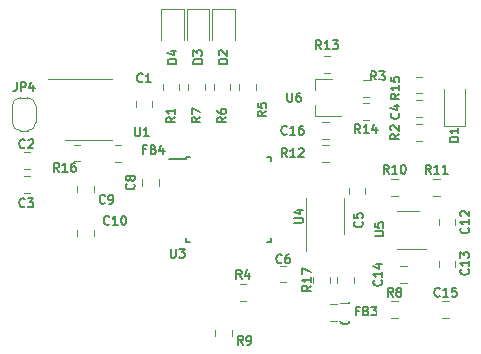
<source format=gbr>
G04 #@! TF.GenerationSoftware,KiCad,Pcbnew,5.1.5*
G04 #@! TF.CreationDate,2020-04-28T14:05:52+02:00*
G04 #@! TF.ProjectId,avr-wave,6176722d-7761-4766-952e-6b696361645f,2*
G04 #@! TF.SameCoordinates,Original*
G04 #@! TF.FileFunction,Legend,Top*
G04 #@! TF.FilePolarity,Positive*
%FSLAX46Y46*%
G04 Gerber Fmt 4.6, Leading zero omitted, Abs format (unit mm)*
G04 Created by KiCad (PCBNEW 5.1.5) date 2020-04-28 14:05:52*
%MOMM*%
%LPD*%
G04 APERTURE LIST*
%ADD10C,0.120000*%
%ADD11C,0.150000*%
%ADD12C,0.100000*%
%ADD13R,1.102000X1.102000*%
%ADD14R,1.002000X0.902000*%
%ADD15R,0.652000X1.702000*%
%ADD16R,1.702000X0.652000*%
%ADD17C,1.602000*%
%ADD18O,1.702000X1.702000*%
%ADD19R,1.702000X1.702000*%
%ADD20O,1.802000X1.802000*%
%ADD21R,1.802000X1.802000*%
%ADD22R,1.162000X0.752000*%
G04 APERTURE END LIST*
D10*
X150960000Y-76008578D02*
X150960000Y-75491422D01*
X149540000Y-76008578D02*
X149540000Y-75491422D01*
X147960000Y-83508578D02*
X147960000Y-82991422D01*
X146540000Y-83508578D02*
X146540000Y-82991422D01*
X126758578Y-71790000D02*
X126241422Y-71790000D01*
X126758578Y-73210000D02*
X126241422Y-73210000D01*
X143741422Y-83460000D02*
X144258578Y-83460000D01*
X143741422Y-82040000D02*
X144258578Y-82040000D01*
X155758578Y-66040000D02*
X155241422Y-66040000D01*
X155758578Y-67460000D02*
X155241422Y-67460000D01*
X145890000Y-77851000D02*
X145890000Y-80776000D01*
X145890000Y-77851000D02*
X145890000Y-76351000D01*
X149110000Y-77851000D02*
X149110000Y-79351000D01*
X149110000Y-77851000D02*
X149110000Y-76351000D01*
X157646000Y-70226000D02*
X157646000Y-67076000D01*
X159346000Y-70226000D02*
X159346000Y-67076000D01*
X157646000Y-70226000D02*
X159346000Y-70226000D01*
X150744422Y-67766000D02*
X151261578Y-67766000D01*
X150744422Y-66346000D02*
X151261578Y-66346000D01*
X147442422Y-65734000D02*
X147959578Y-65734000D01*
X147442422Y-64314000D02*
X147959578Y-64314000D01*
X151261578Y-68251000D02*
X150744422Y-68251000D01*
X151261578Y-69671000D02*
X150744422Y-69671000D01*
X146687000Y-66238000D02*
X148147000Y-66238000D01*
X146687000Y-69398000D02*
X148847000Y-69398000D01*
X146687000Y-69398000D02*
X146687000Y-68468000D01*
X146687000Y-66238000D02*
X146687000Y-67168000D01*
X129741422Y-73227000D02*
X130258578Y-73227000D01*
X129741422Y-71807000D02*
X130258578Y-71807000D01*
D11*
X135736000Y-73041000D02*
X134311000Y-73041000D01*
X142986000Y-72816000D02*
X142661000Y-72816000D01*
X142986000Y-80066000D02*
X142661000Y-80066000D01*
X135736000Y-80066000D02*
X136061000Y-80066000D01*
X135736000Y-72816000D02*
X136061000Y-72816000D01*
X135736000Y-80066000D02*
X135736000Y-79741000D01*
X142986000Y-80066000D02*
X142986000Y-79741000D01*
X142986000Y-72816000D02*
X142986000Y-73141000D01*
X135736000Y-72816000D02*
X135736000Y-73041000D01*
D10*
X147315422Y-73227000D02*
X147832578Y-73227000D01*
X147315422Y-71807000D02*
X147832578Y-71807000D01*
X147832578Y-69902000D02*
X147315422Y-69902000D01*
X147832578Y-71322000D02*
X147315422Y-71322000D01*
X157230578Y-74728000D02*
X156713422Y-74728000D01*
X157230578Y-76148000D02*
X156713422Y-76148000D01*
X153157422Y-76148000D02*
X153674578Y-76148000D01*
X153157422Y-74728000D02*
X153674578Y-74728000D01*
X123047000Y-68515000D02*
X123047000Y-69915000D01*
X122347000Y-70615000D02*
X121747000Y-70615000D01*
X121047000Y-69915000D02*
X121047000Y-68515000D01*
X121747000Y-67815000D02*
X122347000Y-67815000D01*
X122347000Y-67815000D02*
G75*
G02X123047000Y-68515000I0J-700000D01*
G01*
X121047000Y-68515000D02*
G75*
G02X121747000Y-67815000I700000J0D01*
G01*
X121747000Y-70615000D02*
G75*
G02X121047000Y-69915000I0J700000D01*
G01*
X123047000Y-69915000D02*
G75*
G02X122347000Y-70615000I-700000J0D01*
G01*
X157475422Y-86435000D02*
X157992578Y-86435000D01*
X157475422Y-85015000D02*
X157992578Y-85015000D01*
X154436578Y-82094000D02*
X153919422Y-82094000D01*
X154436578Y-83514000D02*
X153919422Y-83514000D01*
X158571000Y-82125078D02*
X158571000Y-81607922D01*
X157151000Y-82125078D02*
X157151000Y-81607922D01*
X157151000Y-78100422D02*
X157151000Y-78617578D01*
X158571000Y-78100422D02*
X158571000Y-78617578D01*
X122042422Y-73862000D02*
X122559578Y-73862000D01*
X122042422Y-72442000D02*
X122559578Y-72442000D01*
X153659000Y-80604000D02*
X156109000Y-80604000D01*
X155459000Y-77384000D02*
X153659000Y-77384000D01*
X127508000Y-66274000D02*
X124058000Y-66274000D01*
X127508000Y-66274000D02*
X129458000Y-66274000D01*
X127508000Y-71394000D02*
X125558000Y-71394000D01*
X127508000Y-71394000D02*
X129458000Y-71394000D01*
X138228000Y-87498422D02*
X138228000Y-88015578D01*
X139648000Y-87498422D02*
X139648000Y-88015578D01*
X153674578Y-85015000D02*
X153157422Y-85015000D01*
X153674578Y-86435000D02*
X153157422Y-86435000D01*
X135942000Y-66670422D02*
X135942000Y-67187578D01*
X137362000Y-66670422D02*
X137362000Y-67187578D01*
X138101000Y-66670422D02*
X138101000Y-67187578D01*
X139521000Y-66670422D02*
X139521000Y-67187578D01*
X140260000Y-66670422D02*
X140260000Y-67187578D01*
X141680000Y-66670422D02*
X141680000Y-67187578D01*
X140847578Y-83618000D02*
X140330422Y-83618000D01*
X140847578Y-85038000D02*
X140330422Y-85038000D01*
X155241422Y-71460000D02*
X155758578Y-71460000D01*
X155241422Y-70040000D02*
X155758578Y-70040000D01*
X133783000Y-66670422D02*
X133783000Y-67187578D01*
X135203000Y-66670422D02*
X135203000Y-67187578D01*
X148508578Y-85290000D02*
X147991422Y-85290000D01*
X148508578Y-86710000D02*
X147991422Y-86710000D01*
X133660000Y-60278000D02*
X133660000Y-62963000D01*
X135580000Y-60278000D02*
X133660000Y-60278000D01*
X135580000Y-62963000D02*
X135580000Y-60278000D01*
X135819000Y-60278000D02*
X135819000Y-62963000D01*
X137739000Y-60278000D02*
X135819000Y-60278000D01*
X137739000Y-62963000D02*
X137739000Y-60278000D01*
X137978000Y-60278000D02*
X137978000Y-62963000D01*
X139898000Y-60278000D02*
X137978000Y-60278000D01*
X139898000Y-62963000D02*
X139898000Y-60278000D01*
X148540000Y-82991422D02*
X148540000Y-83508578D01*
X149960000Y-82991422D02*
X149960000Y-83508578D01*
X126544000Y-78989422D02*
X126544000Y-79506578D01*
X127964000Y-78989422D02*
X127964000Y-79506578D01*
X127964000Y-75823578D02*
X127964000Y-75306422D01*
X126544000Y-75823578D02*
X126544000Y-75306422D01*
X132040000Y-74741422D02*
X132040000Y-75258578D01*
X133460000Y-74741422D02*
X133460000Y-75258578D01*
X155758578Y-68040000D02*
X155241422Y-68040000D01*
X155758578Y-69460000D02*
X155241422Y-69460000D01*
X122042422Y-75894000D02*
X122559578Y-75894000D01*
X122042422Y-74474000D02*
X122559578Y-74474000D01*
X132917000Y-68584578D02*
X132917000Y-68067422D01*
X131497000Y-68584578D02*
X131497000Y-68067422D01*
D11*
X150667857Y-78325000D02*
X150703571Y-78360714D01*
X150739285Y-78467857D01*
X150739285Y-78539285D01*
X150703571Y-78646428D01*
X150632142Y-78717857D01*
X150560714Y-78753571D01*
X150417857Y-78789285D01*
X150310714Y-78789285D01*
X150167857Y-78753571D01*
X150096428Y-78717857D01*
X150025000Y-78646428D01*
X149989285Y-78539285D01*
X149989285Y-78467857D01*
X150025000Y-78360714D01*
X150060714Y-78325000D01*
X149989285Y-77646428D02*
X149989285Y-78003571D01*
X150346428Y-78039285D01*
X150310714Y-78003571D01*
X150275000Y-77932142D01*
X150275000Y-77753571D01*
X150310714Y-77682142D01*
X150346428Y-77646428D01*
X150417857Y-77610714D01*
X150596428Y-77610714D01*
X150667857Y-77646428D01*
X150703571Y-77682142D01*
X150739285Y-77753571D01*
X150739285Y-77932142D01*
X150703571Y-78003571D01*
X150667857Y-78039285D01*
X146339285Y-83732142D02*
X145982142Y-83982142D01*
X146339285Y-84160714D02*
X145589285Y-84160714D01*
X145589285Y-83875000D01*
X145625000Y-83803571D01*
X145660714Y-83767857D01*
X145732142Y-83732142D01*
X145839285Y-83732142D01*
X145910714Y-83767857D01*
X145946428Y-83803571D01*
X145982142Y-83875000D01*
X145982142Y-84160714D01*
X146339285Y-83017857D02*
X146339285Y-83446428D01*
X146339285Y-83232142D02*
X145589285Y-83232142D01*
X145696428Y-83303571D01*
X145767857Y-83375000D01*
X145803571Y-83446428D01*
X145589285Y-82767857D02*
X145589285Y-82267857D01*
X146339285Y-82589285D01*
X125017857Y-74089285D02*
X124767857Y-73732142D01*
X124589285Y-74089285D02*
X124589285Y-73339285D01*
X124875000Y-73339285D01*
X124946428Y-73375000D01*
X124982142Y-73410714D01*
X125017857Y-73482142D01*
X125017857Y-73589285D01*
X124982142Y-73660714D01*
X124946428Y-73696428D01*
X124875000Y-73732142D01*
X124589285Y-73732142D01*
X125732142Y-74089285D02*
X125303571Y-74089285D01*
X125517857Y-74089285D02*
X125517857Y-73339285D01*
X125446428Y-73446428D01*
X125375000Y-73517857D01*
X125303571Y-73553571D01*
X126375000Y-73339285D02*
X126232142Y-73339285D01*
X126160714Y-73375000D01*
X126125000Y-73410714D01*
X126053571Y-73517857D01*
X126017857Y-73660714D01*
X126017857Y-73946428D01*
X126053571Y-74017857D01*
X126089285Y-74053571D01*
X126160714Y-74089285D01*
X126303571Y-74089285D01*
X126375000Y-74053571D01*
X126410714Y-74017857D01*
X126446428Y-73946428D01*
X126446428Y-73767857D01*
X126410714Y-73696428D01*
X126375000Y-73660714D01*
X126303571Y-73625000D01*
X126160714Y-73625000D01*
X126089285Y-73660714D01*
X126053571Y-73696428D01*
X126017857Y-73767857D01*
X143875000Y-81767857D02*
X143839285Y-81803571D01*
X143732142Y-81839285D01*
X143660714Y-81839285D01*
X143553571Y-81803571D01*
X143482142Y-81732142D01*
X143446428Y-81660714D01*
X143410714Y-81517857D01*
X143410714Y-81410714D01*
X143446428Y-81267857D01*
X143482142Y-81196428D01*
X143553571Y-81125000D01*
X143660714Y-81089285D01*
X143732142Y-81089285D01*
X143839285Y-81125000D01*
X143875000Y-81160714D01*
X144517857Y-81089285D02*
X144375000Y-81089285D01*
X144303571Y-81125000D01*
X144267857Y-81160714D01*
X144196428Y-81267857D01*
X144160714Y-81410714D01*
X144160714Y-81696428D01*
X144196428Y-81767857D01*
X144232142Y-81803571D01*
X144303571Y-81839285D01*
X144446428Y-81839285D01*
X144517857Y-81803571D01*
X144553571Y-81767857D01*
X144589285Y-81696428D01*
X144589285Y-81517857D01*
X144553571Y-81446428D01*
X144517857Y-81410714D01*
X144446428Y-81375000D01*
X144303571Y-81375000D01*
X144232142Y-81410714D01*
X144196428Y-81446428D01*
X144160714Y-81517857D01*
X153839285Y-67482142D02*
X153482142Y-67732142D01*
X153839285Y-67910714D02*
X153089285Y-67910714D01*
X153089285Y-67625000D01*
X153125000Y-67553571D01*
X153160714Y-67517857D01*
X153232142Y-67482142D01*
X153339285Y-67482142D01*
X153410714Y-67517857D01*
X153446428Y-67553571D01*
X153482142Y-67625000D01*
X153482142Y-67910714D01*
X153839285Y-66767857D02*
X153839285Y-67196428D01*
X153839285Y-66982142D02*
X153089285Y-66982142D01*
X153196428Y-67053571D01*
X153267857Y-67125000D01*
X153303571Y-67196428D01*
X153089285Y-66089285D02*
X153089285Y-66446428D01*
X153446428Y-66482142D01*
X153410714Y-66446428D01*
X153375000Y-66375000D01*
X153375000Y-66196428D01*
X153410714Y-66125000D01*
X153446428Y-66089285D01*
X153517857Y-66053571D01*
X153696428Y-66053571D01*
X153767857Y-66089285D01*
X153803571Y-66125000D01*
X153839285Y-66196428D01*
X153839285Y-66375000D01*
X153803571Y-66446428D01*
X153767857Y-66482142D01*
X144930285Y-78422428D02*
X145537428Y-78422428D01*
X145608857Y-78386714D01*
X145644571Y-78351000D01*
X145680285Y-78279571D01*
X145680285Y-78136714D01*
X145644571Y-78065285D01*
X145608857Y-78029571D01*
X145537428Y-77993857D01*
X144930285Y-77993857D01*
X145180285Y-77315285D02*
X145680285Y-77315285D01*
X144894571Y-77493857D02*
X145430285Y-77672428D01*
X145430285Y-77208142D01*
X158835285Y-71546571D02*
X158085285Y-71546571D01*
X158085285Y-71368000D01*
X158121000Y-71260857D01*
X158192428Y-71189428D01*
X158263857Y-71153714D01*
X158406714Y-71118000D01*
X158513857Y-71118000D01*
X158656714Y-71153714D01*
X158728142Y-71189428D01*
X158799571Y-71260857D01*
X158835285Y-71368000D01*
X158835285Y-71546571D01*
X158835285Y-70403714D02*
X158835285Y-70832285D01*
X158835285Y-70618000D02*
X158085285Y-70618000D01*
X158192428Y-70689428D01*
X158263857Y-70760857D01*
X158299571Y-70832285D01*
X151875000Y-66339285D02*
X151625000Y-65982142D01*
X151446428Y-66339285D02*
X151446428Y-65589285D01*
X151732142Y-65589285D01*
X151803571Y-65625000D01*
X151839285Y-65660714D01*
X151875000Y-65732142D01*
X151875000Y-65839285D01*
X151839285Y-65910714D01*
X151803571Y-65946428D01*
X151732142Y-65982142D01*
X151446428Y-65982142D01*
X152125000Y-65589285D02*
X152589285Y-65589285D01*
X152339285Y-65875000D01*
X152446428Y-65875000D01*
X152517857Y-65910714D01*
X152553571Y-65946428D01*
X152589285Y-66017857D01*
X152589285Y-66196428D01*
X152553571Y-66267857D01*
X152517857Y-66303571D01*
X152446428Y-66339285D01*
X152232142Y-66339285D01*
X152160714Y-66303571D01*
X152125000Y-66267857D01*
X147218857Y-63713285D02*
X146968857Y-63356142D01*
X146790285Y-63713285D02*
X146790285Y-62963285D01*
X147076000Y-62963285D01*
X147147428Y-62999000D01*
X147183142Y-63034714D01*
X147218857Y-63106142D01*
X147218857Y-63213285D01*
X147183142Y-63284714D01*
X147147428Y-63320428D01*
X147076000Y-63356142D01*
X146790285Y-63356142D01*
X147933142Y-63713285D02*
X147504571Y-63713285D01*
X147718857Y-63713285D02*
X147718857Y-62963285D01*
X147647428Y-63070428D01*
X147576000Y-63141857D01*
X147504571Y-63177571D01*
X148183142Y-62963285D02*
X148647428Y-62963285D01*
X148397428Y-63249000D01*
X148504571Y-63249000D01*
X148576000Y-63284714D01*
X148611714Y-63320428D01*
X148647428Y-63391857D01*
X148647428Y-63570428D01*
X148611714Y-63641857D01*
X148576000Y-63677571D01*
X148504571Y-63713285D01*
X148290285Y-63713285D01*
X148218857Y-63677571D01*
X148183142Y-63641857D01*
X150520857Y-70824285D02*
X150270857Y-70467142D01*
X150092285Y-70824285D02*
X150092285Y-70074285D01*
X150378000Y-70074285D01*
X150449428Y-70110000D01*
X150485142Y-70145714D01*
X150520857Y-70217142D01*
X150520857Y-70324285D01*
X150485142Y-70395714D01*
X150449428Y-70431428D01*
X150378000Y-70467142D01*
X150092285Y-70467142D01*
X151235142Y-70824285D02*
X150806571Y-70824285D01*
X151020857Y-70824285D02*
X151020857Y-70074285D01*
X150949428Y-70181428D01*
X150878000Y-70252857D01*
X150806571Y-70288571D01*
X151878000Y-70324285D02*
X151878000Y-70824285D01*
X151699428Y-70038571D02*
X151520857Y-70574285D01*
X151985142Y-70574285D01*
X144335571Y-67407285D02*
X144335571Y-68014428D01*
X144371285Y-68085857D01*
X144407000Y-68121571D01*
X144478428Y-68157285D01*
X144621285Y-68157285D01*
X144692714Y-68121571D01*
X144728428Y-68085857D01*
X144764142Y-68014428D01*
X144764142Y-67407285D01*
X145442714Y-67407285D02*
X145299857Y-67407285D01*
X145228428Y-67443000D01*
X145192714Y-67478714D01*
X145121285Y-67585857D01*
X145085571Y-67728714D01*
X145085571Y-68014428D01*
X145121285Y-68085857D01*
X145157000Y-68121571D01*
X145228428Y-68157285D01*
X145371285Y-68157285D01*
X145442714Y-68121571D01*
X145478428Y-68085857D01*
X145514142Y-68014428D01*
X145514142Y-67835857D01*
X145478428Y-67764428D01*
X145442714Y-67728714D01*
X145371285Y-67693000D01*
X145228428Y-67693000D01*
X145157000Y-67728714D01*
X145121285Y-67764428D01*
X145085571Y-67835857D01*
X132375000Y-72196428D02*
X132125000Y-72196428D01*
X132125000Y-72589285D02*
X132125000Y-71839285D01*
X132482142Y-71839285D01*
X133017857Y-72196428D02*
X133125000Y-72232142D01*
X133160714Y-72267857D01*
X133196428Y-72339285D01*
X133196428Y-72446428D01*
X133160714Y-72517857D01*
X133125000Y-72553571D01*
X133053571Y-72589285D01*
X132767857Y-72589285D01*
X132767857Y-71839285D01*
X133017857Y-71839285D01*
X133089285Y-71875000D01*
X133125000Y-71910714D01*
X133160714Y-71982142D01*
X133160714Y-72053571D01*
X133125000Y-72125000D01*
X133089285Y-72160714D01*
X133017857Y-72196428D01*
X132767857Y-72196428D01*
X133839285Y-72089285D02*
X133839285Y-72589285D01*
X133660714Y-71803571D02*
X133482142Y-72339285D01*
X133946428Y-72339285D01*
X134471571Y-80602285D02*
X134471571Y-81209428D01*
X134507285Y-81280857D01*
X134543000Y-81316571D01*
X134614428Y-81352285D01*
X134757285Y-81352285D01*
X134828714Y-81316571D01*
X134864428Y-81280857D01*
X134900142Y-81209428D01*
X134900142Y-80602285D01*
X135185857Y-80602285D02*
X135650142Y-80602285D01*
X135400142Y-80888000D01*
X135507285Y-80888000D01*
X135578714Y-80923714D01*
X135614428Y-80959428D01*
X135650142Y-81030857D01*
X135650142Y-81209428D01*
X135614428Y-81280857D01*
X135578714Y-81316571D01*
X135507285Y-81352285D01*
X135293000Y-81352285D01*
X135221571Y-81316571D01*
X135185857Y-81280857D01*
X144297857Y-72856285D02*
X144047857Y-72499142D01*
X143869285Y-72856285D02*
X143869285Y-72106285D01*
X144155000Y-72106285D01*
X144226428Y-72142000D01*
X144262142Y-72177714D01*
X144297857Y-72249142D01*
X144297857Y-72356285D01*
X144262142Y-72427714D01*
X144226428Y-72463428D01*
X144155000Y-72499142D01*
X143869285Y-72499142D01*
X145012142Y-72856285D02*
X144583571Y-72856285D01*
X144797857Y-72856285D02*
X144797857Y-72106285D01*
X144726428Y-72213428D01*
X144655000Y-72284857D01*
X144583571Y-72320571D01*
X145297857Y-72177714D02*
X145333571Y-72142000D01*
X145405000Y-72106285D01*
X145583571Y-72106285D01*
X145655000Y-72142000D01*
X145690714Y-72177714D01*
X145726428Y-72249142D01*
X145726428Y-72320571D01*
X145690714Y-72427714D01*
X145262142Y-72856285D01*
X145726428Y-72856285D01*
X144297857Y-70879857D02*
X144262142Y-70915571D01*
X144155000Y-70951285D01*
X144083571Y-70951285D01*
X143976428Y-70915571D01*
X143905000Y-70844142D01*
X143869285Y-70772714D01*
X143833571Y-70629857D01*
X143833571Y-70522714D01*
X143869285Y-70379857D01*
X143905000Y-70308428D01*
X143976428Y-70237000D01*
X144083571Y-70201285D01*
X144155000Y-70201285D01*
X144262142Y-70237000D01*
X144297857Y-70272714D01*
X145012142Y-70951285D02*
X144583571Y-70951285D01*
X144797857Y-70951285D02*
X144797857Y-70201285D01*
X144726428Y-70308428D01*
X144655000Y-70379857D01*
X144583571Y-70415571D01*
X145655000Y-70201285D02*
X145512142Y-70201285D01*
X145440714Y-70237000D01*
X145405000Y-70272714D01*
X145333571Y-70379857D01*
X145297857Y-70522714D01*
X145297857Y-70808428D01*
X145333571Y-70879857D01*
X145369285Y-70915571D01*
X145440714Y-70951285D01*
X145583571Y-70951285D01*
X145655000Y-70915571D01*
X145690714Y-70879857D01*
X145726428Y-70808428D01*
X145726428Y-70629857D01*
X145690714Y-70558428D01*
X145655000Y-70522714D01*
X145583571Y-70487000D01*
X145440714Y-70487000D01*
X145369285Y-70522714D01*
X145333571Y-70558428D01*
X145297857Y-70629857D01*
X156489857Y-74253285D02*
X156239857Y-73896142D01*
X156061285Y-74253285D02*
X156061285Y-73503285D01*
X156347000Y-73503285D01*
X156418428Y-73539000D01*
X156454142Y-73574714D01*
X156489857Y-73646142D01*
X156489857Y-73753285D01*
X156454142Y-73824714D01*
X156418428Y-73860428D01*
X156347000Y-73896142D01*
X156061285Y-73896142D01*
X157204142Y-74253285D02*
X156775571Y-74253285D01*
X156989857Y-74253285D02*
X156989857Y-73503285D01*
X156918428Y-73610428D01*
X156847000Y-73681857D01*
X156775571Y-73717571D01*
X157918428Y-74253285D02*
X157489857Y-74253285D01*
X157704142Y-74253285D02*
X157704142Y-73503285D01*
X157632714Y-73610428D01*
X157561285Y-73681857D01*
X157489857Y-73717571D01*
X152933857Y-74253285D02*
X152683857Y-73896142D01*
X152505285Y-74253285D02*
X152505285Y-73503285D01*
X152791000Y-73503285D01*
X152862428Y-73539000D01*
X152898142Y-73574714D01*
X152933857Y-73646142D01*
X152933857Y-73753285D01*
X152898142Y-73824714D01*
X152862428Y-73860428D01*
X152791000Y-73896142D01*
X152505285Y-73896142D01*
X153648142Y-74253285D02*
X153219571Y-74253285D01*
X153433857Y-74253285D02*
X153433857Y-73503285D01*
X153362428Y-73610428D01*
X153291000Y-73681857D01*
X153219571Y-73717571D01*
X154112428Y-73503285D02*
X154183857Y-73503285D01*
X154255285Y-73539000D01*
X154291000Y-73574714D01*
X154326714Y-73646142D01*
X154362428Y-73789000D01*
X154362428Y-73967571D01*
X154326714Y-74110428D01*
X154291000Y-74181857D01*
X154255285Y-74217571D01*
X154183857Y-74253285D01*
X154112428Y-74253285D01*
X154041000Y-74217571D01*
X154005285Y-74181857D01*
X153969571Y-74110428D01*
X153933857Y-73967571D01*
X153933857Y-73789000D01*
X153969571Y-73646142D01*
X154005285Y-73574714D01*
X154041000Y-73539000D01*
X154112428Y-73503285D01*
X121422000Y-66518285D02*
X121422000Y-67054000D01*
X121386285Y-67161142D01*
X121314857Y-67232571D01*
X121207714Y-67268285D01*
X121136285Y-67268285D01*
X121779142Y-67268285D02*
X121779142Y-66518285D01*
X122064857Y-66518285D01*
X122136285Y-66554000D01*
X122172000Y-66589714D01*
X122207714Y-66661142D01*
X122207714Y-66768285D01*
X122172000Y-66839714D01*
X122136285Y-66875428D01*
X122064857Y-66911142D01*
X121779142Y-66911142D01*
X122850571Y-66768285D02*
X122850571Y-67268285D01*
X122672000Y-66482571D02*
X122493428Y-67018285D01*
X122957714Y-67018285D01*
X157251857Y-84595857D02*
X157216142Y-84631571D01*
X157109000Y-84667285D01*
X157037571Y-84667285D01*
X156930428Y-84631571D01*
X156859000Y-84560142D01*
X156823285Y-84488714D01*
X156787571Y-84345857D01*
X156787571Y-84238714D01*
X156823285Y-84095857D01*
X156859000Y-84024428D01*
X156930428Y-83953000D01*
X157037571Y-83917285D01*
X157109000Y-83917285D01*
X157216142Y-83953000D01*
X157251857Y-83988714D01*
X157966142Y-84667285D02*
X157537571Y-84667285D01*
X157751857Y-84667285D02*
X157751857Y-83917285D01*
X157680428Y-84024428D01*
X157609000Y-84095857D01*
X157537571Y-84131571D01*
X158644714Y-83917285D02*
X158287571Y-83917285D01*
X158251857Y-84274428D01*
X158287571Y-84238714D01*
X158359000Y-84203000D01*
X158537571Y-84203000D01*
X158609000Y-84238714D01*
X158644714Y-84274428D01*
X158680428Y-84345857D01*
X158680428Y-84524428D01*
X158644714Y-84595857D01*
X158609000Y-84631571D01*
X158537571Y-84667285D01*
X158359000Y-84667285D01*
X158287571Y-84631571D01*
X158251857Y-84595857D01*
X152286857Y-83286142D02*
X152322571Y-83321857D01*
X152358285Y-83429000D01*
X152358285Y-83500428D01*
X152322571Y-83607571D01*
X152251142Y-83679000D01*
X152179714Y-83714714D01*
X152036857Y-83750428D01*
X151929714Y-83750428D01*
X151786857Y-83714714D01*
X151715428Y-83679000D01*
X151644000Y-83607571D01*
X151608285Y-83500428D01*
X151608285Y-83429000D01*
X151644000Y-83321857D01*
X151679714Y-83286142D01*
X152358285Y-82571857D02*
X152358285Y-83000428D01*
X152358285Y-82786142D02*
X151608285Y-82786142D01*
X151715428Y-82857571D01*
X151786857Y-82929000D01*
X151822571Y-83000428D01*
X151858285Y-81929000D02*
X152358285Y-81929000D01*
X151572571Y-82107571D02*
X152108285Y-82286142D01*
X152108285Y-81821857D01*
X159652857Y-82348642D02*
X159688571Y-82384357D01*
X159724285Y-82491500D01*
X159724285Y-82562928D01*
X159688571Y-82670071D01*
X159617142Y-82741500D01*
X159545714Y-82777214D01*
X159402857Y-82812928D01*
X159295714Y-82812928D01*
X159152857Y-82777214D01*
X159081428Y-82741500D01*
X159010000Y-82670071D01*
X158974285Y-82562928D01*
X158974285Y-82491500D01*
X159010000Y-82384357D01*
X159045714Y-82348642D01*
X159724285Y-81634357D02*
X159724285Y-82062928D01*
X159724285Y-81848642D02*
X158974285Y-81848642D01*
X159081428Y-81920071D01*
X159152857Y-81991500D01*
X159188571Y-82062928D01*
X158974285Y-81384357D02*
X158974285Y-80920071D01*
X159260000Y-81170071D01*
X159260000Y-81062928D01*
X159295714Y-80991500D01*
X159331428Y-80955785D01*
X159402857Y-80920071D01*
X159581428Y-80920071D01*
X159652857Y-80955785D01*
X159688571Y-80991500D01*
X159724285Y-81062928D01*
X159724285Y-81277214D01*
X159688571Y-81348642D01*
X159652857Y-81384357D01*
X159652857Y-78841142D02*
X159688571Y-78876857D01*
X159724285Y-78984000D01*
X159724285Y-79055428D01*
X159688571Y-79162571D01*
X159617142Y-79234000D01*
X159545714Y-79269714D01*
X159402857Y-79305428D01*
X159295714Y-79305428D01*
X159152857Y-79269714D01*
X159081428Y-79234000D01*
X159010000Y-79162571D01*
X158974285Y-79055428D01*
X158974285Y-78984000D01*
X159010000Y-78876857D01*
X159045714Y-78841142D01*
X159724285Y-78126857D02*
X159724285Y-78555428D01*
X159724285Y-78341142D02*
X158974285Y-78341142D01*
X159081428Y-78412571D01*
X159152857Y-78484000D01*
X159188571Y-78555428D01*
X159045714Y-77841142D02*
X159010000Y-77805428D01*
X158974285Y-77734000D01*
X158974285Y-77555428D01*
X159010000Y-77484000D01*
X159045714Y-77448285D01*
X159117142Y-77412571D01*
X159188571Y-77412571D01*
X159295714Y-77448285D01*
X159724285Y-77876857D01*
X159724285Y-77412571D01*
X122125000Y-72017857D02*
X122089285Y-72053571D01*
X121982142Y-72089285D01*
X121910714Y-72089285D01*
X121803571Y-72053571D01*
X121732142Y-71982142D01*
X121696428Y-71910714D01*
X121660714Y-71767857D01*
X121660714Y-71660714D01*
X121696428Y-71517857D01*
X121732142Y-71446428D01*
X121803571Y-71375000D01*
X121910714Y-71339285D01*
X121982142Y-71339285D01*
X122089285Y-71375000D01*
X122125000Y-71410714D01*
X122410714Y-71410714D02*
X122446428Y-71375000D01*
X122517857Y-71339285D01*
X122696428Y-71339285D01*
X122767857Y-71375000D01*
X122803571Y-71410714D01*
X122839285Y-71482142D01*
X122839285Y-71553571D01*
X122803571Y-71660714D01*
X122375000Y-72089285D01*
X122839285Y-72089285D01*
X151735285Y-79565428D02*
X152342428Y-79565428D01*
X152413857Y-79529714D01*
X152449571Y-79494000D01*
X152485285Y-79422571D01*
X152485285Y-79279714D01*
X152449571Y-79208285D01*
X152413857Y-79172571D01*
X152342428Y-79136857D01*
X151735285Y-79136857D01*
X151735285Y-78422571D02*
X151735285Y-78779714D01*
X152092428Y-78815428D01*
X152056714Y-78779714D01*
X152021000Y-78708285D01*
X152021000Y-78529714D01*
X152056714Y-78458285D01*
X152092428Y-78422571D01*
X152163857Y-78386857D01*
X152342428Y-78386857D01*
X152413857Y-78422571D01*
X152449571Y-78458285D01*
X152485285Y-78529714D01*
X152485285Y-78708285D01*
X152449571Y-78779714D01*
X152413857Y-78815428D01*
X131428571Y-70339285D02*
X131428571Y-70946428D01*
X131464285Y-71017857D01*
X131500000Y-71053571D01*
X131571428Y-71089285D01*
X131714285Y-71089285D01*
X131785714Y-71053571D01*
X131821428Y-71017857D01*
X131857142Y-70946428D01*
X131857142Y-70339285D01*
X132607142Y-71089285D02*
X132178571Y-71089285D01*
X132392857Y-71089285D02*
X132392857Y-70339285D01*
X132321428Y-70446428D01*
X132250000Y-70517857D01*
X132178571Y-70553571D01*
X140591000Y-88731285D02*
X140341000Y-88374142D01*
X140162428Y-88731285D02*
X140162428Y-87981285D01*
X140448142Y-87981285D01*
X140519571Y-88017000D01*
X140555285Y-88052714D01*
X140591000Y-88124142D01*
X140591000Y-88231285D01*
X140555285Y-88302714D01*
X140519571Y-88338428D01*
X140448142Y-88374142D01*
X140162428Y-88374142D01*
X140948142Y-88731285D02*
X141091000Y-88731285D01*
X141162428Y-88695571D01*
X141198142Y-88659857D01*
X141269571Y-88552714D01*
X141305285Y-88409857D01*
X141305285Y-88124142D01*
X141269571Y-88052714D01*
X141233857Y-88017000D01*
X141162428Y-87981285D01*
X141019571Y-87981285D01*
X140948142Y-88017000D01*
X140912428Y-88052714D01*
X140876714Y-88124142D01*
X140876714Y-88302714D01*
X140912428Y-88374142D01*
X140948142Y-88409857D01*
X141019571Y-88445571D01*
X141162428Y-88445571D01*
X141233857Y-88409857D01*
X141269571Y-88374142D01*
X141305285Y-88302714D01*
X153291000Y-84667285D02*
X153041000Y-84310142D01*
X152862428Y-84667285D02*
X152862428Y-83917285D01*
X153148142Y-83917285D01*
X153219571Y-83953000D01*
X153255285Y-83988714D01*
X153291000Y-84060142D01*
X153291000Y-84167285D01*
X153255285Y-84238714D01*
X153219571Y-84274428D01*
X153148142Y-84310142D01*
X152862428Y-84310142D01*
X153719571Y-84238714D02*
X153648142Y-84203000D01*
X153612428Y-84167285D01*
X153576714Y-84095857D01*
X153576714Y-84060142D01*
X153612428Y-83988714D01*
X153648142Y-83953000D01*
X153719571Y-83917285D01*
X153862428Y-83917285D01*
X153933857Y-83953000D01*
X153969571Y-83988714D01*
X154005285Y-84060142D01*
X154005285Y-84095857D01*
X153969571Y-84167285D01*
X153933857Y-84203000D01*
X153862428Y-84238714D01*
X153719571Y-84238714D01*
X153648142Y-84274428D01*
X153612428Y-84310142D01*
X153576714Y-84381571D01*
X153576714Y-84524428D01*
X153612428Y-84595857D01*
X153648142Y-84631571D01*
X153719571Y-84667285D01*
X153862428Y-84667285D01*
X153933857Y-84631571D01*
X153969571Y-84595857D01*
X154005285Y-84524428D01*
X154005285Y-84381571D01*
X153969571Y-84310142D01*
X153933857Y-84274428D01*
X153862428Y-84238714D01*
X136991285Y-69467000D02*
X136634142Y-69717000D01*
X136991285Y-69895571D02*
X136241285Y-69895571D01*
X136241285Y-69609857D01*
X136277000Y-69538428D01*
X136312714Y-69502714D01*
X136384142Y-69467000D01*
X136491285Y-69467000D01*
X136562714Y-69502714D01*
X136598428Y-69538428D01*
X136634142Y-69609857D01*
X136634142Y-69895571D01*
X136241285Y-69217000D02*
X136241285Y-68717000D01*
X136991285Y-69038428D01*
X139150285Y-69467000D02*
X138793142Y-69717000D01*
X139150285Y-69895571D02*
X138400285Y-69895571D01*
X138400285Y-69609857D01*
X138436000Y-69538428D01*
X138471714Y-69502714D01*
X138543142Y-69467000D01*
X138650285Y-69467000D01*
X138721714Y-69502714D01*
X138757428Y-69538428D01*
X138793142Y-69609857D01*
X138793142Y-69895571D01*
X138400285Y-68824142D02*
X138400285Y-68967000D01*
X138436000Y-69038428D01*
X138471714Y-69074142D01*
X138578857Y-69145571D01*
X138721714Y-69181285D01*
X139007428Y-69181285D01*
X139078857Y-69145571D01*
X139114571Y-69109857D01*
X139150285Y-69038428D01*
X139150285Y-68895571D01*
X139114571Y-68824142D01*
X139078857Y-68788428D01*
X139007428Y-68752714D01*
X138828857Y-68752714D01*
X138757428Y-68788428D01*
X138721714Y-68824142D01*
X138686000Y-68895571D01*
X138686000Y-69038428D01*
X138721714Y-69109857D01*
X138757428Y-69145571D01*
X138828857Y-69181285D01*
X142579285Y-68959000D02*
X142222142Y-69209000D01*
X142579285Y-69387571D02*
X141829285Y-69387571D01*
X141829285Y-69101857D01*
X141865000Y-69030428D01*
X141900714Y-68994714D01*
X141972142Y-68959000D01*
X142079285Y-68959000D01*
X142150714Y-68994714D01*
X142186428Y-69030428D01*
X142222142Y-69101857D01*
X142222142Y-69387571D01*
X141829285Y-68280428D02*
X141829285Y-68637571D01*
X142186428Y-68673285D01*
X142150714Y-68637571D01*
X142115000Y-68566142D01*
X142115000Y-68387571D01*
X142150714Y-68316142D01*
X142186428Y-68280428D01*
X142257857Y-68244714D01*
X142436428Y-68244714D01*
X142507857Y-68280428D01*
X142543571Y-68316142D01*
X142579285Y-68387571D01*
X142579285Y-68566142D01*
X142543571Y-68637571D01*
X142507857Y-68673285D01*
X140464000Y-83143285D02*
X140214000Y-82786142D01*
X140035428Y-83143285D02*
X140035428Y-82393285D01*
X140321142Y-82393285D01*
X140392571Y-82429000D01*
X140428285Y-82464714D01*
X140464000Y-82536142D01*
X140464000Y-82643285D01*
X140428285Y-82714714D01*
X140392571Y-82750428D01*
X140321142Y-82786142D01*
X140035428Y-82786142D01*
X141106857Y-82643285D02*
X141106857Y-83143285D01*
X140928285Y-82357571D02*
X140749714Y-82893285D01*
X141214000Y-82893285D01*
X153807285Y-70875000D02*
X153450142Y-71125000D01*
X153807285Y-71303571D02*
X153057285Y-71303571D01*
X153057285Y-71017857D01*
X153093000Y-70946428D01*
X153128714Y-70910714D01*
X153200142Y-70875000D01*
X153307285Y-70875000D01*
X153378714Y-70910714D01*
X153414428Y-70946428D01*
X153450142Y-71017857D01*
X153450142Y-71303571D01*
X153128714Y-70589285D02*
X153093000Y-70553571D01*
X153057285Y-70482142D01*
X153057285Y-70303571D01*
X153093000Y-70232142D01*
X153128714Y-70196428D01*
X153200142Y-70160714D01*
X153271571Y-70160714D01*
X153378714Y-70196428D01*
X153807285Y-70625000D01*
X153807285Y-70160714D01*
X134832285Y-69467000D02*
X134475142Y-69717000D01*
X134832285Y-69895571D02*
X134082285Y-69895571D01*
X134082285Y-69609857D01*
X134118000Y-69538428D01*
X134153714Y-69502714D01*
X134225142Y-69467000D01*
X134332285Y-69467000D01*
X134403714Y-69502714D01*
X134439428Y-69538428D01*
X134475142Y-69609857D01*
X134475142Y-69895571D01*
X134832285Y-68752714D02*
X134832285Y-69181285D01*
X134832285Y-68967000D02*
X134082285Y-68967000D01*
X134189428Y-69038428D01*
X134260857Y-69109857D01*
X134296571Y-69181285D01*
X150375000Y-85861428D02*
X150125000Y-85861428D01*
X150125000Y-86254285D02*
X150125000Y-85504285D01*
X150482142Y-85504285D01*
X151017857Y-85861428D02*
X151125000Y-85897142D01*
X151160714Y-85932857D01*
X151196428Y-86004285D01*
X151196428Y-86111428D01*
X151160714Y-86182857D01*
X151125000Y-86218571D01*
X151053571Y-86254285D01*
X150767857Y-86254285D01*
X150767857Y-85504285D01*
X151017857Y-85504285D01*
X151089285Y-85540000D01*
X151125000Y-85575714D01*
X151160714Y-85647142D01*
X151160714Y-85718571D01*
X151125000Y-85790000D01*
X151089285Y-85825714D01*
X151017857Y-85861428D01*
X150767857Y-85861428D01*
X151446428Y-85504285D02*
X151910714Y-85504285D01*
X151660714Y-85790000D01*
X151767857Y-85790000D01*
X151839285Y-85825714D01*
X151875000Y-85861428D01*
X151910714Y-85932857D01*
X151910714Y-86111428D01*
X151875000Y-86182857D01*
X151839285Y-86218571D01*
X151767857Y-86254285D01*
X151553571Y-86254285D01*
X151482142Y-86218571D01*
X151446428Y-86182857D01*
X134959285Y-64942571D02*
X134209285Y-64942571D01*
X134209285Y-64764000D01*
X134245000Y-64656857D01*
X134316428Y-64585428D01*
X134387857Y-64549714D01*
X134530714Y-64514000D01*
X134637857Y-64514000D01*
X134780714Y-64549714D01*
X134852142Y-64585428D01*
X134923571Y-64656857D01*
X134959285Y-64764000D01*
X134959285Y-64942571D01*
X134459285Y-63871142D02*
X134959285Y-63871142D01*
X134173571Y-64049714D02*
X134709285Y-64228285D01*
X134709285Y-63764000D01*
X137118285Y-64942571D02*
X136368285Y-64942571D01*
X136368285Y-64764000D01*
X136404000Y-64656857D01*
X136475428Y-64585428D01*
X136546857Y-64549714D01*
X136689714Y-64514000D01*
X136796857Y-64514000D01*
X136939714Y-64549714D01*
X137011142Y-64585428D01*
X137082571Y-64656857D01*
X137118285Y-64764000D01*
X137118285Y-64942571D01*
X136368285Y-64264000D02*
X136368285Y-63799714D01*
X136654000Y-64049714D01*
X136654000Y-63942571D01*
X136689714Y-63871142D01*
X136725428Y-63835428D01*
X136796857Y-63799714D01*
X136975428Y-63799714D01*
X137046857Y-63835428D01*
X137082571Y-63871142D01*
X137118285Y-63942571D01*
X137118285Y-64156857D01*
X137082571Y-64228285D01*
X137046857Y-64264000D01*
X139277285Y-64942571D02*
X138527285Y-64942571D01*
X138527285Y-64764000D01*
X138563000Y-64656857D01*
X138634428Y-64585428D01*
X138705857Y-64549714D01*
X138848714Y-64514000D01*
X138955857Y-64514000D01*
X139098714Y-64549714D01*
X139170142Y-64585428D01*
X139241571Y-64656857D01*
X139277285Y-64764000D01*
X139277285Y-64942571D01*
X138598714Y-64228285D02*
X138563000Y-64192571D01*
X138527285Y-64121142D01*
X138527285Y-63942571D01*
X138563000Y-63871142D01*
X138598714Y-63835428D01*
X138670142Y-63799714D01*
X138741571Y-63799714D01*
X138848714Y-63835428D01*
X139277285Y-64264000D01*
X139277285Y-63799714D01*
X149517857Y-86539142D02*
X149553571Y-86574857D01*
X149589285Y-86682000D01*
X149589285Y-86753428D01*
X149553571Y-86860571D01*
X149482142Y-86932000D01*
X149410714Y-86967714D01*
X149267857Y-87003428D01*
X149160714Y-87003428D01*
X149017857Y-86967714D01*
X148946428Y-86932000D01*
X148875000Y-86860571D01*
X148839285Y-86753428D01*
X148839285Y-86682000D01*
X148875000Y-86574857D01*
X148910714Y-86539142D01*
X149589285Y-85824857D02*
X149589285Y-86253428D01*
X149589285Y-86039142D02*
X148839285Y-86039142D01*
X148946428Y-86110571D01*
X149017857Y-86182000D01*
X149053571Y-86253428D01*
X149589285Y-85110571D02*
X149589285Y-85539142D01*
X149589285Y-85324857D02*
X148839285Y-85324857D01*
X148946428Y-85396285D01*
X149017857Y-85467714D01*
X149053571Y-85539142D01*
X129267857Y-78517857D02*
X129232142Y-78553571D01*
X129125000Y-78589285D01*
X129053571Y-78589285D01*
X128946428Y-78553571D01*
X128875000Y-78482142D01*
X128839285Y-78410714D01*
X128803571Y-78267857D01*
X128803571Y-78160714D01*
X128839285Y-78017857D01*
X128875000Y-77946428D01*
X128946428Y-77875000D01*
X129053571Y-77839285D01*
X129125000Y-77839285D01*
X129232142Y-77875000D01*
X129267857Y-77910714D01*
X129982142Y-78589285D02*
X129553571Y-78589285D01*
X129767857Y-78589285D02*
X129767857Y-77839285D01*
X129696428Y-77946428D01*
X129625000Y-78017857D01*
X129553571Y-78053571D01*
X130446428Y-77839285D02*
X130517857Y-77839285D01*
X130589285Y-77875000D01*
X130625000Y-77910714D01*
X130660714Y-77982142D01*
X130696428Y-78125000D01*
X130696428Y-78303571D01*
X130660714Y-78446428D01*
X130625000Y-78517857D01*
X130589285Y-78553571D01*
X130517857Y-78589285D01*
X130446428Y-78589285D01*
X130375000Y-78553571D01*
X130339285Y-78517857D01*
X130303571Y-78446428D01*
X130267857Y-78303571D01*
X130267857Y-78125000D01*
X130303571Y-77982142D01*
X130339285Y-77910714D01*
X130375000Y-77875000D01*
X130446428Y-77839285D01*
X128907000Y-76721857D02*
X128871285Y-76757571D01*
X128764142Y-76793285D01*
X128692714Y-76793285D01*
X128585571Y-76757571D01*
X128514142Y-76686142D01*
X128478428Y-76614714D01*
X128442714Y-76471857D01*
X128442714Y-76364714D01*
X128478428Y-76221857D01*
X128514142Y-76150428D01*
X128585571Y-76079000D01*
X128692714Y-76043285D01*
X128764142Y-76043285D01*
X128871285Y-76079000D01*
X128907000Y-76114714D01*
X129264142Y-76793285D02*
X129407000Y-76793285D01*
X129478428Y-76757571D01*
X129514142Y-76721857D01*
X129585571Y-76614714D01*
X129621285Y-76471857D01*
X129621285Y-76186142D01*
X129585571Y-76114714D01*
X129549857Y-76079000D01*
X129478428Y-76043285D01*
X129335571Y-76043285D01*
X129264142Y-76079000D01*
X129228428Y-76114714D01*
X129192714Y-76186142D01*
X129192714Y-76364714D01*
X129228428Y-76436142D01*
X129264142Y-76471857D01*
X129335571Y-76507571D01*
X129478428Y-76507571D01*
X129549857Y-76471857D01*
X129585571Y-76436142D01*
X129621285Y-76364714D01*
X131366857Y-75125000D02*
X131402571Y-75160714D01*
X131438285Y-75267857D01*
X131438285Y-75339285D01*
X131402571Y-75446428D01*
X131331142Y-75517857D01*
X131259714Y-75553571D01*
X131116857Y-75589285D01*
X131009714Y-75589285D01*
X130866857Y-75553571D01*
X130795428Y-75517857D01*
X130724000Y-75446428D01*
X130688285Y-75339285D01*
X130688285Y-75267857D01*
X130724000Y-75160714D01*
X130759714Y-75125000D01*
X131009714Y-74696428D02*
X130974000Y-74767857D01*
X130938285Y-74803571D01*
X130866857Y-74839285D01*
X130831142Y-74839285D01*
X130759714Y-74803571D01*
X130724000Y-74767857D01*
X130688285Y-74696428D01*
X130688285Y-74553571D01*
X130724000Y-74482142D01*
X130759714Y-74446428D01*
X130831142Y-74410714D01*
X130866857Y-74410714D01*
X130938285Y-74446428D01*
X130974000Y-74482142D01*
X131009714Y-74553571D01*
X131009714Y-74696428D01*
X131045428Y-74767857D01*
X131081142Y-74803571D01*
X131152571Y-74839285D01*
X131295428Y-74839285D01*
X131366857Y-74803571D01*
X131402571Y-74767857D01*
X131438285Y-74696428D01*
X131438285Y-74553571D01*
X131402571Y-74482142D01*
X131366857Y-74446428D01*
X131295428Y-74410714D01*
X131152571Y-74410714D01*
X131081142Y-74446428D01*
X131045428Y-74482142D01*
X131009714Y-74553571D01*
X153767857Y-69125000D02*
X153803571Y-69160714D01*
X153839285Y-69267857D01*
X153839285Y-69339285D01*
X153803571Y-69446428D01*
X153732142Y-69517857D01*
X153660714Y-69553571D01*
X153517857Y-69589285D01*
X153410714Y-69589285D01*
X153267857Y-69553571D01*
X153196428Y-69517857D01*
X153125000Y-69446428D01*
X153089285Y-69339285D01*
X153089285Y-69267857D01*
X153125000Y-69160714D01*
X153160714Y-69125000D01*
X153339285Y-68482142D02*
X153839285Y-68482142D01*
X153053571Y-68660714D02*
X153589285Y-68839285D01*
X153589285Y-68375000D01*
X122125000Y-77017857D02*
X122089285Y-77053571D01*
X121982142Y-77089285D01*
X121910714Y-77089285D01*
X121803571Y-77053571D01*
X121732142Y-76982142D01*
X121696428Y-76910714D01*
X121660714Y-76767857D01*
X121660714Y-76660714D01*
X121696428Y-76517857D01*
X121732142Y-76446428D01*
X121803571Y-76375000D01*
X121910714Y-76339285D01*
X121982142Y-76339285D01*
X122089285Y-76375000D01*
X122125000Y-76410714D01*
X122375000Y-76339285D02*
X122839285Y-76339285D01*
X122589285Y-76625000D01*
X122696428Y-76625000D01*
X122767857Y-76660714D01*
X122803571Y-76696428D01*
X122839285Y-76767857D01*
X122839285Y-76946428D01*
X122803571Y-77017857D01*
X122767857Y-77053571D01*
X122696428Y-77089285D01*
X122482142Y-77089285D01*
X122410714Y-77053571D01*
X122375000Y-77017857D01*
X132082000Y-66434857D02*
X132046285Y-66470571D01*
X131939142Y-66506285D01*
X131867714Y-66506285D01*
X131760571Y-66470571D01*
X131689142Y-66399142D01*
X131653428Y-66327714D01*
X131617714Y-66184857D01*
X131617714Y-66077714D01*
X131653428Y-65934857D01*
X131689142Y-65863428D01*
X131760571Y-65792000D01*
X131867714Y-65756285D01*
X131939142Y-65756285D01*
X132046285Y-65792000D01*
X132082000Y-65827714D01*
X132796285Y-66506285D02*
X132367714Y-66506285D01*
X132582000Y-66506285D02*
X132582000Y-65756285D01*
X132510571Y-65863428D01*
X132439142Y-65934857D01*
X132367714Y-65970571D01*
%LPC*%
D12*
G36*
X150758141Y-74275297D02*
G01*
X150784278Y-74279174D01*
X150809909Y-74285594D01*
X150834788Y-74294495D01*
X150858674Y-74305793D01*
X150881337Y-74319377D01*
X150902560Y-74335117D01*
X150922139Y-74352861D01*
X150939883Y-74372440D01*
X150955623Y-74393663D01*
X150969207Y-74416326D01*
X150980505Y-74440212D01*
X150989406Y-74465091D01*
X150995826Y-74490722D01*
X150999703Y-74516859D01*
X151001000Y-74543250D01*
X151001000Y-75081750D01*
X150999703Y-75108141D01*
X150995826Y-75134278D01*
X150989406Y-75159909D01*
X150980505Y-75184788D01*
X150969207Y-75208674D01*
X150955623Y-75231337D01*
X150939883Y-75252560D01*
X150922139Y-75272139D01*
X150902560Y-75289883D01*
X150881337Y-75305623D01*
X150858674Y-75319207D01*
X150834788Y-75330505D01*
X150809909Y-75339406D01*
X150784278Y-75345826D01*
X150758141Y-75349703D01*
X150731750Y-75351000D01*
X149768250Y-75351000D01*
X149741859Y-75349703D01*
X149715722Y-75345826D01*
X149690091Y-75339406D01*
X149665212Y-75330505D01*
X149641326Y-75319207D01*
X149618663Y-75305623D01*
X149597440Y-75289883D01*
X149577861Y-75272139D01*
X149560117Y-75252560D01*
X149544377Y-75231337D01*
X149530793Y-75208674D01*
X149519495Y-75184788D01*
X149510594Y-75159909D01*
X149504174Y-75134278D01*
X149500297Y-75108141D01*
X149499000Y-75081750D01*
X149499000Y-74543250D01*
X149500297Y-74516859D01*
X149504174Y-74490722D01*
X149510594Y-74465091D01*
X149519495Y-74440212D01*
X149530793Y-74416326D01*
X149544377Y-74393663D01*
X149560117Y-74372440D01*
X149577861Y-74352861D01*
X149597440Y-74335117D01*
X149618663Y-74319377D01*
X149641326Y-74305793D01*
X149665212Y-74294495D01*
X149690091Y-74285594D01*
X149715722Y-74279174D01*
X149741859Y-74275297D01*
X149768250Y-74274000D01*
X150731750Y-74274000D01*
X150758141Y-74275297D01*
G37*
G36*
X150758141Y-76150297D02*
G01*
X150784278Y-76154174D01*
X150809909Y-76160594D01*
X150834788Y-76169495D01*
X150858674Y-76180793D01*
X150881337Y-76194377D01*
X150902560Y-76210117D01*
X150922139Y-76227861D01*
X150939883Y-76247440D01*
X150955623Y-76268663D01*
X150969207Y-76291326D01*
X150980505Y-76315212D01*
X150989406Y-76340091D01*
X150995826Y-76365722D01*
X150999703Y-76391859D01*
X151001000Y-76418250D01*
X151001000Y-76956750D01*
X150999703Y-76983141D01*
X150995826Y-77009278D01*
X150989406Y-77034909D01*
X150980505Y-77059788D01*
X150969207Y-77083674D01*
X150955623Y-77106337D01*
X150939883Y-77127560D01*
X150922139Y-77147139D01*
X150902560Y-77164883D01*
X150881337Y-77180623D01*
X150858674Y-77194207D01*
X150834788Y-77205505D01*
X150809909Y-77214406D01*
X150784278Y-77220826D01*
X150758141Y-77224703D01*
X150731750Y-77226000D01*
X149768250Y-77226000D01*
X149741859Y-77224703D01*
X149715722Y-77220826D01*
X149690091Y-77214406D01*
X149665212Y-77205505D01*
X149641326Y-77194207D01*
X149618663Y-77180623D01*
X149597440Y-77164883D01*
X149577861Y-77147139D01*
X149560117Y-77127560D01*
X149544377Y-77106337D01*
X149530793Y-77083674D01*
X149519495Y-77059788D01*
X149510594Y-77034909D01*
X149504174Y-77009278D01*
X149500297Y-76983141D01*
X149499000Y-76956750D01*
X149499000Y-76418250D01*
X149500297Y-76391859D01*
X149504174Y-76365722D01*
X149510594Y-76340091D01*
X149519495Y-76315212D01*
X149530793Y-76291326D01*
X149544377Y-76268663D01*
X149560117Y-76247440D01*
X149577861Y-76227861D01*
X149597440Y-76210117D01*
X149618663Y-76194377D01*
X149641326Y-76180793D01*
X149665212Y-76169495D01*
X149690091Y-76160594D01*
X149715722Y-76154174D01*
X149741859Y-76150297D01*
X149768250Y-76149000D01*
X150731750Y-76149000D01*
X150758141Y-76150297D01*
G37*
G36*
X147758141Y-81775297D02*
G01*
X147784278Y-81779174D01*
X147809909Y-81785594D01*
X147834788Y-81794495D01*
X147858674Y-81805793D01*
X147881337Y-81819377D01*
X147902560Y-81835117D01*
X147922139Y-81852861D01*
X147939883Y-81872440D01*
X147955623Y-81893663D01*
X147969207Y-81916326D01*
X147980505Y-81940212D01*
X147989406Y-81965091D01*
X147995826Y-81990722D01*
X147999703Y-82016859D01*
X148001000Y-82043250D01*
X148001000Y-82581750D01*
X147999703Y-82608141D01*
X147995826Y-82634278D01*
X147989406Y-82659909D01*
X147980505Y-82684788D01*
X147969207Y-82708674D01*
X147955623Y-82731337D01*
X147939883Y-82752560D01*
X147922139Y-82772139D01*
X147902560Y-82789883D01*
X147881337Y-82805623D01*
X147858674Y-82819207D01*
X147834788Y-82830505D01*
X147809909Y-82839406D01*
X147784278Y-82845826D01*
X147758141Y-82849703D01*
X147731750Y-82851000D01*
X146768250Y-82851000D01*
X146741859Y-82849703D01*
X146715722Y-82845826D01*
X146690091Y-82839406D01*
X146665212Y-82830505D01*
X146641326Y-82819207D01*
X146618663Y-82805623D01*
X146597440Y-82789883D01*
X146577861Y-82772139D01*
X146560117Y-82752560D01*
X146544377Y-82731337D01*
X146530793Y-82708674D01*
X146519495Y-82684788D01*
X146510594Y-82659909D01*
X146504174Y-82634278D01*
X146500297Y-82608141D01*
X146499000Y-82581750D01*
X146499000Y-82043250D01*
X146500297Y-82016859D01*
X146504174Y-81990722D01*
X146510594Y-81965091D01*
X146519495Y-81940212D01*
X146530793Y-81916326D01*
X146544377Y-81893663D01*
X146560117Y-81872440D01*
X146577861Y-81852861D01*
X146597440Y-81835117D01*
X146618663Y-81819377D01*
X146641326Y-81805793D01*
X146665212Y-81794495D01*
X146690091Y-81785594D01*
X146715722Y-81779174D01*
X146741859Y-81775297D01*
X146768250Y-81774000D01*
X147731750Y-81774000D01*
X147758141Y-81775297D01*
G37*
G36*
X147758141Y-83650297D02*
G01*
X147784278Y-83654174D01*
X147809909Y-83660594D01*
X147834788Y-83669495D01*
X147858674Y-83680793D01*
X147881337Y-83694377D01*
X147902560Y-83710117D01*
X147922139Y-83727861D01*
X147939883Y-83747440D01*
X147955623Y-83768663D01*
X147969207Y-83791326D01*
X147980505Y-83815212D01*
X147989406Y-83840091D01*
X147995826Y-83865722D01*
X147999703Y-83891859D01*
X148001000Y-83918250D01*
X148001000Y-84456750D01*
X147999703Y-84483141D01*
X147995826Y-84509278D01*
X147989406Y-84534909D01*
X147980505Y-84559788D01*
X147969207Y-84583674D01*
X147955623Y-84606337D01*
X147939883Y-84627560D01*
X147922139Y-84647139D01*
X147902560Y-84664883D01*
X147881337Y-84680623D01*
X147858674Y-84694207D01*
X147834788Y-84705505D01*
X147809909Y-84714406D01*
X147784278Y-84720826D01*
X147758141Y-84724703D01*
X147731750Y-84726000D01*
X146768250Y-84726000D01*
X146741859Y-84724703D01*
X146715722Y-84720826D01*
X146690091Y-84714406D01*
X146665212Y-84705505D01*
X146641326Y-84694207D01*
X146618663Y-84680623D01*
X146597440Y-84664883D01*
X146577861Y-84647139D01*
X146560117Y-84627560D01*
X146544377Y-84606337D01*
X146530793Y-84583674D01*
X146519495Y-84559788D01*
X146510594Y-84534909D01*
X146504174Y-84509278D01*
X146500297Y-84483141D01*
X146499000Y-84456750D01*
X146499000Y-83918250D01*
X146500297Y-83891859D01*
X146504174Y-83865722D01*
X146510594Y-83840091D01*
X146519495Y-83815212D01*
X146530793Y-83791326D01*
X146544377Y-83768663D01*
X146560117Y-83747440D01*
X146577861Y-83727861D01*
X146597440Y-83710117D01*
X146618663Y-83694377D01*
X146641326Y-83680793D01*
X146665212Y-83669495D01*
X146690091Y-83660594D01*
X146715722Y-83654174D01*
X146741859Y-83650297D01*
X146768250Y-83649000D01*
X147731750Y-83649000D01*
X147758141Y-83650297D01*
G37*
G36*
X125858141Y-71750297D02*
G01*
X125884278Y-71754174D01*
X125909909Y-71760594D01*
X125934788Y-71769495D01*
X125958674Y-71780793D01*
X125981337Y-71794377D01*
X126002560Y-71810117D01*
X126022139Y-71827861D01*
X126039883Y-71847440D01*
X126055623Y-71868663D01*
X126069207Y-71891326D01*
X126080505Y-71915212D01*
X126089406Y-71940091D01*
X126095826Y-71965722D01*
X126099703Y-71991859D01*
X126101000Y-72018250D01*
X126101000Y-72981750D01*
X126099703Y-73008141D01*
X126095826Y-73034278D01*
X126089406Y-73059909D01*
X126080505Y-73084788D01*
X126069207Y-73108674D01*
X126055623Y-73131337D01*
X126039883Y-73152560D01*
X126022139Y-73172139D01*
X126002560Y-73189883D01*
X125981337Y-73205623D01*
X125958674Y-73219207D01*
X125934788Y-73230505D01*
X125909909Y-73239406D01*
X125884278Y-73245826D01*
X125858141Y-73249703D01*
X125831750Y-73251000D01*
X125293250Y-73251000D01*
X125266859Y-73249703D01*
X125240722Y-73245826D01*
X125215091Y-73239406D01*
X125190212Y-73230505D01*
X125166326Y-73219207D01*
X125143663Y-73205623D01*
X125122440Y-73189883D01*
X125102861Y-73172139D01*
X125085117Y-73152560D01*
X125069377Y-73131337D01*
X125055793Y-73108674D01*
X125044495Y-73084788D01*
X125035594Y-73059909D01*
X125029174Y-73034278D01*
X125025297Y-73008141D01*
X125024000Y-72981750D01*
X125024000Y-72018250D01*
X125025297Y-71991859D01*
X125029174Y-71965722D01*
X125035594Y-71940091D01*
X125044495Y-71915212D01*
X125055793Y-71891326D01*
X125069377Y-71868663D01*
X125085117Y-71847440D01*
X125102861Y-71827861D01*
X125122440Y-71810117D01*
X125143663Y-71794377D01*
X125166326Y-71780793D01*
X125190212Y-71769495D01*
X125215091Y-71760594D01*
X125240722Y-71754174D01*
X125266859Y-71750297D01*
X125293250Y-71749000D01*
X125831750Y-71749000D01*
X125858141Y-71750297D01*
G37*
G36*
X127733141Y-71750297D02*
G01*
X127759278Y-71754174D01*
X127784909Y-71760594D01*
X127809788Y-71769495D01*
X127833674Y-71780793D01*
X127856337Y-71794377D01*
X127877560Y-71810117D01*
X127897139Y-71827861D01*
X127914883Y-71847440D01*
X127930623Y-71868663D01*
X127944207Y-71891326D01*
X127955505Y-71915212D01*
X127964406Y-71940091D01*
X127970826Y-71965722D01*
X127974703Y-71991859D01*
X127976000Y-72018250D01*
X127976000Y-72981750D01*
X127974703Y-73008141D01*
X127970826Y-73034278D01*
X127964406Y-73059909D01*
X127955505Y-73084788D01*
X127944207Y-73108674D01*
X127930623Y-73131337D01*
X127914883Y-73152560D01*
X127897139Y-73172139D01*
X127877560Y-73189883D01*
X127856337Y-73205623D01*
X127833674Y-73219207D01*
X127809788Y-73230505D01*
X127784909Y-73239406D01*
X127759278Y-73245826D01*
X127733141Y-73249703D01*
X127706750Y-73251000D01*
X127168250Y-73251000D01*
X127141859Y-73249703D01*
X127115722Y-73245826D01*
X127090091Y-73239406D01*
X127065212Y-73230505D01*
X127041326Y-73219207D01*
X127018663Y-73205623D01*
X126997440Y-73189883D01*
X126977861Y-73172139D01*
X126960117Y-73152560D01*
X126944377Y-73131337D01*
X126930793Y-73108674D01*
X126919495Y-73084788D01*
X126910594Y-73059909D01*
X126904174Y-73034278D01*
X126900297Y-73008141D01*
X126899000Y-72981750D01*
X126899000Y-72018250D01*
X126900297Y-71991859D01*
X126904174Y-71965722D01*
X126910594Y-71940091D01*
X126919495Y-71915212D01*
X126930793Y-71891326D01*
X126944377Y-71868663D01*
X126960117Y-71847440D01*
X126977861Y-71827861D01*
X126997440Y-71810117D01*
X127018663Y-71794377D01*
X127041326Y-71780793D01*
X127065212Y-71769495D01*
X127090091Y-71760594D01*
X127115722Y-71754174D01*
X127141859Y-71750297D01*
X127168250Y-71749000D01*
X127706750Y-71749000D01*
X127733141Y-71750297D01*
G37*
G36*
X145233141Y-82000297D02*
G01*
X145259278Y-82004174D01*
X145284909Y-82010594D01*
X145309788Y-82019495D01*
X145333674Y-82030793D01*
X145356337Y-82044377D01*
X145377560Y-82060117D01*
X145397139Y-82077861D01*
X145414883Y-82097440D01*
X145430623Y-82118663D01*
X145444207Y-82141326D01*
X145455505Y-82165212D01*
X145464406Y-82190091D01*
X145470826Y-82215722D01*
X145474703Y-82241859D01*
X145476000Y-82268250D01*
X145476000Y-83231750D01*
X145474703Y-83258141D01*
X145470826Y-83284278D01*
X145464406Y-83309909D01*
X145455505Y-83334788D01*
X145444207Y-83358674D01*
X145430623Y-83381337D01*
X145414883Y-83402560D01*
X145397139Y-83422139D01*
X145377560Y-83439883D01*
X145356337Y-83455623D01*
X145333674Y-83469207D01*
X145309788Y-83480505D01*
X145284909Y-83489406D01*
X145259278Y-83495826D01*
X145233141Y-83499703D01*
X145206750Y-83501000D01*
X144668250Y-83501000D01*
X144641859Y-83499703D01*
X144615722Y-83495826D01*
X144590091Y-83489406D01*
X144565212Y-83480505D01*
X144541326Y-83469207D01*
X144518663Y-83455623D01*
X144497440Y-83439883D01*
X144477861Y-83422139D01*
X144460117Y-83402560D01*
X144444377Y-83381337D01*
X144430793Y-83358674D01*
X144419495Y-83334788D01*
X144410594Y-83309909D01*
X144404174Y-83284278D01*
X144400297Y-83258141D01*
X144399000Y-83231750D01*
X144399000Y-82268250D01*
X144400297Y-82241859D01*
X144404174Y-82215722D01*
X144410594Y-82190091D01*
X144419495Y-82165212D01*
X144430793Y-82141326D01*
X144444377Y-82118663D01*
X144460117Y-82097440D01*
X144477861Y-82077861D01*
X144497440Y-82060117D01*
X144518663Y-82044377D01*
X144541326Y-82030793D01*
X144565212Y-82019495D01*
X144590091Y-82010594D01*
X144615722Y-82004174D01*
X144641859Y-82000297D01*
X144668250Y-81999000D01*
X145206750Y-81999000D01*
X145233141Y-82000297D01*
G37*
G36*
X143358141Y-82000297D02*
G01*
X143384278Y-82004174D01*
X143409909Y-82010594D01*
X143434788Y-82019495D01*
X143458674Y-82030793D01*
X143481337Y-82044377D01*
X143502560Y-82060117D01*
X143522139Y-82077861D01*
X143539883Y-82097440D01*
X143555623Y-82118663D01*
X143569207Y-82141326D01*
X143580505Y-82165212D01*
X143589406Y-82190091D01*
X143595826Y-82215722D01*
X143599703Y-82241859D01*
X143601000Y-82268250D01*
X143601000Y-83231750D01*
X143599703Y-83258141D01*
X143595826Y-83284278D01*
X143589406Y-83309909D01*
X143580505Y-83334788D01*
X143569207Y-83358674D01*
X143555623Y-83381337D01*
X143539883Y-83402560D01*
X143522139Y-83422139D01*
X143502560Y-83439883D01*
X143481337Y-83455623D01*
X143458674Y-83469207D01*
X143434788Y-83480505D01*
X143409909Y-83489406D01*
X143384278Y-83495826D01*
X143358141Y-83499703D01*
X143331750Y-83501000D01*
X142793250Y-83501000D01*
X142766859Y-83499703D01*
X142740722Y-83495826D01*
X142715091Y-83489406D01*
X142690212Y-83480505D01*
X142666326Y-83469207D01*
X142643663Y-83455623D01*
X142622440Y-83439883D01*
X142602861Y-83422139D01*
X142585117Y-83402560D01*
X142569377Y-83381337D01*
X142555793Y-83358674D01*
X142544495Y-83334788D01*
X142535594Y-83309909D01*
X142529174Y-83284278D01*
X142525297Y-83258141D01*
X142524000Y-83231750D01*
X142524000Y-82268250D01*
X142525297Y-82241859D01*
X142529174Y-82215722D01*
X142535594Y-82190091D01*
X142544495Y-82165212D01*
X142555793Y-82141326D01*
X142569377Y-82118663D01*
X142585117Y-82097440D01*
X142602861Y-82077861D01*
X142622440Y-82060117D01*
X142643663Y-82044377D01*
X142666326Y-82030793D01*
X142690212Y-82019495D01*
X142715091Y-82010594D01*
X142740722Y-82004174D01*
X142766859Y-82000297D01*
X142793250Y-81999000D01*
X143331750Y-81999000D01*
X143358141Y-82000297D01*
G37*
G36*
X154858141Y-66000297D02*
G01*
X154884278Y-66004174D01*
X154909909Y-66010594D01*
X154934788Y-66019495D01*
X154958674Y-66030793D01*
X154981337Y-66044377D01*
X155002560Y-66060117D01*
X155022139Y-66077861D01*
X155039883Y-66097440D01*
X155055623Y-66118663D01*
X155069207Y-66141326D01*
X155080505Y-66165212D01*
X155089406Y-66190091D01*
X155095826Y-66215722D01*
X155099703Y-66241859D01*
X155101000Y-66268250D01*
X155101000Y-67231750D01*
X155099703Y-67258141D01*
X155095826Y-67284278D01*
X155089406Y-67309909D01*
X155080505Y-67334788D01*
X155069207Y-67358674D01*
X155055623Y-67381337D01*
X155039883Y-67402560D01*
X155022139Y-67422139D01*
X155002560Y-67439883D01*
X154981337Y-67455623D01*
X154958674Y-67469207D01*
X154934788Y-67480505D01*
X154909909Y-67489406D01*
X154884278Y-67495826D01*
X154858141Y-67499703D01*
X154831750Y-67501000D01*
X154293250Y-67501000D01*
X154266859Y-67499703D01*
X154240722Y-67495826D01*
X154215091Y-67489406D01*
X154190212Y-67480505D01*
X154166326Y-67469207D01*
X154143663Y-67455623D01*
X154122440Y-67439883D01*
X154102861Y-67422139D01*
X154085117Y-67402560D01*
X154069377Y-67381337D01*
X154055793Y-67358674D01*
X154044495Y-67334788D01*
X154035594Y-67309909D01*
X154029174Y-67284278D01*
X154025297Y-67258141D01*
X154024000Y-67231750D01*
X154024000Y-66268250D01*
X154025297Y-66241859D01*
X154029174Y-66215722D01*
X154035594Y-66190091D01*
X154044495Y-66165212D01*
X154055793Y-66141326D01*
X154069377Y-66118663D01*
X154085117Y-66097440D01*
X154102861Y-66077861D01*
X154122440Y-66060117D01*
X154143663Y-66044377D01*
X154166326Y-66030793D01*
X154190212Y-66019495D01*
X154215091Y-66010594D01*
X154240722Y-66004174D01*
X154266859Y-66000297D01*
X154293250Y-65999000D01*
X154831750Y-65999000D01*
X154858141Y-66000297D01*
G37*
G36*
X156733141Y-66000297D02*
G01*
X156759278Y-66004174D01*
X156784909Y-66010594D01*
X156809788Y-66019495D01*
X156833674Y-66030793D01*
X156856337Y-66044377D01*
X156877560Y-66060117D01*
X156897139Y-66077861D01*
X156914883Y-66097440D01*
X156930623Y-66118663D01*
X156944207Y-66141326D01*
X156955505Y-66165212D01*
X156964406Y-66190091D01*
X156970826Y-66215722D01*
X156974703Y-66241859D01*
X156976000Y-66268250D01*
X156976000Y-67231750D01*
X156974703Y-67258141D01*
X156970826Y-67284278D01*
X156964406Y-67309909D01*
X156955505Y-67334788D01*
X156944207Y-67358674D01*
X156930623Y-67381337D01*
X156914883Y-67402560D01*
X156897139Y-67422139D01*
X156877560Y-67439883D01*
X156856337Y-67455623D01*
X156833674Y-67469207D01*
X156809788Y-67480505D01*
X156784909Y-67489406D01*
X156759278Y-67495826D01*
X156733141Y-67499703D01*
X156706750Y-67501000D01*
X156168250Y-67501000D01*
X156141859Y-67499703D01*
X156115722Y-67495826D01*
X156090091Y-67489406D01*
X156065212Y-67480505D01*
X156041326Y-67469207D01*
X156018663Y-67455623D01*
X155997440Y-67439883D01*
X155977861Y-67422139D01*
X155960117Y-67402560D01*
X155944377Y-67381337D01*
X155930793Y-67358674D01*
X155919495Y-67334788D01*
X155910594Y-67309909D01*
X155904174Y-67284278D01*
X155900297Y-67258141D01*
X155899000Y-67231750D01*
X155899000Y-66268250D01*
X155900297Y-66241859D01*
X155904174Y-66215722D01*
X155910594Y-66190091D01*
X155919495Y-66165212D01*
X155930793Y-66141326D01*
X155944377Y-66118663D01*
X155960117Y-66097440D01*
X155977861Y-66077861D01*
X155997440Y-66060117D01*
X156018663Y-66044377D01*
X156041326Y-66030793D01*
X156065212Y-66019495D01*
X156090091Y-66010594D01*
X156115722Y-66004174D01*
X156141859Y-66000297D01*
X156168250Y-65999000D01*
X156706750Y-65999000D01*
X156733141Y-66000297D01*
G37*
G36*
X146690252Y-74875725D02*
G01*
X146704861Y-74877892D01*
X146719188Y-74881480D01*
X146733094Y-74886456D01*
X146746445Y-74892771D01*
X146759113Y-74900364D01*
X146770976Y-74909162D01*
X146781920Y-74919080D01*
X146791838Y-74930024D01*
X146800636Y-74941887D01*
X146808229Y-74954555D01*
X146814544Y-74967906D01*
X146819520Y-74981812D01*
X146823108Y-74996139D01*
X146825275Y-75010748D01*
X146826000Y-75025500D01*
X146826000Y-76451500D01*
X146825275Y-76466252D01*
X146823108Y-76480861D01*
X146819520Y-76495188D01*
X146814544Y-76509094D01*
X146808229Y-76522445D01*
X146800636Y-76535113D01*
X146791838Y-76546976D01*
X146781920Y-76557920D01*
X146770976Y-76567838D01*
X146759113Y-76576636D01*
X146746445Y-76584229D01*
X146733094Y-76590544D01*
X146719188Y-76595520D01*
X146704861Y-76599108D01*
X146690252Y-76601275D01*
X146675500Y-76602000D01*
X146374500Y-76602000D01*
X146359748Y-76601275D01*
X146345139Y-76599108D01*
X146330812Y-76595520D01*
X146316906Y-76590544D01*
X146303555Y-76584229D01*
X146290887Y-76576636D01*
X146279024Y-76567838D01*
X146268080Y-76557920D01*
X146258162Y-76546976D01*
X146249364Y-76535113D01*
X146241771Y-76522445D01*
X146235456Y-76509094D01*
X146230480Y-76495188D01*
X146226892Y-76480861D01*
X146224725Y-76466252D01*
X146224000Y-76451500D01*
X146224000Y-75025500D01*
X146224725Y-75010748D01*
X146226892Y-74996139D01*
X146230480Y-74981812D01*
X146235456Y-74967906D01*
X146241771Y-74954555D01*
X146249364Y-74941887D01*
X146258162Y-74930024D01*
X146268080Y-74919080D01*
X146279024Y-74909162D01*
X146290887Y-74900364D01*
X146303555Y-74892771D01*
X146316906Y-74886456D01*
X146330812Y-74881480D01*
X146345139Y-74877892D01*
X146359748Y-74875725D01*
X146374500Y-74875000D01*
X146675500Y-74875000D01*
X146690252Y-74875725D01*
G37*
G36*
X147340252Y-74875725D02*
G01*
X147354861Y-74877892D01*
X147369188Y-74881480D01*
X147383094Y-74886456D01*
X147396445Y-74892771D01*
X147409113Y-74900364D01*
X147420976Y-74909162D01*
X147431920Y-74919080D01*
X147441838Y-74930024D01*
X147450636Y-74941887D01*
X147458229Y-74954555D01*
X147464544Y-74967906D01*
X147469520Y-74981812D01*
X147473108Y-74996139D01*
X147475275Y-75010748D01*
X147476000Y-75025500D01*
X147476000Y-76451500D01*
X147475275Y-76466252D01*
X147473108Y-76480861D01*
X147469520Y-76495188D01*
X147464544Y-76509094D01*
X147458229Y-76522445D01*
X147450636Y-76535113D01*
X147441838Y-76546976D01*
X147431920Y-76557920D01*
X147420976Y-76567838D01*
X147409113Y-76576636D01*
X147396445Y-76584229D01*
X147383094Y-76590544D01*
X147369188Y-76595520D01*
X147354861Y-76599108D01*
X147340252Y-76601275D01*
X147325500Y-76602000D01*
X147024500Y-76602000D01*
X147009748Y-76601275D01*
X146995139Y-76599108D01*
X146980812Y-76595520D01*
X146966906Y-76590544D01*
X146953555Y-76584229D01*
X146940887Y-76576636D01*
X146929024Y-76567838D01*
X146918080Y-76557920D01*
X146908162Y-76546976D01*
X146899364Y-76535113D01*
X146891771Y-76522445D01*
X146885456Y-76509094D01*
X146880480Y-76495188D01*
X146876892Y-76480861D01*
X146874725Y-76466252D01*
X146874000Y-76451500D01*
X146874000Y-75025500D01*
X146874725Y-75010748D01*
X146876892Y-74996139D01*
X146880480Y-74981812D01*
X146885456Y-74967906D01*
X146891771Y-74954555D01*
X146899364Y-74941887D01*
X146908162Y-74930024D01*
X146918080Y-74919080D01*
X146929024Y-74909162D01*
X146940887Y-74900364D01*
X146953555Y-74892771D01*
X146966906Y-74886456D01*
X146980812Y-74881480D01*
X146995139Y-74877892D01*
X147009748Y-74875725D01*
X147024500Y-74875000D01*
X147325500Y-74875000D01*
X147340252Y-74875725D01*
G37*
G36*
X147990252Y-74875725D02*
G01*
X148004861Y-74877892D01*
X148019188Y-74881480D01*
X148033094Y-74886456D01*
X148046445Y-74892771D01*
X148059113Y-74900364D01*
X148070976Y-74909162D01*
X148081920Y-74919080D01*
X148091838Y-74930024D01*
X148100636Y-74941887D01*
X148108229Y-74954555D01*
X148114544Y-74967906D01*
X148119520Y-74981812D01*
X148123108Y-74996139D01*
X148125275Y-75010748D01*
X148126000Y-75025500D01*
X148126000Y-76451500D01*
X148125275Y-76466252D01*
X148123108Y-76480861D01*
X148119520Y-76495188D01*
X148114544Y-76509094D01*
X148108229Y-76522445D01*
X148100636Y-76535113D01*
X148091838Y-76546976D01*
X148081920Y-76557920D01*
X148070976Y-76567838D01*
X148059113Y-76576636D01*
X148046445Y-76584229D01*
X148033094Y-76590544D01*
X148019188Y-76595520D01*
X148004861Y-76599108D01*
X147990252Y-76601275D01*
X147975500Y-76602000D01*
X147674500Y-76602000D01*
X147659748Y-76601275D01*
X147645139Y-76599108D01*
X147630812Y-76595520D01*
X147616906Y-76590544D01*
X147603555Y-76584229D01*
X147590887Y-76576636D01*
X147579024Y-76567838D01*
X147568080Y-76557920D01*
X147558162Y-76546976D01*
X147549364Y-76535113D01*
X147541771Y-76522445D01*
X147535456Y-76509094D01*
X147530480Y-76495188D01*
X147526892Y-76480861D01*
X147524725Y-76466252D01*
X147524000Y-76451500D01*
X147524000Y-75025500D01*
X147524725Y-75010748D01*
X147526892Y-74996139D01*
X147530480Y-74981812D01*
X147535456Y-74967906D01*
X147541771Y-74954555D01*
X147549364Y-74941887D01*
X147558162Y-74930024D01*
X147568080Y-74919080D01*
X147579024Y-74909162D01*
X147590887Y-74900364D01*
X147603555Y-74892771D01*
X147616906Y-74886456D01*
X147630812Y-74881480D01*
X147645139Y-74877892D01*
X147659748Y-74875725D01*
X147674500Y-74875000D01*
X147975500Y-74875000D01*
X147990252Y-74875725D01*
G37*
G36*
X148640252Y-74875725D02*
G01*
X148654861Y-74877892D01*
X148669188Y-74881480D01*
X148683094Y-74886456D01*
X148696445Y-74892771D01*
X148709113Y-74900364D01*
X148720976Y-74909162D01*
X148731920Y-74919080D01*
X148741838Y-74930024D01*
X148750636Y-74941887D01*
X148758229Y-74954555D01*
X148764544Y-74967906D01*
X148769520Y-74981812D01*
X148773108Y-74996139D01*
X148775275Y-75010748D01*
X148776000Y-75025500D01*
X148776000Y-76451500D01*
X148775275Y-76466252D01*
X148773108Y-76480861D01*
X148769520Y-76495188D01*
X148764544Y-76509094D01*
X148758229Y-76522445D01*
X148750636Y-76535113D01*
X148741838Y-76546976D01*
X148731920Y-76557920D01*
X148720976Y-76567838D01*
X148709113Y-76576636D01*
X148696445Y-76584229D01*
X148683094Y-76590544D01*
X148669188Y-76595520D01*
X148654861Y-76599108D01*
X148640252Y-76601275D01*
X148625500Y-76602000D01*
X148324500Y-76602000D01*
X148309748Y-76601275D01*
X148295139Y-76599108D01*
X148280812Y-76595520D01*
X148266906Y-76590544D01*
X148253555Y-76584229D01*
X148240887Y-76576636D01*
X148229024Y-76567838D01*
X148218080Y-76557920D01*
X148208162Y-76546976D01*
X148199364Y-76535113D01*
X148191771Y-76522445D01*
X148185456Y-76509094D01*
X148180480Y-76495188D01*
X148176892Y-76480861D01*
X148174725Y-76466252D01*
X148174000Y-76451500D01*
X148174000Y-75025500D01*
X148174725Y-75010748D01*
X148176892Y-74996139D01*
X148180480Y-74981812D01*
X148185456Y-74967906D01*
X148191771Y-74954555D01*
X148199364Y-74941887D01*
X148208162Y-74930024D01*
X148218080Y-74919080D01*
X148229024Y-74909162D01*
X148240887Y-74900364D01*
X148253555Y-74892771D01*
X148266906Y-74886456D01*
X148280812Y-74881480D01*
X148295139Y-74877892D01*
X148309748Y-74875725D01*
X148324500Y-74875000D01*
X148625500Y-74875000D01*
X148640252Y-74875725D01*
G37*
G36*
X148640252Y-79100725D02*
G01*
X148654861Y-79102892D01*
X148669188Y-79106480D01*
X148683094Y-79111456D01*
X148696445Y-79117771D01*
X148709113Y-79125364D01*
X148720976Y-79134162D01*
X148731920Y-79144080D01*
X148741838Y-79155024D01*
X148750636Y-79166887D01*
X148758229Y-79179555D01*
X148764544Y-79192906D01*
X148769520Y-79206812D01*
X148773108Y-79221139D01*
X148775275Y-79235748D01*
X148776000Y-79250500D01*
X148776000Y-80676500D01*
X148775275Y-80691252D01*
X148773108Y-80705861D01*
X148769520Y-80720188D01*
X148764544Y-80734094D01*
X148758229Y-80747445D01*
X148750636Y-80760113D01*
X148741838Y-80771976D01*
X148731920Y-80782920D01*
X148720976Y-80792838D01*
X148709113Y-80801636D01*
X148696445Y-80809229D01*
X148683094Y-80815544D01*
X148669188Y-80820520D01*
X148654861Y-80824108D01*
X148640252Y-80826275D01*
X148625500Y-80827000D01*
X148324500Y-80827000D01*
X148309748Y-80826275D01*
X148295139Y-80824108D01*
X148280812Y-80820520D01*
X148266906Y-80815544D01*
X148253555Y-80809229D01*
X148240887Y-80801636D01*
X148229024Y-80792838D01*
X148218080Y-80782920D01*
X148208162Y-80771976D01*
X148199364Y-80760113D01*
X148191771Y-80747445D01*
X148185456Y-80734094D01*
X148180480Y-80720188D01*
X148176892Y-80705861D01*
X148174725Y-80691252D01*
X148174000Y-80676500D01*
X148174000Y-79250500D01*
X148174725Y-79235748D01*
X148176892Y-79221139D01*
X148180480Y-79206812D01*
X148185456Y-79192906D01*
X148191771Y-79179555D01*
X148199364Y-79166887D01*
X148208162Y-79155024D01*
X148218080Y-79144080D01*
X148229024Y-79134162D01*
X148240887Y-79125364D01*
X148253555Y-79117771D01*
X148266906Y-79111456D01*
X148280812Y-79106480D01*
X148295139Y-79102892D01*
X148309748Y-79100725D01*
X148324500Y-79100000D01*
X148625500Y-79100000D01*
X148640252Y-79100725D01*
G37*
G36*
X147990252Y-79100725D02*
G01*
X148004861Y-79102892D01*
X148019188Y-79106480D01*
X148033094Y-79111456D01*
X148046445Y-79117771D01*
X148059113Y-79125364D01*
X148070976Y-79134162D01*
X148081920Y-79144080D01*
X148091838Y-79155024D01*
X148100636Y-79166887D01*
X148108229Y-79179555D01*
X148114544Y-79192906D01*
X148119520Y-79206812D01*
X148123108Y-79221139D01*
X148125275Y-79235748D01*
X148126000Y-79250500D01*
X148126000Y-80676500D01*
X148125275Y-80691252D01*
X148123108Y-80705861D01*
X148119520Y-80720188D01*
X148114544Y-80734094D01*
X148108229Y-80747445D01*
X148100636Y-80760113D01*
X148091838Y-80771976D01*
X148081920Y-80782920D01*
X148070976Y-80792838D01*
X148059113Y-80801636D01*
X148046445Y-80809229D01*
X148033094Y-80815544D01*
X148019188Y-80820520D01*
X148004861Y-80824108D01*
X147990252Y-80826275D01*
X147975500Y-80827000D01*
X147674500Y-80827000D01*
X147659748Y-80826275D01*
X147645139Y-80824108D01*
X147630812Y-80820520D01*
X147616906Y-80815544D01*
X147603555Y-80809229D01*
X147590887Y-80801636D01*
X147579024Y-80792838D01*
X147568080Y-80782920D01*
X147558162Y-80771976D01*
X147549364Y-80760113D01*
X147541771Y-80747445D01*
X147535456Y-80734094D01*
X147530480Y-80720188D01*
X147526892Y-80705861D01*
X147524725Y-80691252D01*
X147524000Y-80676500D01*
X147524000Y-79250500D01*
X147524725Y-79235748D01*
X147526892Y-79221139D01*
X147530480Y-79206812D01*
X147535456Y-79192906D01*
X147541771Y-79179555D01*
X147549364Y-79166887D01*
X147558162Y-79155024D01*
X147568080Y-79144080D01*
X147579024Y-79134162D01*
X147590887Y-79125364D01*
X147603555Y-79117771D01*
X147616906Y-79111456D01*
X147630812Y-79106480D01*
X147645139Y-79102892D01*
X147659748Y-79100725D01*
X147674500Y-79100000D01*
X147975500Y-79100000D01*
X147990252Y-79100725D01*
G37*
G36*
X147340252Y-79100725D02*
G01*
X147354861Y-79102892D01*
X147369188Y-79106480D01*
X147383094Y-79111456D01*
X147396445Y-79117771D01*
X147409113Y-79125364D01*
X147420976Y-79134162D01*
X147431920Y-79144080D01*
X147441838Y-79155024D01*
X147450636Y-79166887D01*
X147458229Y-79179555D01*
X147464544Y-79192906D01*
X147469520Y-79206812D01*
X147473108Y-79221139D01*
X147475275Y-79235748D01*
X147476000Y-79250500D01*
X147476000Y-80676500D01*
X147475275Y-80691252D01*
X147473108Y-80705861D01*
X147469520Y-80720188D01*
X147464544Y-80734094D01*
X147458229Y-80747445D01*
X147450636Y-80760113D01*
X147441838Y-80771976D01*
X147431920Y-80782920D01*
X147420976Y-80792838D01*
X147409113Y-80801636D01*
X147396445Y-80809229D01*
X147383094Y-80815544D01*
X147369188Y-80820520D01*
X147354861Y-80824108D01*
X147340252Y-80826275D01*
X147325500Y-80827000D01*
X147024500Y-80827000D01*
X147009748Y-80826275D01*
X146995139Y-80824108D01*
X146980812Y-80820520D01*
X146966906Y-80815544D01*
X146953555Y-80809229D01*
X146940887Y-80801636D01*
X146929024Y-80792838D01*
X146918080Y-80782920D01*
X146908162Y-80771976D01*
X146899364Y-80760113D01*
X146891771Y-80747445D01*
X146885456Y-80734094D01*
X146880480Y-80720188D01*
X146876892Y-80705861D01*
X146874725Y-80691252D01*
X146874000Y-80676500D01*
X146874000Y-79250500D01*
X146874725Y-79235748D01*
X146876892Y-79221139D01*
X146880480Y-79206812D01*
X146885456Y-79192906D01*
X146891771Y-79179555D01*
X146899364Y-79166887D01*
X146908162Y-79155024D01*
X146918080Y-79144080D01*
X146929024Y-79134162D01*
X146940887Y-79125364D01*
X146953555Y-79117771D01*
X146966906Y-79111456D01*
X146980812Y-79106480D01*
X146995139Y-79102892D01*
X147009748Y-79100725D01*
X147024500Y-79100000D01*
X147325500Y-79100000D01*
X147340252Y-79100725D01*
G37*
G36*
X146690252Y-79100725D02*
G01*
X146704861Y-79102892D01*
X146719188Y-79106480D01*
X146733094Y-79111456D01*
X146746445Y-79117771D01*
X146759113Y-79125364D01*
X146770976Y-79134162D01*
X146781920Y-79144080D01*
X146791838Y-79155024D01*
X146800636Y-79166887D01*
X146808229Y-79179555D01*
X146814544Y-79192906D01*
X146819520Y-79206812D01*
X146823108Y-79221139D01*
X146825275Y-79235748D01*
X146826000Y-79250500D01*
X146826000Y-80676500D01*
X146825275Y-80691252D01*
X146823108Y-80705861D01*
X146819520Y-80720188D01*
X146814544Y-80734094D01*
X146808229Y-80747445D01*
X146800636Y-80760113D01*
X146791838Y-80771976D01*
X146781920Y-80782920D01*
X146770976Y-80792838D01*
X146759113Y-80801636D01*
X146746445Y-80809229D01*
X146733094Y-80815544D01*
X146719188Y-80820520D01*
X146704861Y-80824108D01*
X146690252Y-80826275D01*
X146675500Y-80827000D01*
X146374500Y-80827000D01*
X146359748Y-80826275D01*
X146345139Y-80824108D01*
X146330812Y-80820520D01*
X146316906Y-80815544D01*
X146303555Y-80809229D01*
X146290887Y-80801636D01*
X146279024Y-80792838D01*
X146268080Y-80782920D01*
X146258162Y-80771976D01*
X146249364Y-80760113D01*
X146241771Y-80747445D01*
X146235456Y-80734094D01*
X146230480Y-80720188D01*
X146226892Y-80705861D01*
X146224725Y-80691252D01*
X146224000Y-80676500D01*
X146224000Y-79250500D01*
X146224725Y-79235748D01*
X146226892Y-79221139D01*
X146230480Y-79206812D01*
X146235456Y-79192906D01*
X146241771Y-79179555D01*
X146249364Y-79166887D01*
X146258162Y-79155024D01*
X146268080Y-79144080D01*
X146279024Y-79134162D01*
X146290887Y-79125364D01*
X146303555Y-79117771D01*
X146316906Y-79111456D01*
X146330812Y-79106480D01*
X146345139Y-79102892D01*
X146359748Y-79100725D01*
X146374500Y-79100000D01*
X146675500Y-79100000D01*
X146690252Y-79100725D01*
G37*
D13*
X158496000Y-67076000D03*
X158496000Y-69576000D03*
D12*
G36*
X152236141Y-66306297D02*
G01*
X152262278Y-66310174D01*
X152287909Y-66316594D01*
X152312788Y-66325495D01*
X152336674Y-66336793D01*
X152359337Y-66350377D01*
X152380560Y-66366117D01*
X152400139Y-66383861D01*
X152417883Y-66403440D01*
X152433623Y-66424663D01*
X152447207Y-66447326D01*
X152458505Y-66471212D01*
X152467406Y-66496091D01*
X152473826Y-66521722D01*
X152477703Y-66547859D01*
X152479000Y-66574250D01*
X152479000Y-67537750D01*
X152477703Y-67564141D01*
X152473826Y-67590278D01*
X152467406Y-67615909D01*
X152458505Y-67640788D01*
X152447207Y-67664674D01*
X152433623Y-67687337D01*
X152417883Y-67708560D01*
X152400139Y-67728139D01*
X152380560Y-67745883D01*
X152359337Y-67761623D01*
X152336674Y-67775207D01*
X152312788Y-67786505D01*
X152287909Y-67795406D01*
X152262278Y-67801826D01*
X152236141Y-67805703D01*
X152209750Y-67807000D01*
X151671250Y-67807000D01*
X151644859Y-67805703D01*
X151618722Y-67801826D01*
X151593091Y-67795406D01*
X151568212Y-67786505D01*
X151544326Y-67775207D01*
X151521663Y-67761623D01*
X151500440Y-67745883D01*
X151480861Y-67728139D01*
X151463117Y-67708560D01*
X151447377Y-67687337D01*
X151433793Y-67664674D01*
X151422495Y-67640788D01*
X151413594Y-67615909D01*
X151407174Y-67590278D01*
X151403297Y-67564141D01*
X151402000Y-67537750D01*
X151402000Y-66574250D01*
X151403297Y-66547859D01*
X151407174Y-66521722D01*
X151413594Y-66496091D01*
X151422495Y-66471212D01*
X151433793Y-66447326D01*
X151447377Y-66424663D01*
X151463117Y-66403440D01*
X151480861Y-66383861D01*
X151500440Y-66366117D01*
X151521663Y-66350377D01*
X151544326Y-66336793D01*
X151568212Y-66325495D01*
X151593091Y-66316594D01*
X151618722Y-66310174D01*
X151644859Y-66306297D01*
X151671250Y-66305000D01*
X152209750Y-66305000D01*
X152236141Y-66306297D01*
G37*
G36*
X150361141Y-66306297D02*
G01*
X150387278Y-66310174D01*
X150412909Y-66316594D01*
X150437788Y-66325495D01*
X150461674Y-66336793D01*
X150484337Y-66350377D01*
X150505560Y-66366117D01*
X150525139Y-66383861D01*
X150542883Y-66403440D01*
X150558623Y-66424663D01*
X150572207Y-66447326D01*
X150583505Y-66471212D01*
X150592406Y-66496091D01*
X150598826Y-66521722D01*
X150602703Y-66547859D01*
X150604000Y-66574250D01*
X150604000Y-67537750D01*
X150602703Y-67564141D01*
X150598826Y-67590278D01*
X150592406Y-67615909D01*
X150583505Y-67640788D01*
X150572207Y-67664674D01*
X150558623Y-67687337D01*
X150542883Y-67708560D01*
X150525139Y-67728139D01*
X150505560Y-67745883D01*
X150484337Y-67761623D01*
X150461674Y-67775207D01*
X150437788Y-67786505D01*
X150412909Y-67795406D01*
X150387278Y-67801826D01*
X150361141Y-67805703D01*
X150334750Y-67807000D01*
X149796250Y-67807000D01*
X149769859Y-67805703D01*
X149743722Y-67801826D01*
X149718091Y-67795406D01*
X149693212Y-67786505D01*
X149669326Y-67775207D01*
X149646663Y-67761623D01*
X149625440Y-67745883D01*
X149605861Y-67728139D01*
X149588117Y-67708560D01*
X149572377Y-67687337D01*
X149558793Y-67664674D01*
X149547495Y-67640788D01*
X149538594Y-67615909D01*
X149532174Y-67590278D01*
X149528297Y-67564141D01*
X149527000Y-67537750D01*
X149527000Y-66574250D01*
X149528297Y-66547859D01*
X149532174Y-66521722D01*
X149538594Y-66496091D01*
X149547495Y-66471212D01*
X149558793Y-66447326D01*
X149572377Y-66424663D01*
X149588117Y-66403440D01*
X149605861Y-66383861D01*
X149625440Y-66366117D01*
X149646663Y-66350377D01*
X149669326Y-66336793D01*
X149693212Y-66325495D01*
X149718091Y-66316594D01*
X149743722Y-66310174D01*
X149769859Y-66306297D01*
X149796250Y-66305000D01*
X150334750Y-66305000D01*
X150361141Y-66306297D01*
G37*
G36*
X148934141Y-64274297D02*
G01*
X148960278Y-64278174D01*
X148985909Y-64284594D01*
X149010788Y-64293495D01*
X149034674Y-64304793D01*
X149057337Y-64318377D01*
X149078560Y-64334117D01*
X149098139Y-64351861D01*
X149115883Y-64371440D01*
X149131623Y-64392663D01*
X149145207Y-64415326D01*
X149156505Y-64439212D01*
X149165406Y-64464091D01*
X149171826Y-64489722D01*
X149175703Y-64515859D01*
X149177000Y-64542250D01*
X149177000Y-65505750D01*
X149175703Y-65532141D01*
X149171826Y-65558278D01*
X149165406Y-65583909D01*
X149156505Y-65608788D01*
X149145207Y-65632674D01*
X149131623Y-65655337D01*
X149115883Y-65676560D01*
X149098139Y-65696139D01*
X149078560Y-65713883D01*
X149057337Y-65729623D01*
X149034674Y-65743207D01*
X149010788Y-65754505D01*
X148985909Y-65763406D01*
X148960278Y-65769826D01*
X148934141Y-65773703D01*
X148907750Y-65775000D01*
X148369250Y-65775000D01*
X148342859Y-65773703D01*
X148316722Y-65769826D01*
X148291091Y-65763406D01*
X148266212Y-65754505D01*
X148242326Y-65743207D01*
X148219663Y-65729623D01*
X148198440Y-65713883D01*
X148178861Y-65696139D01*
X148161117Y-65676560D01*
X148145377Y-65655337D01*
X148131793Y-65632674D01*
X148120495Y-65608788D01*
X148111594Y-65583909D01*
X148105174Y-65558278D01*
X148101297Y-65532141D01*
X148100000Y-65505750D01*
X148100000Y-64542250D01*
X148101297Y-64515859D01*
X148105174Y-64489722D01*
X148111594Y-64464091D01*
X148120495Y-64439212D01*
X148131793Y-64415326D01*
X148145377Y-64392663D01*
X148161117Y-64371440D01*
X148178861Y-64351861D01*
X148198440Y-64334117D01*
X148219663Y-64318377D01*
X148242326Y-64304793D01*
X148266212Y-64293495D01*
X148291091Y-64284594D01*
X148316722Y-64278174D01*
X148342859Y-64274297D01*
X148369250Y-64273000D01*
X148907750Y-64273000D01*
X148934141Y-64274297D01*
G37*
G36*
X147059141Y-64274297D02*
G01*
X147085278Y-64278174D01*
X147110909Y-64284594D01*
X147135788Y-64293495D01*
X147159674Y-64304793D01*
X147182337Y-64318377D01*
X147203560Y-64334117D01*
X147223139Y-64351861D01*
X147240883Y-64371440D01*
X147256623Y-64392663D01*
X147270207Y-64415326D01*
X147281505Y-64439212D01*
X147290406Y-64464091D01*
X147296826Y-64489722D01*
X147300703Y-64515859D01*
X147302000Y-64542250D01*
X147302000Y-65505750D01*
X147300703Y-65532141D01*
X147296826Y-65558278D01*
X147290406Y-65583909D01*
X147281505Y-65608788D01*
X147270207Y-65632674D01*
X147256623Y-65655337D01*
X147240883Y-65676560D01*
X147223139Y-65696139D01*
X147203560Y-65713883D01*
X147182337Y-65729623D01*
X147159674Y-65743207D01*
X147135788Y-65754505D01*
X147110909Y-65763406D01*
X147085278Y-65769826D01*
X147059141Y-65773703D01*
X147032750Y-65775000D01*
X146494250Y-65775000D01*
X146467859Y-65773703D01*
X146441722Y-65769826D01*
X146416091Y-65763406D01*
X146391212Y-65754505D01*
X146367326Y-65743207D01*
X146344663Y-65729623D01*
X146323440Y-65713883D01*
X146303861Y-65696139D01*
X146286117Y-65676560D01*
X146270377Y-65655337D01*
X146256793Y-65632674D01*
X146245495Y-65608788D01*
X146236594Y-65583909D01*
X146230174Y-65558278D01*
X146226297Y-65532141D01*
X146225000Y-65505750D01*
X146225000Y-64542250D01*
X146226297Y-64515859D01*
X146230174Y-64489722D01*
X146236594Y-64464091D01*
X146245495Y-64439212D01*
X146256793Y-64415326D01*
X146270377Y-64392663D01*
X146286117Y-64371440D01*
X146303861Y-64351861D01*
X146323440Y-64334117D01*
X146344663Y-64318377D01*
X146367326Y-64304793D01*
X146391212Y-64293495D01*
X146416091Y-64284594D01*
X146441722Y-64278174D01*
X146467859Y-64274297D01*
X146494250Y-64273000D01*
X147032750Y-64273000D01*
X147059141Y-64274297D01*
G37*
G36*
X150361141Y-68211297D02*
G01*
X150387278Y-68215174D01*
X150412909Y-68221594D01*
X150437788Y-68230495D01*
X150461674Y-68241793D01*
X150484337Y-68255377D01*
X150505560Y-68271117D01*
X150525139Y-68288861D01*
X150542883Y-68308440D01*
X150558623Y-68329663D01*
X150572207Y-68352326D01*
X150583505Y-68376212D01*
X150592406Y-68401091D01*
X150598826Y-68426722D01*
X150602703Y-68452859D01*
X150604000Y-68479250D01*
X150604000Y-69442750D01*
X150602703Y-69469141D01*
X150598826Y-69495278D01*
X150592406Y-69520909D01*
X150583505Y-69545788D01*
X150572207Y-69569674D01*
X150558623Y-69592337D01*
X150542883Y-69613560D01*
X150525139Y-69633139D01*
X150505560Y-69650883D01*
X150484337Y-69666623D01*
X150461674Y-69680207D01*
X150437788Y-69691505D01*
X150412909Y-69700406D01*
X150387278Y-69706826D01*
X150361141Y-69710703D01*
X150334750Y-69712000D01*
X149796250Y-69712000D01*
X149769859Y-69710703D01*
X149743722Y-69706826D01*
X149718091Y-69700406D01*
X149693212Y-69691505D01*
X149669326Y-69680207D01*
X149646663Y-69666623D01*
X149625440Y-69650883D01*
X149605861Y-69633139D01*
X149588117Y-69613560D01*
X149572377Y-69592337D01*
X149558793Y-69569674D01*
X149547495Y-69545788D01*
X149538594Y-69520909D01*
X149532174Y-69495278D01*
X149528297Y-69469141D01*
X149527000Y-69442750D01*
X149527000Y-68479250D01*
X149528297Y-68452859D01*
X149532174Y-68426722D01*
X149538594Y-68401091D01*
X149547495Y-68376212D01*
X149558793Y-68352326D01*
X149572377Y-68329663D01*
X149588117Y-68308440D01*
X149605861Y-68288861D01*
X149625440Y-68271117D01*
X149646663Y-68255377D01*
X149669326Y-68241793D01*
X149693212Y-68230495D01*
X149718091Y-68221594D01*
X149743722Y-68215174D01*
X149769859Y-68211297D01*
X149796250Y-68210000D01*
X150334750Y-68210000D01*
X150361141Y-68211297D01*
G37*
G36*
X152236141Y-68211297D02*
G01*
X152262278Y-68215174D01*
X152287909Y-68221594D01*
X152312788Y-68230495D01*
X152336674Y-68241793D01*
X152359337Y-68255377D01*
X152380560Y-68271117D01*
X152400139Y-68288861D01*
X152417883Y-68308440D01*
X152433623Y-68329663D01*
X152447207Y-68352326D01*
X152458505Y-68376212D01*
X152467406Y-68401091D01*
X152473826Y-68426722D01*
X152477703Y-68452859D01*
X152479000Y-68479250D01*
X152479000Y-69442750D01*
X152477703Y-69469141D01*
X152473826Y-69495278D01*
X152467406Y-69520909D01*
X152458505Y-69545788D01*
X152447207Y-69569674D01*
X152433623Y-69592337D01*
X152417883Y-69613560D01*
X152400139Y-69633139D01*
X152380560Y-69650883D01*
X152359337Y-69666623D01*
X152336674Y-69680207D01*
X152312788Y-69691505D01*
X152287909Y-69700406D01*
X152262278Y-69706826D01*
X152236141Y-69710703D01*
X152209750Y-69712000D01*
X151671250Y-69712000D01*
X151644859Y-69710703D01*
X151618722Y-69706826D01*
X151593091Y-69700406D01*
X151568212Y-69691505D01*
X151544326Y-69680207D01*
X151521663Y-69666623D01*
X151500440Y-69650883D01*
X151480861Y-69633139D01*
X151463117Y-69613560D01*
X151447377Y-69592337D01*
X151433793Y-69569674D01*
X151422495Y-69545788D01*
X151413594Y-69520909D01*
X151407174Y-69495278D01*
X151403297Y-69469141D01*
X151402000Y-69442750D01*
X151402000Y-68479250D01*
X151403297Y-68452859D01*
X151407174Y-68426722D01*
X151413594Y-68401091D01*
X151422495Y-68376212D01*
X151433793Y-68352326D01*
X151447377Y-68329663D01*
X151463117Y-68308440D01*
X151480861Y-68288861D01*
X151500440Y-68271117D01*
X151521663Y-68255377D01*
X151544326Y-68241793D01*
X151568212Y-68230495D01*
X151593091Y-68221594D01*
X151618722Y-68215174D01*
X151644859Y-68211297D01*
X151671250Y-68210000D01*
X152209750Y-68210000D01*
X152236141Y-68211297D01*
G37*
D14*
X146447000Y-67818000D03*
X148447000Y-66868000D03*
X148447000Y-68768000D03*
D12*
G36*
X131233141Y-71767297D02*
G01*
X131259278Y-71771174D01*
X131284909Y-71777594D01*
X131309788Y-71786495D01*
X131333674Y-71797793D01*
X131356337Y-71811377D01*
X131377560Y-71827117D01*
X131397139Y-71844861D01*
X131414883Y-71864440D01*
X131430623Y-71885663D01*
X131444207Y-71908326D01*
X131455505Y-71932212D01*
X131464406Y-71957091D01*
X131470826Y-71982722D01*
X131474703Y-72008859D01*
X131476000Y-72035250D01*
X131476000Y-72998750D01*
X131474703Y-73025141D01*
X131470826Y-73051278D01*
X131464406Y-73076909D01*
X131455505Y-73101788D01*
X131444207Y-73125674D01*
X131430623Y-73148337D01*
X131414883Y-73169560D01*
X131397139Y-73189139D01*
X131377560Y-73206883D01*
X131356337Y-73222623D01*
X131333674Y-73236207D01*
X131309788Y-73247505D01*
X131284909Y-73256406D01*
X131259278Y-73262826D01*
X131233141Y-73266703D01*
X131206750Y-73268000D01*
X130668250Y-73268000D01*
X130641859Y-73266703D01*
X130615722Y-73262826D01*
X130590091Y-73256406D01*
X130565212Y-73247505D01*
X130541326Y-73236207D01*
X130518663Y-73222623D01*
X130497440Y-73206883D01*
X130477861Y-73189139D01*
X130460117Y-73169560D01*
X130444377Y-73148337D01*
X130430793Y-73125674D01*
X130419495Y-73101788D01*
X130410594Y-73076909D01*
X130404174Y-73051278D01*
X130400297Y-73025141D01*
X130399000Y-72998750D01*
X130399000Y-72035250D01*
X130400297Y-72008859D01*
X130404174Y-71982722D01*
X130410594Y-71957091D01*
X130419495Y-71932212D01*
X130430793Y-71908326D01*
X130444377Y-71885663D01*
X130460117Y-71864440D01*
X130477861Y-71844861D01*
X130497440Y-71827117D01*
X130518663Y-71811377D01*
X130541326Y-71797793D01*
X130565212Y-71786495D01*
X130590091Y-71777594D01*
X130615722Y-71771174D01*
X130641859Y-71767297D01*
X130668250Y-71766000D01*
X131206750Y-71766000D01*
X131233141Y-71767297D01*
G37*
G36*
X129358141Y-71767297D02*
G01*
X129384278Y-71771174D01*
X129409909Y-71777594D01*
X129434788Y-71786495D01*
X129458674Y-71797793D01*
X129481337Y-71811377D01*
X129502560Y-71827117D01*
X129522139Y-71844861D01*
X129539883Y-71864440D01*
X129555623Y-71885663D01*
X129569207Y-71908326D01*
X129580505Y-71932212D01*
X129589406Y-71957091D01*
X129595826Y-71982722D01*
X129599703Y-72008859D01*
X129601000Y-72035250D01*
X129601000Y-72998750D01*
X129599703Y-73025141D01*
X129595826Y-73051278D01*
X129589406Y-73076909D01*
X129580505Y-73101788D01*
X129569207Y-73125674D01*
X129555623Y-73148337D01*
X129539883Y-73169560D01*
X129522139Y-73189139D01*
X129502560Y-73206883D01*
X129481337Y-73222623D01*
X129458674Y-73236207D01*
X129434788Y-73247505D01*
X129409909Y-73256406D01*
X129384278Y-73262826D01*
X129358141Y-73266703D01*
X129331750Y-73268000D01*
X128793250Y-73268000D01*
X128766859Y-73266703D01*
X128740722Y-73262826D01*
X128715091Y-73256406D01*
X128690212Y-73247505D01*
X128666326Y-73236207D01*
X128643663Y-73222623D01*
X128622440Y-73206883D01*
X128602861Y-73189139D01*
X128585117Y-73169560D01*
X128569377Y-73148337D01*
X128555793Y-73125674D01*
X128544495Y-73101788D01*
X128535594Y-73076909D01*
X128529174Y-73051278D01*
X128525297Y-73025141D01*
X128524000Y-72998750D01*
X128524000Y-72035250D01*
X128525297Y-72008859D01*
X128529174Y-71982722D01*
X128535594Y-71957091D01*
X128544495Y-71932212D01*
X128555793Y-71908326D01*
X128569377Y-71885663D01*
X128585117Y-71864440D01*
X128602861Y-71844861D01*
X128622440Y-71827117D01*
X128643663Y-71811377D01*
X128666326Y-71797793D01*
X128690212Y-71786495D01*
X128715091Y-71777594D01*
X128740722Y-71771174D01*
X128766859Y-71767297D01*
X128793250Y-71766000D01*
X129331750Y-71766000D01*
X129358141Y-71767297D01*
G37*
D15*
X136561000Y-72191000D03*
X137361000Y-72191000D03*
X138161000Y-72191000D03*
X138961000Y-72191000D03*
X139761000Y-72191000D03*
X140561000Y-72191000D03*
X141361000Y-72191000D03*
X142161000Y-72191000D03*
D16*
X143611000Y-73641000D03*
X143611000Y-74441000D03*
X143611000Y-75241000D03*
X143611000Y-76041000D03*
X143611000Y-76841000D03*
X143611000Y-77641000D03*
X143611000Y-78441000D03*
X143611000Y-79241000D03*
D15*
X142161000Y-80691000D03*
X141361000Y-80691000D03*
X140561000Y-80691000D03*
X139761000Y-80691000D03*
X138961000Y-80691000D03*
X138161000Y-80691000D03*
X137361000Y-80691000D03*
X136561000Y-80691000D03*
D16*
X135111000Y-79241000D03*
X135111000Y-78441000D03*
X135111000Y-77641000D03*
X135111000Y-76841000D03*
X135111000Y-76041000D03*
X135111000Y-75241000D03*
X135111000Y-74441000D03*
X135111000Y-73641000D03*
D17*
X129159000Y-79810000D03*
X129159000Y-74930000D03*
D18*
X150622000Y-72517000D03*
X158242000Y-64897000D03*
X153162000Y-72517000D03*
X155702000Y-64897000D03*
X155702000Y-72517000D03*
X153162000Y-64897000D03*
X158242000Y-72517000D03*
D19*
X150622000Y-64897000D03*
D12*
G36*
X148807141Y-71767297D02*
G01*
X148833278Y-71771174D01*
X148858909Y-71777594D01*
X148883788Y-71786495D01*
X148907674Y-71797793D01*
X148930337Y-71811377D01*
X148951560Y-71827117D01*
X148971139Y-71844861D01*
X148988883Y-71864440D01*
X149004623Y-71885663D01*
X149018207Y-71908326D01*
X149029505Y-71932212D01*
X149038406Y-71957091D01*
X149044826Y-71982722D01*
X149048703Y-72008859D01*
X149050000Y-72035250D01*
X149050000Y-72998750D01*
X149048703Y-73025141D01*
X149044826Y-73051278D01*
X149038406Y-73076909D01*
X149029505Y-73101788D01*
X149018207Y-73125674D01*
X149004623Y-73148337D01*
X148988883Y-73169560D01*
X148971139Y-73189139D01*
X148951560Y-73206883D01*
X148930337Y-73222623D01*
X148907674Y-73236207D01*
X148883788Y-73247505D01*
X148858909Y-73256406D01*
X148833278Y-73262826D01*
X148807141Y-73266703D01*
X148780750Y-73268000D01*
X148242250Y-73268000D01*
X148215859Y-73266703D01*
X148189722Y-73262826D01*
X148164091Y-73256406D01*
X148139212Y-73247505D01*
X148115326Y-73236207D01*
X148092663Y-73222623D01*
X148071440Y-73206883D01*
X148051861Y-73189139D01*
X148034117Y-73169560D01*
X148018377Y-73148337D01*
X148004793Y-73125674D01*
X147993495Y-73101788D01*
X147984594Y-73076909D01*
X147978174Y-73051278D01*
X147974297Y-73025141D01*
X147973000Y-72998750D01*
X147973000Y-72035250D01*
X147974297Y-72008859D01*
X147978174Y-71982722D01*
X147984594Y-71957091D01*
X147993495Y-71932212D01*
X148004793Y-71908326D01*
X148018377Y-71885663D01*
X148034117Y-71864440D01*
X148051861Y-71844861D01*
X148071440Y-71827117D01*
X148092663Y-71811377D01*
X148115326Y-71797793D01*
X148139212Y-71786495D01*
X148164091Y-71777594D01*
X148189722Y-71771174D01*
X148215859Y-71767297D01*
X148242250Y-71766000D01*
X148780750Y-71766000D01*
X148807141Y-71767297D01*
G37*
G36*
X146932141Y-71767297D02*
G01*
X146958278Y-71771174D01*
X146983909Y-71777594D01*
X147008788Y-71786495D01*
X147032674Y-71797793D01*
X147055337Y-71811377D01*
X147076560Y-71827117D01*
X147096139Y-71844861D01*
X147113883Y-71864440D01*
X147129623Y-71885663D01*
X147143207Y-71908326D01*
X147154505Y-71932212D01*
X147163406Y-71957091D01*
X147169826Y-71982722D01*
X147173703Y-72008859D01*
X147175000Y-72035250D01*
X147175000Y-72998750D01*
X147173703Y-73025141D01*
X147169826Y-73051278D01*
X147163406Y-73076909D01*
X147154505Y-73101788D01*
X147143207Y-73125674D01*
X147129623Y-73148337D01*
X147113883Y-73169560D01*
X147096139Y-73189139D01*
X147076560Y-73206883D01*
X147055337Y-73222623D01*
X147032674Y-73236207D01*
X147008788Y-73247505D01*
X146983909Y-73256406D01*
X146958278Y-73262826D01*
X146932141Y-73266703D01*
X146905750Y-73268000D01*
X146367250Y-73268000D01*
X146340859Y-73266703D01*
X146314722Y-73262826D01*
X146289091Y-73256406D01*
X146264212Y-73247505D01*
X146240326Y-73236207D01*
X146217663Y-73222623D01*
X146196440Y-73206883D01*
X146176861Y-73189139D01*
X146159117Y-73169560D01*
X146143377Y-73148337D01*
X146129793Y-73125674D01*
X146118495Y-73101788D01*
X146109594Y-73076909D01*
X146103174Y-73051278D01*
X146099297Y-73025141D01*
X146098000Y-72998750D01*
X146098000Y-72035250D01*
X146099297Y-72008859D01*
X146103174Y-71982722D01*
X146109594Y-71957091D01*
X146118495Y-71932212D01*
X146129793Y-71908326D01*
X146143377Y-71885663D01*
X146159117Y-71864440D01*
X146176861Y-71844861D01*
X146196440Y-71827117D01*
X146217663Y-71811377D01*
X146240326Y-71797793D01*
X146264212Y-71786495D01*
X146289091Y-71777594D01*
X146314722Y-71771174D01*
X146340859Y-71767297D01*
X146367250Y-71766000D01*
X146905750Y-71766000D01*
X146932141Y-71767297D01*
G37*
G36*
X146932141Y-69862297D02*
G01*
X146958278Y-69866174D01*
X146983909Y-69872594D01*
X147008788Y-69881495D01*
X147032674Y-69892793D01*
X147055337Y-69906377D01*
X147076560Y-69922117D01*
X147096139Y-69939861D01*
X147113883Y-69959440D01*
X147129623Y-69980663D01*
X147143207Y-70003326D01*
X147154505Y-70027212D01*
X147163406Y-70052091D01*
X147169826Y-70077722D01*
X147173703Y-70103859D01*
X147175000Y-70130250D01*
X147175000Y-71093750D01*
X147173703Y-71120141D01*
X147169826Y-71146278D01*
X147163406Y-71171909D01*
X147154505Y-71196788D01*
X147143207Y-71220674D01*
X147129623Y-71243337D01*
X147113883Y-71264560D01*
X147096139Y-71284139D01*
X147076560Y-71301883D01*
X147055337Y-71317623D01*
X147032674Y-71331207D01*
X147008788Y-71342505D01*
X146983909Y-71351406D01*
X146958278Y-71357826D01*
X146932141Y-71361703D01*
X146905750Y-71363000D01*
X146367250Y-71363000D01*
X146340859Y-71361703D01*
X146314722Y-71357826D01*
X146289091Y-71351406D01*
X146264212Y-71342505D01*
X146240326Y-71331207D01*
X146217663Y-71317623D01*
X146196440Y-71301883D01*
X146176861Y-71284139D01*
X146159117Y-71264560D01*
X146143377Y-71243337D01*
X146129793Y-71220674D01*
X146118495Y-71196788D01*
X146109594Y-71171909D01*
X146103174Y-71146278D01*
X146099297Y-71120141D01*
X146098000Y-71093750D01*
X146098000Y-70130250D01*
X146099297Y-70103859D01*
X146103174Y-70077722D01*
X146109594Y-70052091D01*
X146118495Y-70027212D01*
X146129793Y-70003326D01*
X146143377Y-69980663D01*
X146159117Y-69959440D01*
X146176861Y-69939861D01*
X146196440Y-69922117D01*
X146217663Y-69906377D01*
X146240326Y-69892793D01*
X146264212Y-69881495D01*
X146289091Y-69872594D01*
X146314722Y-69866174D01*
X146340859Y-69862297D01*
X146367250Y-69861000D01*
X146905750Y-69861000D01*
X146932141Y-69862297D01*
G37*
G36*
X148807141Y-69862297D02*
G01*
X148833278Y-69866174D01*
X148858909Y-69872594D01*
X148883788Y-69881495D01*
X148907674Y-69892793D01*
X148930337Y-69906377D01*
X148951560Y-69922117D01*
X148971139Y-69939861D01*
X148988883Y-69959440D01*
X149004623Y-69980663D01*
X149018207Y-70003326D01*
X149029505Y-70027212D01*
X149038406Y-70052091D01*
X149044826Y-70077722D01*
X149048703Y-70103859D01*
X149050000Y-70130250D01*
X149050000Y-71093750D01*
X149048703Y-71120141D01*
X149044826Y-71146278D01*
X149038406Y-71171909D01*
X149029505Y-71196788D01*
X149018207Y-71220674D01*
X149004623Y-71243337D01*
X148988883Y-71264560D01*
X148971139Y-71284139D01*
X148951560Y-71301883D01*
X148930337Y-71317623D01*
X148907674Y-71331207D01*
X148883788Y-71342505D01*
X148858909Y-71351406D01*
X148833278Y-71357826D01*
X148807141Y-71361703D01*
X148780750Y-71363000D01*
X148242250Y-71363000D01*
X148215859Y-71361703D01*
X148189722Y-71357826D01*
X148164091Y-71351406D01*
X148139212Y-71342505D01*
X148115326Y-71331207D01*
X148092663Y-71317623D01*
X148071440Y-71301883D01*
X148051861Y-71284139D01*
X148034117Y-71264560D01*
X148018377Y-71243337D01*
X148004793Y-71220674D01*
X147993495Y-71196788D01*
X147984594Y-71171909D01*
X147978174Y-71146278D01*
X147974297Y-71120141D01*
X147973000Y-71093750D01*
X147973000Y-70130250D01*
X147974297Y-70103859D01*
X147978174Y-70077722D01*
X147984594Y-70052091D01*
X147993495Y-70027212D01*
X148004793Y-70003326D01*
X148018377Y-69980663D01*
X148034117Y-69959440D01*
X148051861Y-69939861D01*
X148071440Y-69922117D01*
X148092663Y-69906377D01*
X148115326Y-69892793D01*
X148139212Y-69881495D01*
X148164091Y-69872594D01*
X148189722Y-69866174D01*
X148215859Y-69862297D01*
X148242250Y-69861000D01*
X148780750Y-69861000D01*
X148807141Y-69862297D01*
G37*
D20*
X155448000Y-61849000D03*
D21*
X157988000Y-61849000D03*
D12*
G36*
X156330141Y-74688297D02*
G01*
X156356278Y-74692174D01*
X156381909Y-74698594D01*
X156406788Y-74707495D01*
X156430674Y-74718793D01*
X156453337Y-74732377D01*
X156474560Y-74748117D01*
X156494139Y-74765861D01*
X156511883Y-74785440D01*
X156527623Y-74806663D01*
X156541207Y-74829326D01*
X156552505Y-74853212D01*
X156561406Y-74878091D01*
X156567826Y-74903722D01*
X156571703Y-74929859D01*
X156573000Y-74956250D01*
X156573000Y-75919750D01*
X156571703Y-75946141D01*
X156567826Y-75972278D01*
X156561406Y-75997909D01*
X156552505Y-76022788D01*
X156541207Y-76046674D01*
X156527623Y-76069337D01*
X156511883Y-76090560D01*
X156494139Y-76110139D01*
X156474560Y-76127883D01*
X156453337Y-76143623D01*
X156430674Y-76157207D01*
X156406788Y-76168505D01*
X156381909Y-76177406D01*
X156356278Y-76183826D01*
X156330141Y-76187703D01*
X156303750Y-76189000D01*
X155765250Y-76189000D01*
X155738859Y-76187703D01*
X155712722Y-76183826D01*
X155687091Y-76177406D01*
X155662212Y-76168505D01*
X155638326Y-76157207D01*
X155615663Y-76143623D01*
X155594440Y-76127883D01*
X155574861Y-76110139D01*
X155557117Y-76090560D01*
X155541377Y-76069337D01*
X155527793Y-76046674D01*
X155516495Y-76022788D01*
X155507594Y-75997909D01*
X155501174Y-75972278D01*
X155497297Y-75946141D01*
X155496000Y-75919750D01*
X155496000Y-74956250D01*
X155497297Y-74929859D01*
X155501174Y-74903722D01*
X155507594Y-74878091D01*
X155516495Y-74853212D01*
X155527793Y-74829326D01*
X155541377Y-74806663D01*
X155557117Y-74785440D01*
X155574861Y-74765861D01*
X155594440Y-74748117D01*
X155615663Y-74732377D01*
X155638326Y-74718793D01*
X155662212Y-74707495D01*
X155687091Y-74698594D01*
X155712722Y-74692174D01*
X155738859Y-74688297D01*
X155765250Y-74687000D01*
X156303750Y-74687000D01*
X156330141Y-74688297D01*
G37*
G36*
X158205141Y-74688297D02*
G01*
X158231278Y-74692174D01*
X158256909Y-74698594D01*
X158281788Y-74707495D01*
X158305674Y-74718793D01*
X158328337Y-74732377D01*
X158349560Y-74748117D01*
X158369139Y-74765861D01*
X158386883Y-74785440D01*
X158402623Y-74806663D01*
X158416207Y-74829326D01*
X158427505Y-74853212D01*
X158436406Y-74878091D01*
X158442826Y-74903722D01*
X158446703Y-74929859D01*
X158448000Y-74956250D01*
X158448000Y-75919750D01*
X158446703Y-75946141D01*
X158442826Y-75972278D01*
X158436406Y-75997909D01*
X158427505Y-76022788D01*
X158416207Y-76046674D01*
X158402623Y-76069337D01*
X158386883Y-76090560D01*
X158369139Y-76110139D01*
X158349560Y-76127883D01*
X158328337Y-76143623D01*
X158305674Y-76157207D01*
X158281788Y-76168505D01*
X158256909Y-76177406D01*
X158231278Y-76183826D01*
X158205141Y-76187703D01*
X158178750Y-76189000D01*
X157640250Y-76189000D01*
X157613859Y-76187703D01*
X157587722Y-76183826D01*
X157562091Y-76177406D01*
X157537212Y-76168505D01*
X157513326Y-76157207D01*
X157490663Y-76143623D01*
X157469440Y-76127883D01*
X157449861Y-76110139D01*
X157432117Y-76090560D01*
X157416377Y-76069337D01*
X157402793Y-76046674D01*
X157391495Y-76022788D01*
X157382594Y-75997909D01*
X157376174Y-75972278D01*
X157372297Y-75946141D01*
X157371000Y-75919750D01*
X157371000Y-74956250D01*
X157372297Y-74929859D01*
X157376174Y-74903722D01*
X157382594Y-74878091D01*
X157391495Y-74853212D01*
X157402793Y-74829326D01*
X157416377Y-74806663D01*
X157432117Y-74785440D01*
X157449861Y-74765861D01*
X157469440Y-74748117D01*
X157490663Y-74732377D01*
X157513326Y-74718793D01*
X157537212Y-74707495D01*
X157562091Y-74698594D01*
X157587722Y-74692174D01*
X157613859Y-74688297D01*
X157640250Y-74687000D01*
X158178750Y-74687000D01*
X158205141Y-74688297D01*
G37*
G36*
X154649141Y-74688297D02*
G01*
X154675278Y-74692174D01*
X154700909Y-74698594D01*
X154725788Y-74707495D01*
X154749674Y-74718793D01*
X154772337Y-74732377D01*
X154793560Y-74748117D01*
X154813139Y-74765861D01*
X154830883Y-74785440D01*
X154846623Y-74806663D01*
X154860207Y-74829326D01*
X154871505Y-74853212D01*
X154880406Y-74878091D01*
X154886826Y-74903722D01*
X154890703Y-74929859D01*
X154892000Y-74956250D01*
X154892000Y-75919750D01*
X154890703Y-75946141D01*
X154886826Y-75972278D01*
X154880406Y-75997909D01*
X154871505Y-76022788D01*
X154860207Y-76046674D01*
X154846623Y-76069337D01*
X154830883Y-76090560D01*
X154813139Y-76110139D01*
X154793560Y-76127883D01*
X154772337Y-76143623D01*
X154749674Y-76157207D01*
X154725788Y-76168505D01*
X154700909Y-76177406D01*
X154675278Y-76183826D01*
X154649141Y-76187703D01*
X154622750Y-76189000D01*
X154084250Y-76189000D01*
X154057859Y-76187703D01*
X154031722Y-76183826D01*
X154006091Y-76177406D01*
X153981212Y-76168505D01*
X153957326Y-76157207D01*
X153934663Y-76143623D01*
X153913440Y-76127883D01*
X153893861Y-76110139D01*
X153876117Y-76090560D01*
X153860377Y-76069337D01*
X153846793Y-76046674D01*
X153835495Y-76022788D01*
X153826594Y-75997909D01*
X153820174Y-75972278D01*
X153816297Y-75946141D01*
X153815000Y-75919750D01*
X153815000Y-74956250D01*
X153816297Y-74929859D01*
X153820174Y-74903722D01*
X153826594Y-74878091D01*
X153835495Y-74853212D01*
X153846793Y-74829326D01*
X153860377Y-74806663D01*
X153876117Y-74785440D01*
X153893861Y-74765861D01*
X153913440Y-74748117D01*
X153934663Y-74732377D01*
X153957326Y-74718793D01*
X153981212Y-74707495D01*
X154006091Y-74698594D01*
X154031722Y-74692174D01*
X154057859Y-74688297D01*
X154084250Y-74687000D01*
X154622750Y-74687000D01*
X154649141Y-74688297D01*
G37*
G36*
X152774141Y-74688297D02*
G01*
X152800278Y-74692174D01*
X152825909Y-74698594D01*
X152850788Y-74707495D01*
X152874674Y-74718793D01*
X152897337Y-74732377D01*
X152918560Y-74748117D01*
X152938139Y-74765861D01*
X152955883Y-74785440D01*
X152971623Y-74806663D01*
X152985207Y-74829326D01*
X152996505Y-74853212D01*
X153005406Y-74878091D01*
X153011826Y-74903722D01*
X153015703Y-74929859D01*
X153017000Y-74956250D01*
X153017000Y-75919750D01*
X153015703Y-75946141D01*
X153011826Y-75972278D01*
X153005406Y-75997909D01*
X152996505Y-76022788D01*
X152985207Y-76046674D01*
X152971623Y-76069337D01*
X152955883Y-76090560D01*
X152938139Y-76110139D01*
X152918560Y-76127883D01*
X152897337Y-76143623D01*
X152874674Y-76157207D01*
X152850788Y-76168505D01*
X152825909Y-76177406D01*
X152800278Y-76183826D01*
X152774141Y-76187703D01*
X152747750Y-76189000D01*
X152209250Y-76189000D01*
X152182859Y-76187703D01*
X152156722Y-76183826D01*
X152131091Y-76177406D01*
X152106212Y-76168505D01*
X152082326Y-76157207D01*
X152059663Y-76143623D01*
X152038440Y-76127883D01*
X152018861Y-76110139D01*
X152001117Y-76090560D01*
X151985377Y-76069337D01*
X151971793Y-76046674D01*
X151960495Y-76022788D01*
X151951594Y-75997909D01*
X151945174Y-75972278D01*
X151941297Y-75946141D01*
X151940000Y-75919750D01*
X151940000Y-74956250D01*
X151941297Y-74929859D01*
X151945174Y-74903722D01*
X151951594Y-74878091D01*
X151960495Y-74853212D01*
X151971793Y-74829326D01*
X151985377Y-74806663D01*
X152001117Y-74785440D01*
X152018861Y-74765861D01*
X152038440Y-74748117D01*
X152059663Y-74732377D01*
X152082326Y-74718793D01*
X152106212Y-74707495D01*
X152131091Y-74698594D01*
X152156722Y-74692174D01*
X152182859Y-74688297D01*
X152209250Y-74687000D01*
X152747750Y-74687000D01*
X152774141Y-74688297D01*
G37*
G36*
X122847398Y-69871112D02*
G01*
X122847398Y-69889534D01*
X122847152Y-69894533D01*
X122842342Y-69943364D01*
X122841608Y-69948314D01*
X122832036Y-69996439D01*
X122830820Y-70001295D01*
X122816576Y-70048250D01*
X122814890Y-70052961D01*
X122796113Y-70098294D01*
X122793973Y-70102820D01*
X122770842Y-70146093D01*
X122768269Y-70150384D01*
X122741009Y-70191183D01*
X122738027Y-70195204D01*
X122706899Y-70233133D01*
X122703538Y-70236841D01*
X122668841Y-70271538D01*
X122665133Y-70274899D01*
X122627204Y-70306027D01*
X122623183Y-70309009D01*
X122582384Y-70336269D01*
X122578093Y-70338842D01*
X122534820Y-70361973D01*
X122530294Y-70364113D01*
X122484961Y-70382890D01*
X122480250Y-70384576D01*
X122433295Y-70398820D01*
X122428439Y-70400036D01*
X122380314Y-70409608D01*
X122375364Y-70410342D01*
X122326533Y-70415152D01*
X122321534Y-70415398D01*
X122303112Y-70415398D01*
X122297000Y-70416000D01*
X121797000Y-70416000D01*
X121790888Y-70415398D01*
X121772466Y-70415398D01*
X121767467Y-70415152D01*
X121718636Y-70410342D01*
X121713686Y-70409608D01*
X121665561Y-70400036D01*
X121660705Y-70398820D01*
X121613750Y-70384576D01*
X121609039Y-70382890D01*
X121563706Y-70364113D01*
X121559180Y-70361973D01*
X121515907Y-70338842D01*
X121511616Y-70336269D01*
X121470817Y-70309009D01*
X121466796Y-70306027D01*
X121428867Y-70274899D01*
X121425159Y-70271538D01*
X121390462Y-70236841D01*
X121387101Y-70233133D01*
X121355973Y-70195204D01*
X121352991Y-70191183D01*
X121325731Y-70150384D01*
X121323158Y-70146093D01*
X121300027Y-70102820D01*
X121297887Y-70098294D01*
X121279110Y-70052961D01*
X121277424Y-70048250D01*
X121263180Y-70001295D01*
X121261964Y-69996439D01*
X121252392Y-69948314D01*
X121251658Y-69943364D01*
X121246848Y-69894533D01*
X121246602Y-69889534D01*
X121246602Y-69871112D01*
X121246000Y-69865000D01*
X121246000Y-69365000D01*
X121246980Y-69355050D01*
X121249882Y-69345483D01*
X121254595Y-69336666D01*
X121260938Y-69328938D01*
X121268666Y-69322595D01*
X121277483Y-69317882D01*
X121287050Y-69314980D01*
X121297000Y-69314000D01*
X122797000Y-69314000D01*
X122806950Y-69314980D01*
X122816517Y-69317882D01*
X122825334Y-69322595D01*
X122833062Y-69328938D01*
X122839405Y-69336666D01*
X122844118Y-69345483D01*
X122847020Y-69355050D01*
X122848000Y-69365000D01*
X122848000Y-69865000D01*
X122847398Y-69871112D01*
G37*
G36*
X122847020Y-69074950D02*
G01*
X122844118Y-69084517D01*
X122839405Y-69093334D01*
X122833062Y-69101062D01*
X122825334Y-69107405D01*
X122816517Y-69112118D01*
X122806950Y-69115020D01*
X122797000Y-69116000D01*
X121297000Y-69116000D01*
X121287050Y-69115020D01*
X121277483Y-69112118D01*
X121268666Y-69107405D01*
X121260938Y-69101062D01*
X121254595Y-69093334D01*
X121249882Y-69084517D01*
X121246980Y-69074950D01*
X121246000Y-69065000D01*
X121246000Y-68565000D01*
X121246602Y-68558888D01*
X121246602Y-68540466D01*
X121246848Y-68535467D01*
X121251658Y-68486636D01*
X121252392Y-68481686D01*
X121261964Y-68433561D01*
X121263180Y-68428705D01*
X121277424Y-68381750D01*
X121279110Y-68377039D01*
X121297887Y-68331706D01*
X121300027Y-68327180D01*
X121323158Y-68283907D01*
X121325731Y-68279616D01*
X121352991Y-68238817D01*
X121355973Y-68234796D01*
X121387101Y-68196867D01*
X121390462Y-68193159D01*
X121425159Y-68158462D01*
X121428867Y-68155101D01*
X121466796Y-68123973D01*
X121470817Y-68120991D01*
X121511616Y-68093731D01*
X121515907Y-68091158D01*
X121559180Y-68068027D01*
X121563706Y-68065887D01*
X121609039Y-68047110D01*
X121613750Y-68045424D01*
X121660705Y-68031180D01*
X121665561Y-68029964D01*
X121713686Y-68020392D01*
X121718636Y-68019658D01*
X121767467Y-68014848D01*
X121772466Y-68014602D01*
X121790888Y-68014602D01*
X121797000Y-68014000D01*
X122297000Y-68014000D01*
X122303112Y-68014602D01*
X122321534Y-68014602D01*
X122326533Y-68014848D01*
X122375364Y-68019658D01*
X122380314Y-68020392D01*
X122428439Y-68029964D01*
X122433295Y-68031180D01*
X122480250Y-68045424D01*
X122484961Y-68047110D01*
X122530294Y-68065887D01*
X122534820Y-68068027D01*
X122578093Y-68091158D01*
X122582384Y-68093731D01*
X122623183Y-68120991D01*
X122627204Y-68123973D01*
X122665133Y-68155101D01*
X122668841Y-68158462D01*
X122703538Y-68193159D01*
X122706899Y-68196867D01*
X122738027Y-68234796D01*
X122741009Y-68238817D01*
X122768269Y-68279616D01*
X122770842Y-68283907D01*
X122793973Y-68327180D01*
X122796113Y-68331706D01*
X122814890Y-68377039D01*
X122816576Y-68381750D01*
X122830820Y-68428705D01*
X122832036Y-68433561D01*
X122841608Y-68481686D01*
X122842342Y-68486636D01*
X122847152Y-68535467D01*
X122847398Y-68540466D01*
X122847398Y-68558888D01*
X122848000Y-68565000D01*
X122848000Y-69065000D01*
X122847020Y-69074950D01*
G37*
G36*
X158967141Y-84975297D02*
G01*
X158993278Y-84979174D01*
X159018909Y-84985594D01*
X159043788Y-84994495D01*
X159067674Y-85005793D01*
X159090337Y-85019377D01*
X159111560Y-85035117D01*
X159131139Y-85052861D01*
X159148883Y-85072440D01*
X159164623Y-85093663D01*
X159178207Y-85116326D01*
X159189505Y-85140212D01*
X159198406Y-85165091D01*
X159204826Y-85190722D01*
X159208703Y-85216859D01*
X159210000Y-85243250D01*
X159210000Y-86206750D01*
X159208703Y-86233141D01*
X159204826Y-86259278D01*
X159198406Y-86284909D01*
X159189505Y-86309788D01*
X159178207Y-86333674D01*
X159164623Y-86356337D01*
X159148883Y-86377560D01*
X159131139Y-86397139D01*
X159111560Y-86414883D01*
X159090337Y-86430623D01*
X159067674Y-86444207D01*
X159043788Y-86455505D01*
X159018909Y-86464406D01*
X158993278Y-86470826D01*
X158967141Y-86474703D01*
X158940750Y-86476000D01*
X158402250Y-86476000D01*
X158375859Y-86474703D01*
X158349722Y-86470826D01*
X158324091Y-86464406D01*
X158299212Y-86455505D01*
X158275326Y-86444207D01*
X158252663Y-86430623D01*
X158231440Y-86414883D01*
X158211861Y-86397139D01*
X158194117Y-86377560D01*
X158178377Y-86356337D01*
X158164793Y-86333674D01*
X158153495Y-86309788D01*
X158144594Y-86284909D01*
X158138174Y-86259278D01*
X158134297Y-86233141D01*
X158133000Y-86206750D01*
X158133000Y-85243250D01*
X158134297Y-85216859D01*
X158138174Y-85190722D01*
X158144594Y-85165091D01*
X158153495Y-85140212D01*
X158164793Y-85116326D01*
X158178377Y-85093663D01*
X158194117Y-85072440D01*
X158211861Y-85052861D01*
X158231440Y-85035117D01*
X158252663Y-85019377D01*
X158275326Y-85005793D01*
X158299212Y-84994495D01*
X158324091Y-84985594D01*
X158349722Y-84979174D01*
X158375859Y-84975297D01*
X158402250Y-84974000D01*
X158940750Y-84974000D01*
X158967141Y-84975297D01*
G37*
G36*
X157092141Y-84975297D02*
G01*
X157118278Y-84979174D01*
X157143909Y-84985594D01*
X157168788Y-84994495D01*
X157192674Y-85005793D01*
X157215337Y-85019377D01*
X157236560Y-85035117D01*
X157256139Y-85052861D01*
X157273883Y-85072440D01*
X157289623Y-85093663D01*
X157303207Y-85116326D01*
X157314505Y-85140212D01*
X157323406Y-85165091D01*
X157329826Y-85190722D01*
X157333703Y-85216859D01*
X157335000Y-85243250D01*
X157335000Y-86206750D01*
X157333703Y-86233141D01*
X157329826Y-86259278D01*
X157323406Y-86284909D01*
X157314505Y-86309788D01*
X157303207Y-86333674D01*
X157289623Y-86356337D01*
X157273883Y-86377560D01*
X157256139Y-86397139D01*
X157236560Y-86414883D01*
X157215337Y-86430623D01*
X157192674Y-86444207D01*
X157168788Y-86455505D01*
X157143909Y-86464406D01*
X157118278Y-86470826D01*
X157092141Y-86474703D01*
X157065750Y-86476000D01*
X156527250Y-86476000D01*
X156500859Y-86474703D01*
X156474722Y-86470826D01*
X156449091Y-86464406D01*
X156424212Y-86455505D01*
X156400326Y-86444207D01*
X156377663Y-86430623D01*
X156356440Y-86414883D01*
X156336861Y-86397139D01*
X156319117Y-86377560D01*
X156303377Y-86356337D01*
X156289793Y-86333674D01*
X156278495Y-86309788D01*
X156269594Y-86284909D01*
X156263174Y-86259278D01*
X156259297Y-86233141D01*
X156258000Y-86206750D01*
X156258000Y-85243250D01*
X156259297Y-85216859D01*
X156263174Y-85190722D01*
X156269594Y-85165091D01*
X156278495Y-85140212D01*
X156289793Y-85116326D01*
X156303377Y-85093663D01*
X156319117Y-85072440D01*
X156336861Y-85052861D01*
X156356440Y-85035117D01*
X156377663Y-85019377D01*
X156400326Y-85005793D01*
X156424212Y-84994495D01*
X156449091Y-84985594D01*
X156474722Y-84979174D01*
X156500859Y-84975297D01*
X156527250Y-84974000D01*
X157065750Y-84974000D01*
X157092141Y-84975297D01*
G37*
G36*
X153536141Y-82054297D02*
G01*
X153562278Y-82058174D01*
X153587909Y-82064594D01*
X153612788Y-82073495D01*
X153636674Y-82084793D01*
X153659337Y-82098377D01*
X153680560Y-82114117D01*
X153700139Y-82131861D01*
X153717883Y-82151440D01*
X153733623Y-82172663D01*
X153747207Y-82195326D01*
X153758505Y-82219212D01*
X153767406Y-82244091D01*
X153773826Y-82269722D01*
X153777703Y-82295859D01*
X153779000Y-82322250D01*
X153779000Y-83285750D01*
X153777703Y-83312141D01*
X153773826Y-83338278D01*
X153767406Y-83363909D01*
X153758505Y-83388788D01*
X153747207Y-83412674D01*
X153733623Y-83435337D01*
X153717883Y-83456560D01*
X153700139Y-83476139D01*
X153680560Y-83493883D01*
X153659337Y-83509623D01*
X153636674Y-83523207D01*
X153612788Y-83534505D01*
X153587909Y-83543406D01*
X153562278Y-83549826D01*
X153536141Y-83553703D01*
X153509750Y-83555000D01*
X152971250Y-83555000D01*
X152944859Y-83553703D01*
X152918722Y-83549826D01*
X152893091Y-83543406D01*
X152868212Y-83534505D01*
X152844326Y-83523207D01*
X152821663Y-83509623D01*
X152800440Y-83493883D01*
X152780861Y-83476139D01*
X152763117Y-83456560D01*
X152747377Y-83435337D01*
X152733793Y-83412674D01*
X152722495Y-83388788D01*
X152713594Y-83363909D01*
X152707174Y-83338278D01*
X152703297Y-83312141D01*
X152702000Y-83285750D01*
X152702000Y-82322250D01*
X152703297Y-82295859D01*
X152707174Y-82269722D01*
X152713594Y-82244091D01*
X152722495Y-82219212D01*
X152733793Y-82195326D01*
X152747377Y-82172663D01*
X152763117Y-82151440D01*
X152780861Y-82131861D01*
X152800440Y-82114117D01*
X152821663Y-82098377D01*
X152844326Y-82084793D01*
X152868212Y-82073495D01*
X152893091Y-82064594D01*
X152918722Y-82058174D01*
X152944859Y-82054297D01*
X152971250Y-82053000D01*
X153509750Y-82053000D01*
X153536141Y-82054297D01*
G37*
G36*
X155411141Y-82054297D02*
G01*
X155437278Y-82058174D01*
X155462909Y-82064594D01*
X155487788Y-82073495D01*
X155511674Y-82084793D01*
X155534337Y-82098377D01*
X155555560Y-82114117D01*
X155575139Y-82131861D01*
X155592883Y-82151440D01*
X155608623Y-82172663D01*
X155622207Y-82195326D01*
X155633505Y-82219212D01*
X155642406Y-82244091D01*
X155648826Y-82269722D01*
X155652703Y-82295859D01*
X155654000Y-82322250D01*
X155654000Y-83285750D01*
X155652703Y-83312141D01*
X155648826Y-83338278D01*
X155642406Y-83363909D01*
X155633505Y-83388788D01*
X155622207Y-83412674D01*
X155608623Y-83435337D01*
X155592883Y-83456560D01*
X155575139Y-83476139D01*
X155555560Y-83493883D01*
X155534337Y-83509623D01*
X155511674Y-83523207D01*
X155487788Y-83534505D01*
X155462909Y-83543406D01*
X155437278Y-83549826D01*
X155411141Y-83553703D01*
X155384750Y-83555000D01*
X154846250Y-83555000D01*
X154819859Y-83553703D01*
X154793722Y-83549826D01*
X154768091Y-83543406D01*
X154743212Y-83534505D01*
X154719326Y-83523207D01*
X154696663Y-83509623D01*
X154675440Y-83493883D01*
X154655861Y-83476139D01*
X154638117Y-83456560D01*
X154622377Y-83435337D01*
X154608793Y-83412674D01*
X154597495Y-83388788D01*
X154588594Y-83363909D01*
X154582174Y-83338278D01*
X154578297Y-83312141D01*
X154577000Y-83285750D01*
X154577000Y-82322250D01*
X154578297Y-82295859D01*
X154582174Y-82269722D01*
X154588594Y-82244091D01*
X154597495Y-82219212D01*
X154608793Y-82195326D01*
X154622377Y-82172663D01*
X154638117Y-82151440D01*
X154655861Y-82131861D01*
X154675440Y-82114117D01*
X154696663Y-82098377D01*
X154719326Y-82084793D01*
X154743212Y-82073495D01*
X154768091Y-82064594D01*
X154793722Y-82058174D01*
X154819859Y-82054297D01*
X154846250Y-82053000D01*
X155384750Y-82053000D01*
X155411141Y-82054297D01*
G37*
G36*
X158369141Y-80391797D02*
G01*
X158395278Y-80395674D01*
X158420909Y-80402094D01*
X158445788Y-80410995D01*
X158469674Y-80422293D01*
X158492337Y-80435877D01*
X158513560Y-80451617D01*
X158533139Y-80469361D01*
X158550883Y-80488940D01*
X158566623Y-80510163D01*
X158580207Y-80532826D01*
X158591505Y-80556712D01*
X158600406Y-80581591D01*
X158606826Y-80607222D01*
X158610703Y-80633359D01*
X158612000Y-80659750D01*
X158612000Y-81198250D01*
X158610703Y-81224641D01*
X158606826Y-81250778D01*
X158600406Y-81276409D01*
X158591505Y-81301288D01*
X158580207Y-81325174D01*
X158566623Y-81347837D01*
X158550883Y-81369060D01*
X158533139Y-81388639D01*
X158513560Y-81406383D01*
X158492337Y-81422123D01*
X158469674Y-81435707D01*
X158445788Y-81447005D01*
X158420909Y-81455906D01*
X158395278Y-81462326D01*
X158369141Y-81466203D01*
X158342750Y-81467500D01*
X157379250Y-81467500D01*
X157352859Y-81466203D01*
X157326722Y-81462326D01*
X157301091Y-81455906D01*
X157276212Y-81447005D01*
X157252326Y-81435707D01*
X157229663Y-81422123D01*
X157208440Y-81406383D01*
X157188861Y-81388639D01*
X157171117Y-81369060D01*
X157155377Y-81347837D01*
X157141793Y-81325174D01*
X157130495Y-81301288D01*
X157121594Y-81276409D01*
X157115174Y-81250778D01*
X157111297Y-81224641D01*
X157110000Y-81198250D01*
X157110000Y-80659750D01*
X157111297Y-80633359D01*
X157115174Y-80607222D01*
X157121594Y-80581591D01*
X157130495Y-80556712D01*
X157141793Y-80532826D01*
X157155377Y-80510163D01*
X157171117Y-80488940D01*
X157188861Y-80469361D01*
X157208440Y-80451617D01*
X157229663Y-80435877D01*
X157252326Y-80422293D01*
X157276212Y-80410995D01*
X157301091Y-80402094D01*
X157326722Y-80395674D01*
X157352859Y-80391797D01*
X157379250Y-80390500D01*
X158342750Y-80390500D01*
X158369141Y-80391797D01*
G37*
G36*
X158369141Y-82266797D02*
G01*
X158395278Y-82270674D01*
X158420909Y-82277094D01*
X158445788Y-82285995D01*
X158469674Y-82297293D01*
X158492337Y-82310877D01*
X158513560Y-82326617D01*
X158533139Y-82344361D01*
X158550883Y-82363940D01*
X158566623Y-82385163D01*
X158580207Y-82407826D01*
X158591505Y-82431712D01*
X158600406Y-82456591D01*
X158606826Y-82482222D01*
X158610703Y-82508359D01*
X158612000Y-82534750D01*
X158612000Y-83073250D01*
X158610703Y-83099641D01*
X158606826Y-83125778D01*
X158600406Y-83151409D01*
X158591505Y-83176288D01*
X158580207Y-83200174D01*
X158566623Y-83222837D01*
X158550883Y-83244060D01*
X158533139Y-83263639D01*
X158513560Y-83281383D01*
X158492337Y-83297123D01*
X158469674Y-83310707D01*
X158445788Y-83322005D01*
X158420909Y-83330906D01*
X158395278Y-83337326D01*
X158369141Y-83341203D01*
X158342750Y-83342500D01*
X157379250Y-83342500D01*
X157352859Y-83341203D01*
X157326722Y-83337326D01*
X157301091Y-83330906D01*
X157276212Y-83322005D01*
X157252326Y-83310707D01*
X157229663Y-83297123D01*
X157208440Y-83281383D01*
X157188861Y-83263639D01*
X157171117Y-83244060D01*
X157155377Y-83222837D01*
X157141793Y-83200174D01*
X157130495Y-83176288D01*
X157121594Y-83151409D01*
X157115174Y-83125778D01*
X157111297Y-83099641D01*
X157110000Y-83073250D01*
X157110000Y-82534750D01*
X157111297Y-82508359D01*
X157115174Y-82482222D01*
X157121594Y-82456591D01*
X157130495Y-82431712D01*
X157141793Y-82407826D01*
X157155377Y-82385163D01*
X157171117Y-82363940D01*
X157188861Y-82344361D01*
X157208440Y-82326617D01*
X157229663Y-82310877D01*
X157252326Y-82297293D01*
X157276212Y-82285995D01*
X157301091Y-82277094D01*
X157326722Y-82270674D01*
X157352859Y-82266797D01*
X157379250Y-82265500D01*
X158342750Y-82265500D01*
X158369141Y-82266797D01*
G37*
G36*
X158369141Y-78759297D02*
G01*
X158395278Y-78763174D01*
X158420909Y-78769594D01*
X158445788Y-78778495D01*
X158469674Y-78789793D01*
X158492337Y-78803377D01*
X158513560Y-78819117D01*
X158533139Y-78836861D01*
X158550883Y-78856440D01*
X158566623Y-78877663D01*
X158580207Y-78900326D01*
X158591505Y-78924212D01*
X158600406Y-78949091D01*
X158606826Y-78974722D01*
X158610703Y-79000859D01*
X158612000Y-79027250D01*
X158612000Y-79565750D01*
X158610703Y-79592141D01*
X158606826Y-79618278D01*
X158600406Y-79643909D01*
X158591505Y-79668788D01*
X158580207Y-79692674D01*
X158566623Y-79715337D01*
X158550883Y-79736560D01*
X158533139Y-79756139D01*
X158513560Y-79773883D01*
X158492337Y-79789623D01*
X158469674Y-79803207D01*
X158445788Y-79814505D01*
X158420909Y-79823406D01*
X158395278Y-79829826D01*
X158369141Y-79833703D01*
X158342750Y-79835000D01*
X157379250Y-79835000D01*
X157352859Y-79833703D01*
X157326722Y-79829826D01*
X157301091Y-79823406D01*
X157276212Y-79814505D01*
X157252326Y-79803207D01*
X157229663Y-79789623D01*
X157208440Y-79773883D01*
X157188861Y-79756139D01*
X157171117Y-79736560D01*
X157155377Y-79715337D01*
X157141793Y-79692674D01*
X157130495Y-79668788D01*
X157121594Y-79643909D01*
X157115174Y-79618278D01*
X157111297Y-79592141D01*
X157110000Y-79565750D01*
X157110000Y-79027250D01*
X157111297Y-79000859D01*
X157115174Y-78974722D01*
X157121594Y-78949091D01*
X157130495Y-78924212D01*
X157141793Y-78900326D01*
X157155377Y-78877663D01*
X157171117Y-78856440D01*
X157188861Y-78836861D01*
X157208440Y-78819117D01*
X157229663Y-78803377D01*
X157252326Y-78789793D01*
X157276212Y-78778495D01*
X157301091Y-78769594D01*
X157326722Y-78763174D01*
X157352859Y-78759297D01*
X157379250Y-78758000D01*
X158342750Y-78758000D01*
X158369141Y-78759297D01*
G37*
G36*
X158369141Y-76884297D02*
G01*
X158395278Y-76888174D01*
X158420909Y-76894594D01*
X158445788Y-76903495D01*
X158469674Y-76914793D01*
X158492337Y-76928377D01*
X158513560Y-76944117D01*
X158533139Y-76961861D01*
X158550883Y-76981440D01*
X158566623Y-77002663D01*
X158580207Y-77025326D01*
X158591505Y-77049212D01*
X158600406Y-77074091D01*
X158606826Y-77099722D01*
X158610703Y-77125859D01*
X158612000Y-77152250D01*
X158612000Y-77690750D01*
X158610703Y-77717141D01*
X158606826Y-77743278D01*
X158600406Y-77768909D01*
X158591505Y-77793788D01*
X158580207Y-77817674D01*
X158566623Y-77840337D01*
X158550883Y-77861560D01*
X158533139Y-77881139D01*
X158513560Y-77898883D01*
X158492337Y-77914623D01*
X158469674Y-77928207D01*
X158445788Y-77939505D01*
X158420909Y-77948406D01*
X158395278Y-77954826D01*
X158369141Y-77958703D01*
X158342750Y-77960000D01*
X157379250Y-77960000D01*
X157352859Y-77958703D01*
X157326722Y-77954826D01*
X157301091Y-77948406D01*
X157276212Y-77939505D01*
X157252326Y-77928207D01*
X157229663Y-77914623D01*
X157208440Y-77898883D01*
X157188861Y-77881139D01*
X157171117Y-77861560D01*
X157155377Y-77840337D01*
X157141793Y-77817674D01*
X157130495Y-77793788D01*
X157121594Y-77768909D01*
X157115174Y-77743278D01*
X157111297Y-77717141D01*
X157110000Y-77690750D01*
X157110000Y-77152250D01*
X157111297Y-77125859D01*
X157115174Y-77099722D01*
X157121594Y-77074091D01*
X157130495Y-77049212D01*
X157141793Y-77025326D01*
X157155377Y-77002663D01*
X157171117Y-76981440D01*
X157188861Y-76961861D01*
X157208440Y-76944117D01*
X157229663Y-76928377D01*
X157252326Y-76914793D01*
X157276212Y-76903495D01*
X157301091Y-76894594D01*
X157326722Y-76888174D01*
X157352859Y-76884297D01*
X157379250Y-76883000D01*
X158342750Y-76883000D01*
X158369141Y-76884297D01*
G37*
G36*
X123534141Y-72402297D02*
G01*
X123560278Y-72406174D01*
X123585909Y-72412594D01*
X123610788Y-72421495D01*
X123634674Y-72432793D01*
X123657337Y-72446377D01*
X123678560Y-72462117D01*
X123698139Y-72479861D01*
X123715883Y-72499440D01*
X123731623Y-72520663D01*
X123745207Y-72543326D01*
X123756505Y-72567212D01*
X123765406Y-72592091D01*
X123771826Y-72617722D01*
X123775703Y-72643859D01*
X123777000Y-72670250D01*
X123777000Y-73633750D01*
X123775703Y-73660141D01*
X123771826Y-73686278D01*
X123765406Y-73711909D01*
X123756505Y-73736788D01*
X123745207Y-73760674D01*
X123731623Y-73783337D01*
X123715883Y-73804560D01*
X123698139Y-73824139D01*
X123678560Y-73841883D01*
X123657337Y-73857623D01*
X123634674Y-73871207D01*
X123610788Y-73882505D01*
X123585909Y-73891406D01*
X123560278Y-73897826D01*
X123534141Y-73901703D01*
X123507750Y-73903000D01*
X122969250Y-73903000D01*
X122942859Y-73901703D01*
X122916722Y-73897826D01*
X122891091Y-73891406D01*
X122866212Y-73882505D01*
X122842326Y-73871207D01*
X122819663Y-73857623D01*
X122798440Y-73841883D01*
X122778861Y-73824139D01*
X122761117Y-73804560D01*
X122745377Y-73783337D01*
X122731793Y-73760674D01*
X122720495Y-73736788D01*
X122711594Y-73711909D01*
X122705174Y-73686278D01*
X122701297Y-73660141D01*
X122700000Y-73633750D01*
X122700000Y-72670250D01*
X122701297Y-72643859D01*
X122705174Y-72617722D01*
X122711594Y-72592091D01*
X122720495Y-72567212D01*
X122731793Y-72543326D01*
X122745377Y-72520663D01*
X122761117Y-72499440D01*
X122778861Y-72479861D01*
X122798440Y-72462117D01*
X122819663Y-72446377D01*
X122842326Y-72432793D01*
X122866212Y-72421495D01*
X122891091Y-72412594D01*
X122916722Y-72406174D01*
X122942859Y-72402297D01*
X122969250Y-72401000D01*
X123507750Y-72401000D01*
X123534141Y-72402297D01*
G37*
G36*
X121659141Y-72402297D02*
G01*
X121685278Y-72406174D01*
X121710909Y-72412594D01*
X121735788Y-72421495D01*
X121759674Y-72432793D01*
X121782337Y-72446377D01*
X121803560Y-72462117D01*
X121823139Y-72479861D01*
X121840883Y-72499440D01*
X121856623Y-72520663D01*
X121870207Y-72543326D01*
X121881505Y-72567212D01*
X121890406Y-72592091D01*
X121896826Y-72617722D01*
X121900703Y-72643859D01*
X121902000Y-72670250D01*
X121902000Y-73633750D01*
X121900703Y-73660141D01*
X121896826Y-73686278D01*
X121890406Y-73711909D01*
X121881505Y-73736788D01*
X121870207Y-73760674D01*
X121856623Y-73783337D01*
X121840883Y-73804560D01*
X121823139Y-73824139D01*
X121803560Y-73841883D01*
X121782337Y-73857623D01*
X121759674Y-73871207D01*
X121735788Y-73882505D01*
X121710909Y-73891406D01*
X121685278Y-73897826D01*
X121659141Y-73901703D01*
X121632750Y-73903000D01*
X121094250Y-73903000D01*
X121067859Y-73901703D01*
X121041722Y-73897826D01*
X121016091Y-73891406D01*
X120991212Y-73882505D01*
X120967326Y-73871207D01*
X120944663Y-73857623D01*
X120923440Y-73841883D01*
X120903861Y-73824139D01*
X120886117Y-73804560D01*
X120870377Y-73783337D01*
X120856793Y-73760674D01*
X120845495Y-73736788D01*
X120836594Y-73711909D01*
X120830174Y-73686278D01*
X120826297Y-73660141D01*
X120825000Y-73633750D01*
X120825000Y-72670250D01*
X120826297Y-72643859D01*
X120830174Y-72617722D01*
X120836594Y-72592091D01*
X120845495Y-72567212D01*
X120856793Y-72543326D01*
X120870377Y-72520663D01*
X120886117Y-72499440D01*
X120903861Y-72479861D01*
X120923440Y-72462117D01*
X120944663Y-72446377D01*
X120967326Y-72432793D01*
X120991212Y-72421495D01*
X121016091Y-72412594D01*
X121041722Y-72406174D01*
X121067859Y-72402297D01*
X121094250Y-72401000D01*
X121632750Y-72401000D01*
X121659141Y-72402297D01*
G37*
D22*
X153459000Y-79944000D03*
X153459000Y-78044000D03*
X155659000Y-78044000D03*
X155659000Y-78994000D03*
X155659000Y-79944000D03*
D12*
G36*
X130850702Y-66578845D02*
G01*
X130867738Y-66581372D01*
X130884445Y-66585557D01*
X130900661Y-66591359D01*
X130916230Y-66598723D01*
X130931003Y-66607577D01*
X130944836Y-66617837D01*
X130957597Y-66629403D01*
X130969163Y-66642164D01*
X130979423Y-66655997D01*
X130988277Y-66670770D01*
X130995641Y-66686339D01*
X131001443Y-66702555D01*
X131005628Y-66719262D01*
X131008155Y-66736298D01*
X131009000Y-66753500D01*
X131009000Y-67104500D01*
X131008155Y-67121702D01*
X131005628Y-67138738D01*
X131001443Y-67155445D01*
X130995641Y-67171661D01*
X130988277Y-67187230D01*
X130979423Y-67202003D01*
X130969163Y-67215836D01*
X130957597Y-67228597D01*
X130944836Y-67240163D01*
X130931003Y-67250423D01*
X130916230Y-67259277D01*
X130900661Y-67266641D01*
X130884445Y-67272443D01*
X130867738Y-67276628D01*
X130850702Y-67279155D01*
X130833500Y-67280000D01*
X129132500Y-67280000D01*
X129115298Y-67279155D01*
X129098262Y-67276628D01*
X129081555Y-67272443D01*
X129065339Y-67266641D01*
X129049770Y-67259277D01*
X129034997Y-67250423D01*
X129021164Y-67240163D01*
X129008403Y-67228597D01*
X128996837Y-67215836D01*
X128986577Y-67202003D01*
X128977723Y-67187230D01*
X128970359Y-67171661D01*
X128964557Y-67155445D01*
X128960372Y-67138738D01*
X128957845Y-67121702D01*
X128957000Y-67104500D01*
X128957000Y-66753500D01*
X128957845Y-66736298D01*
X128960372Y-66719262D01*
X128964557Y-66702555D01*
X128970359Y-66686339D01*
X128977723Y-66670770D01*
X128986577Y-66655997D01*
X128996837Y-66642164D01*
X129008403Y-66629403D01*
X129021164Y-66617837D01*
X129034997Y-66607577D01*
X129049770Y-66598723D01*
X129065339Y-66591359D01*
X129081555Y-66585557D01*
X129098262Y-66581372D01*
X129115298Y-66578845D01*
X129132500Y-66578000D01*
X130833500Y-66578000D01*
X130850702Y-66578845D01*
G37*
G36*
X130850702Y-67848845D02*
G01*
X130867738Y-67851372D01*
X130884445Y-67855557D01*
X130900661Y-67861359D01*
X130916230Y-67868723D01*
X130931003Y-67877577D01*
X130944836Y-67887837D01*
X130957597Y-67899403D01*
X130969163Y-67912164D01*
X130979423Y-67925997D01*
X130988277Y-67940770D01*
X130995641Y-67956339D01*
X131001443Y-67972555D01*
X131005628Y-67989262D01*
X131008155Y-68006298D01*
X131009000Y-68023500D01*
X131009000Y-68374500D01*
X131008155Y-68391702D01*
X131005628Y-68408738D01*
X131001443Y-68425445D01*
X130995641Y-68441661D01*
X130988277Y-68457230D01*
X130979423Y-68472003D01*
X130969163Y-68485836D01*
X130957597Y-68498597D01*
X130944836Y-68510163D01*
X130931003Y-68520423D01*
X130916230Y-68529277D01*
X130900661Y-68536641D01*
X130884445Y-68542443D01*
X130867738Y-68546628D01*
X130850702Y-68549155D01*
X130833500Y-68550000D01*
X129132500Y-68550000D01*
X129115298Y-68549155D01*
X129098262Y-68546628D01*
X129081555Y-68542443D01*
X129065339Y-68536641D01*
X129049770Y-68529277D01*
X129034997Y-68520423D01*
X129021164Y-68510163D01*
X129008403Y-68498597D01*
X128996837Y-68485836D01*
X128986577Y-68472003D01*
X128977723Y-68457230D01*
X128970359Y-68441661D01*
X128964557Y-68425445D01*
X128960372Y-68408738D01*
X128957845Y-68391702D01*
X128957000Y-68374500D01*
X128957000Y-68023500D01*
X128957845Y-68006298D01*
X128960372Y-67989262D01*
X128964557Y-67972555D01*
X128970359Y-67956339D01*
X128977723Y-67940770D01*
X128986577Y-67925997D01*
X128996837Y-67912164D01*
X129008403Y-67899403D01*
X129021164Y-67887837D01*
X129034997Y-67877577D01*
X129049770Y-67868723D01*
X129065339Y-67861359D01*
X129081555Y-67855557D01*
X129098262Y-67851372D01*
X129115298Y-67848845D01*
X129132500Y-67848000D01*
X130833500Y-67848000D01*
X130850702Y-67848845D01*
G37*
G36*
X130850702Y-69118845D02*
G01*
X130867738Y-69121372D01*
X130884445Y-69125557D01*
X130900661Y-69131359D01*
X130916230Y-69138723D01*
X130931003Y-69147577D01*
X130944836Y-69157837D01*
X130957597Y-69169403D01*
X130969163Y-69182164D01*
X130979423Y-69195997D01*
X130988277Y-69210770D01*
X130995641Y-69226339D01*
X131001443Y-69242555D01*
X131005628Y-69259262D01*
X131008155Y-69276298D01*
X131009000Y-69293500D01*
X131009000Y-69644500D01*
X131008155Y-69661702D01*
X131005628Y-69678738D01*
X131001443Y-69695445D01*
X130995641Y-69711661D01*
X130988277Y-69727230D01*
X130979423Y-69742003D01*
X130969163Y-69755836D01*
X130957597Y-69768597D01*
X130944836Y-69780163D01*
X130931003Y-69790423D01*
X130916230Y-69799277D01*
X130900661Y-69806641D01*
X130884445Y-69812443D01*
X130867738Y-69816628D01*
X130850702Y-69819155D01*
X130833500Y-69820000D01*
X129132500Y-69820000D01*
X129115298Y-69819155D01*
X129098262Y-69816628D01*
X129081555Y-69812443D01*
X129065339Y-69806641D01*
X129049770Y-69799277D01*
X129034997Y-69790423D01*
X129021164Y-69780163D01*
X129008403Y-69768597D01*
X128996837Y-69755836D01*
X128986577Y-69742003D01*
X128977723Y-69727230D01*
X128970359Y-69711661D01*
X128964557Y-69695445D01*
X128960372Y-69678738D01*
X128957845Y-69661702D01*
X128957000Y-69644500D01*
X128957000Y-69293500D01*
X128957845Y-69276298D01*
X128960372Y-69259262D01*
X128964557Y-69242555D01*
X128970359Y-69226339D01*
X128977723Y-69210770D01*
X128986577Y-69195997D01*
X128996837Y-69182164D01*
X129008403Y-69169403D01*
X129021164Y-69157837D01*
X129034997Y-69147577D01*
X129049770Y-69138723D01*
X129065339Y-69131359D01*
X129081555Y-69125557D01*
X129098262Y-69121372D01*
X129115298Y-69118845D01*
X129132500Y-69118000D01*
X130833500Y-69118000D01*
X130850702Y-69118845D01*
G37*
G36*
X130850702Y-70388845D02*
G01*
X130867738Y-70391372D01*
X130884445Y-70395557D01*
X130900661Y-70401359D01*
X130916230Y-70408723D01*
X130931003Y-70417577D01*
X130944836Y-70427837D01*
X130957597Y-70439403D01*
X130969163Y-70452164D01*
X130979423Y-70465997D01*
X130988277Y-70480770D01*
X130995641Y-70496339D01*
X131001443Y-70512555D01*
X131005628Y-70529262D01*
X131008155Y-70546298D01*
X131009000Y-70563500D01*
X131009000Y-70914500D01*
X131008155Y-70931702D01*
X131005628Y-70948738D01*
X131001443Y-70965445D01*
X130995641Y-70981661D01*
X130988277Y-70997230D01*
X130979423Y-71012003D01*
X130969163Y-71025836D01*
X130957597Y-71038597D01*
X130944836Y-71050163D01*
X130931003Y-71060423D01*
X130916230Y-71069277D01*
X130900661Y-71076641D01*
X130884445Y-71082443D01*
X130867738Y-71086628D01*
X130850702Y-71089155D01*
X130833500Y-71090000D01*
X129132500Y-71090000D01*
X129115298Y-71089155D01*
X129098262Y-71086628D01*
X129081555Y-71082443D01*
X129065339Y-71076641D01*
X129049770Y-71069277D01*
X129034997Y-71060423D01*
X129021164Y-71050163D01*
X129008403Y-71038597D01*
X128996837Y-71025836D01*
X128986577Y-71012003D01*
X128977723Y-70997230D01*
X128970359Y-70981661D01*
X128964557Y-70965445D01*
X128960372Y-70948738D01*
X128957845Y-70931702D01*
X128957000Y-70914500D01*
X128957000Y-70563500D01*
X128957845Y-70546298D01*
X128960372Y-70529262D01*
X128964557Y-70512555D01*
X128970359Y-70496339D01*
X128977723Y-70480770D01*
X128986577Y-70465997D01*
X128996837Y-70452164D01*
X129008403Y-70439403D01*
X129021164Y-70427837D01*
X129034997Y-70417577D01*
X129049770Y-70408723D01*
X129065339Y-70401359D01*
X129081555Y-70395557D01*
X129098262Y-70391372D01*
X129115298Y-70388845D01*
X129132500Y-70388000D01*
X130833500Y-70388000D01*
X130850702Y-70388845D01*
G37*
G36*
X125900702Y-70388845D02*
G01*
X125917738Y-70391372D01*
X125934445Y-70395557D01*
X125950661Y-70401359D01*
X125966230Y-70408723D01*
X125981003Y-70417577D01*
X125994836Y-70427837D01*
X126007597Y-70439403D01*
X126019163Y-70452164D01*
X126029423Y-70465997D01*
X126038277Y-70480770D01*
X126045641Y-70496339D01*
X126051443Y-70512555D01*
X126055628Y-70529262D01*
X126058155Y-70546298D01*
X126059000Y-70563500D01*
X126059000Y-70914500D01*
X126058155Y-70931702D01*
X126055628Y-70948738D01*
X126051443Y-70965445D01*
X126045641Y-70981661D01*
X126038277Y-70997230D01*
X126029423Y-71012003D01*
X126019163Y-71025836D01*
X126007597Y-71038597D01*
X125994836Y-71050163D01*
X125981003Y-71060423D01*
X125966230Y-71069277D01*
X125950661Y-71076641D01*
X125934445Y-71082443D01*
X125917738Y-71086628D01*
X125900702Y-71089155D01*
X125883500Y-71090000D01*
X124182500Y-71090000D01*
X124165298Y-71089155D01*
X124148262Y-71086628D01*
X124131555Y-71082443D01*
X124115339Y-71076641D01*
X124099770Y-71069277D01*
X124084997Y-71060423D01*
X124071164Y-71050163D01*
X124058403Y-71038597D01*
X124046837Y-71025836D01*
X124036577Y-71012003D01*
X124027723Y-70997230D01*
X124020359Y-70981661D01*
X124014557Y-70965445D01*
X124010372Y-70948738D01*
X124007845Y-70931702D01*
X124007000Y-70914500D01*
X124007000Y-70563500D01*
X124007845Y-70546298D01*
X124010372Y-70529262D01*
X124014557Y-70512555D01*
X124020359Y-70496339D01*
X124027723Y-70480770D01*
X124036577Y-70465997D01*
X124046837Y-70452164D01*
X124058403Y-70439403D01*
X124071164Y-70427837D01*
X124084997Y-70417577D01*
X124099770Y-70408723D01*
X124115339Y-70401359D01*
X124131555Y-70395557D01*
X124148262Y-70391372D01*
X124165298Y-70388845D01*
X124182500Y-70388000D01*
X125883500Y-70388000D01*
X125900702Y-70388845D01*
G37*
G36*
X125900702Y-69118845D02*
G01*
X125917738Y-69121372D01*
X125934445Y-69125557D01*
X125950661Y-69131359D01*
X125966230Y-69138723D01*
X125981003Y-69147577D01*
X125994836Y-69157837D01*
X126007597Y-69169403D01*
X126019163Y-69182164D01*
X126029423Y-69195997D01*
X126038277Y-69210770D01*
X126045641Y-69226339D01*
X126051443Y-69242555D01*
X126055628Y-69259262D01*
X126058155Y-69276298D01*
X126059000Y-69293500D01*
X126059000Y-69644500D01*
X126058155Y-69661702D01*
X126055628Y-69678738D01*
X126051443Y-69695445D01*
X126045641Y-69711661D01*
X126038277Y-69727230D01*
X126029423Y-69742003D01*
X126019163Y-69755836D01*
X126007597Y-69768597D01*
X125994836Y-69780163D01*
X125981003Y-69790423D01*
X125966230Y-69799277D01*
X125950661Y-69806641D01*
X125934445Y-69812443D01*
X125917738Y-69816628D01*
X125900702Y-69819155D01*
X125883500Y-69820000D01*
X124182500Y-69820000D01*
X124165298Y-69819155D01*
X124148262Y-69816628D01*
X124131555Y-69812443D01*
X124115339Y-69806641D01*
X124099770Y-69799277D01*
X124084997Y-69790423D01*
X124071164Y-69780163D01*
X124058403Y-69768597D01*
X124046837Y-69755836D01*
X124036577Y-69742003D01*
X124027723Y-69727230D01*
X124020359Y-69711661D01*
X124014557Y-69695445D01*
X124010372Y-69678738D01*
X124007845Y-69661702D01*
X124007000Y-69644500D01*
X124007000Y-69293500D01*
X124007845Y-69276298D01*
X124010372Y-69259262D01*
X124014557Y-69242555D01*
X124020359Y-69226339D01*
X124027723Y-69210770D01*
X124036577Y-69195997D01*
X124046837Y-69182164D01*
X124058403Y-69169403D01*
X124071164Y-69157837D01*
X124084997Y-69147577D01*
X124099770Y-69138723D01*
X124115339Y-69131359D01*
X124131555Y-69125557D01*
X124148262Y-69121372D01*
X124165298Y-69118845D01*
X124182500Y-69118000D01*
X125883500Y-69118000D01*
X125900702Y-69118845D01*
G37*
G36*
X125900702Y-67848845D02*
G01*
X125917738Y-67851372D01*
X125934445Y-67855557D01*
X125950661Y-67861359D01*
X125966230Y-67868723D01*
X125981003Y-67877577D01*
X125994836Y-67887837D01*
X126007597Y-67899403D01*
X126019163Y-67912164D01*
X126029423Y-67925997D01*
X126038277Y-67940770D01*
X126045641Y-67956339D01*
X126051443Y-67972555D01*
X126055628Y-67989262D01*
X126058155Y-68006298D01*
X126059000Y-68023500D01*
X126059000Y-68374500D01*
X126058155Y-68391702D01*
X126055628Y-68408738D01*
X126051443Y-68425445D01*
X126045641Y-68441661D01*
X126038277Y-68457230D01*
X126029423Y-68472003D01*
X126019163Y-68485836D01*
X126007597Y-68498597D01*
X125994836Y-68510163D01*
X125981003Y-68520423D01*
X125966230Y-68529277D01*
X125950661Y-68536641D01*
X125934445Y-68542443D01*
X125917738Y-68546628D01*
X125900702Y-68549155D01*
X125883500Y-68550000D01*
X124182500Y-68550000D01*
X124165298Y-68549155D01*
X124148262Y-68546628D01*
X124131555Y-68542443D01*
X124115339Y-68536641D01*
X124099770Y-68529277D01*
X124084997Y-68520423D01*
X124071164Y-68510163D01*
X124058403Y-68498597D01*
X124046837Y-68485836D01*
X124036577Y-68472003D01*
X124027723Y-68457230D01*
X124020359Y-68441661D01*
X124014557Y-68425445D01*
X124010372Y-68408738D01*
X124007845Y-68391702D01*
X124007000Y-68374500D01*
X124007000Y-68023500D01*
X124007845Y-68006298D01*
X124010372Y-67989262D01*
X124014557Y-67972555D01*
X124020359Y-67956339D01*
X124027723Y-67940770D01*
X124036577Y-67925997D01*
X124046837Y-67912164D01*
X124058403Y-67899403D01*
X124071164Y-67887837D01*
X124084997Y-67877577D01*
X124099770Y-67868723D01*
X124115339Y-67861359D01*
X124131555Y-67855557D01*
X124148262Y-67851372D01*
X124165298Y-67848845D01*
X124182500Y-67848000D01*
X125883500Y-67848000D01*
X125900702Y-67848845D01*
G37*
G36*
X125900702Y-66578845D02*
G01*
X125917738Y-66581372D01*
X125934445Y-66585557D01*
X125950661Y-66591359D01*
X125966230Y-66598723D01*
X125981003Y-66607577D01*
X125994836Y-66617837D01*
X126007597Y-66629403D01*
X126019163Y-66642164D01*
X126029423Y-66655997D01*
X126038277Y-66670770D01*
X126045641Y-66686339D01*
X126051443Y-66702555D01*
X126055628Y-66719262D01*
X126058155Y-66736298D01*
X126059000Y-66753500D01*
X126059000Y-67104500D01*
X126058155Y-67121702D01*
X126055628Y-67138738D01*
X126051443Y-67155445D01*
X126045641Y-67171661D01*
X126038277Y-67187230D01*
X126029423Y-67202003D01*
X126019163Y-67215836D01*
X126007597Y-67228597D01*
X125994836Y-67240163D01*
X125981003Y-67250423D01*
X125966230Y-67259277D01*
X125950661Y-67266641D01*
X125934445Y-67272443D01*
X125917738Y-67276628D01*
X125900702Y-67279155D01*
X125883500Y-67280000D01*
X124182500Y-67280000D01*
X124165298Y-67279155D01*
X124148262Y-67276628D01*
X124131555Y-67272443D01*
X124115339Y-67266641D01*
X124099770Y-67259277D01*
X124084997Y-67250423D01*
X124071164Y-67240163D01*
X124058403Y-67228597D01*
X124046837Y-67215836D01*
X124036577Y-67202003D01*
X124027723Y-67187230D01*
X124020359Y-67171661D01*
X124014557Y-67155445D01*
X124010372Y-67138738D01*
X124007845Y-67121702D01*
X124007000Y-67104500D01*
X124007000Y-66753500D01*
X124007845Y-66736298D01*
X124010372Y-66719262D01*
X124014557Y-66702555D01*
X124020359Y-66686339D01*
X124027723Y-66670770D01*
X124036577Y-66655997D01*
X124046837Y-66642164D01*
X124058403Y-66629403D01*
X124071164Y-66617837D01*
X124084997Y-66607577D01*
X124099770Y-66598723D01*
X124115339Y-66591359D01*
X124131555Y-66585557D01*
X124148262Y-66581372D01*
X124165298Y-66578845D01*
X124182500Y-66578000D01*
X125883500Y-66578000D01*
X125900702Y-66578845D01*
G37*
G36*
X139446141Y-88157297D02*
G01*
X139472278Y-88161174D01*
X139497909Y-88167594D01*
X139522788Y-88176495D01*
X139546674Y-88187793D01*
X139569337Y-88201377D01*
X139590560Y-88217117D01*
X139610139Y-88234861D01*
X139627883Y-88254440D01*
X139643623Y-88275663D01*
X139657207Y-88298326D01*
X139668505Y-88322212D01*
X139677406Y-88347091D01*
X139683826Y-88372722D01*
X139687703Y-88398859D01*
X139689000Y-88425250D01*
X139689000Y-88963750D01*
X139687703Y-88990141D01*
X139683826Y-89016278D01*
X139677406Y-89041909D01*
X139668505Y-89066788D01*
X139657207Y-89090674D01*
X139643623Y-89113337D01*
X139627883Y-89134560D01*
X139610139Y-89154139D01*
X139590560Y-89171883D01*
X139569337Y-89187623D01*
X139546674Y-89201207D01*
X139522788Y-89212505D01*
X139497909Y-89221406D01*
X139472278Y-89227826D01*
X139446141Y-89231703D01*
X139419750Y-89233000D01*
X138456250Y-89233000D01*
X138429859Y-89231703D01*
X138403722Y-89227826D01*
X138378091Y-89221406D01*
X138353212Y-89212505D01*
X138329326Y-89201207D01*
X138306663Y-89187623D01*
X138285440Y-89171883D01*
X138265861Y-89154139D01*
X138248117Y-89134560D01*
X138232377Y-89113337D01*
X138218793Y-89090674D01*
X138207495Y-89066788D01*
X138198594Y-89041909D01*
X138192174Y-89016278D01*
X138188297Y-88990141D01*
X138187000Y-88963750D01*
X138187000Y-88425250D01*
X138188297Y-88398859D01*
X138192174Y-88372722D01*
X138198594Y-88347091D01*
X138207495Y-88322212D01*
X138218793Y-88298326D01*
X138232377Y-88275663D01*
X138248117Y-88254440D01*
X138265861Y-88234861D01*
X138285440Y-88217117D01*
X138306663Y-88201377D01*
X138329326Y-88187793D01*
X138353212Y-88176495D01*
X138378091Y-88167594D01*
X138403722Y-88161174D01*
X138429859Y-88157297D01*
X138456250Y-88156000D01*
X139419750Y-88156000D01*
X139446141Y-88157297D01*
G37*
G36*
X139446141Y-86282297D02*
G01*
X139472278Y-86286174D01*
X139497909Y-86292594D01*
X139522788Y-86301495D01*
X139546674Y-86312793D01*
X139569337Y-86326377D01*
X139590560Y-86342117D01*
X139610139Y-86359861D01*
X139627883Y-86379440D01*
X139643623Y-86400663D01*
X139657207Y-86423326D01*
X139668505Y-86447212D01*
X139677406Y-86472091D01*
X139683826Y-86497722D01*
X139687703Y-86523859D01*
X139689000Y-86550250D01*
X139689000Y-87088750D01*
X139687703Y-87115141D01*
X139683826Y-87141278D01*
X139677406Y-87166909D01*
X139668505Y-87191788D01*
X139657207Y-87215674D01*
X139643623Y-87238337D01*
X139627883Y-87259560D01*
X139610139Y-87279139D01*
X139590560Y-87296883D01*
X139569337Y-87312623D01*
X139546674Y-87326207D01*
X139522788Y-87337505D01*
X139497909Y-87346406D01*
X139472278Y-87352826D01*
X139446141Y-87356703D01*
X139419750Y-87358000D01*
X138456250Y-87358000D01*
X138429859Y-87356703D01*
X138403722Y-87352826D01*
X138378091Y-87346406D01*
X138353212Y-87337505D01*
X138329326Y-87326207D01*
X138306663Y-87312623D01*
X138285440Y-87296883D01*
X138265861Y-87279139D01*
X138248117Y-87259560D01*
X138232377Y-87238337D01*
X138218793Y-87215674D01*
X138207495Y-87191788D01*
X138198594Y-87166909D01*
X138192174Y-87141278D01*
X138188297Y-87115141D01*
X138187000Y-87088750D01*
X138187000Y-86550250D01*
X138188297Y-86523859D01*
X138192174Y-86497722D01*
X138198594Y-86472091D01*
X138207495Y-86447212D01*
X138218793Y-86423326D01*
X138232377Y-86400663D01*
X138248117Y-86379440D01*
X138265861Y-86359861D01*
X138285440Y-86342117D01*
X138306663Y-86326377D01*
X138329326Y-86312793D01*
X138353212Y-86301495D01*
X138378091Y-86292594D01*
X138403722Y-86286174D01*
X138429859Y-86282297D01*
X138456250Y-86281000D01*
X139419750Y-86281000D01*
X139446141Y-86282297D01*
G37*
D20*
X152908000Y-88138000D03*
X155448000Y-88138000D03*
D21*
X157988000Y-88138000D03*
D20*
X141478000Y-61849000D03*
X144018000Y-61849000D03*
X146558000Y-61849000D03*
X149098000Y-61849000D03*
D21*
X151638000Y-61849000D03*
D20*
X121920000Y-64389000D03*
X121920000Y-61849000D03*
X124460000Y-64389000D03*
X124460000Y-61849000D03*
X127000000Y-64389000D03*
X127000000Y-61849000D03*
X129540000Y-64389000D03*
X129540000Y-61849000D03*
X132080000Y-64389000D03*
D21*
X132080000Y-61849000D03*
D20*
X136525000Y-82931000D03*
X133985000Y-82931000D03*
X136525000Y-85471000D03*
X133985000Y-85471000D03*
X136525000Y-88011000D03*
D21*
X133985000Y-88011000D03*
D12*
G36*
X152774141Y-84975297D02*
G01*
X152800278Y-84979174D01*
X152825909Y-84985594D01*
X152850788Y-84994495D01*
X152874674Y-85005793D01*
X152897337Y-85019377D01*
X152918560Y-85035117D01*
X152938139Y-85052861D01*
X152955883Y-85072440D01*
X152971623Y-85093663D01*
X152985207Y-85116326D01*
X152996505Y-85140212D01*
X153005406Y-85165091D01*
X153011826Y-85190722D01*
X153015703Y-85216859D01*
X153017000Y-85243250D01*
X153017000Y-86206750D01*
X153015703Y-86233141D01*
X153011826Y-86259278D01*
X153005406Y-86284909D01*
X152996505Y-86309788D01*
X152985207Y-86333674D01*
X152971623Y-86356337D01*
X152955883Y-86377560D01*
X152938139Y-86397139D01*
X152918560Y-86414883D01*
X152897337Y-86430623D01*
X152874674Y-86444207D01*
X152850788Y-86455505D01*
X152825909Y-86464406D01*
X152800278Y-86470826D01*
X152774141Y-86474703D01*
X152747750Y-86476000D01*
X152209250Y-86476000D01*
X152182859Y-86474703D01*
X152156722Y-86470826D01*
X152131091Y-86464406D01*
X152106212Y-86455505D01*
X152082326Y-86444207D01*
X152059663Y-86430623D01*
X152038440Y-86414883D01*
X152018861Y-86397139D01*
X152001117Y-86377560D01*
X151985377Y-86356337D01*
X151971793Y-86333674D01*
X151960495Y-86309788D01*
X151951594Y-86284909D01*
X151945174Y-86259278D01*
X151941297Y-86233141D01*
X151940000Y-86206750D01*
X151940000Y-85243250D01*
X151941297Y-85216859D01*
X151945174Y-85190722D01*
X151951594Y-85165091D01*
X151960495Y-85140212D01*
X151971793Y-85116326D01*
X151985377Y-85093663D01*
X152001117Y-85072440D01*
X152018861Y-85052861D01*
X152038440Y-85035117D01*
X152059663Y-85019377D01*
X152082326Y-85005793D01*
X152106212Y-84994495D01*
X152131091Y-84985594D01*
X152156722Y-84979174D01*
X152182859Y-84975297D01*
X152209250Y-84974000D01*
X152747750Y-84974000D01*
X152774141Y-84975297D01*
G37*
G36*
X154649141Y-84975297D02*
G01*
X154675278Y-84979174D01*
X154700909Y-84985594D01*
X154725788Y-84994495D01*
X154749674Y-85005793D01*
X154772337Y-85019377D01*
X154793560Y-85035117D01*
X154813139Y-85052861D01*
X154830883Y-85072440D01*
X154846623Y-85093663D01*
X154860207Y-85116326D01*
X154871505Y-85140212D01*
X154880406Y-85165091D01*
X154886826Y-85190722D01*
X154890703Y-85216859D01*
X154892000Y-85243250D01*
X154892000Y-86206750D01*
X154890703Y-86233141D01*
X154886826Y-86259278D01*
X154880406Y-86284909D01*
X154871505Y-86309788D01*
X154860207Y-86333674D01*
X154846623Y-86356337D01*
X154830883Y-86377560D01*
X154813139Y-86397139D01*
X154793560Y-86414883D01*
X154772337Y-86430623D01*
X154749674Y-86444207D01*
X154725788Y-86455505D01*
X154700909Y-86464406D01*
X154675278Y-86470826D01*
X154649141Y-86474703D01*
X154622750Y-86476000D01*
X154084250Y-86476000D01*
X154057859Y-86474703D01*
X154031722Y-86470826D01*
X154006091Y-86464406D01*
X153981212Y-86455505D01*
X153957326Y-86444207D01*
X153934663Y-86430623D01*
X153913440Y-86414883D01*
X153893861Y-86397139D01*
X153876117Y-86377560D01*
X153860377Y-86356337D01*
X153846793Y-86333674D01*
X153835495Y-86309788D01*
X153826594Y-86284909D01*
X153820174Y-86259278D01*
X153816297Y-86233141D01*
X153815000Y-86206750D01*
X153815000Y-85243250D01*
X153816297Y-85216859D01*
X153820174Y-85190722D01*
X153826594Y-85165091D01*
X153835495Y-85140212D01*
X153846793Y-85116326D01*
X153860377Y-85093663D01*
X153876117Y-85072440D01*
X153893861Y-85052861D01*
X153913440Y-85035117D01*
X153934663Y-85019377D01*
X153957326Y-85005793D01*
X153981212Y-84994495D01*
X154006091Y-84985594D01*
X154031722Y-84979174D01*
X154057859Y-84975297D01*
X154084250Y-84974000D01*
X154622750Y-84974000D01*
X154649141Y-84975297D01*
G37*
G36*
X137160141Y-67329297D02*
G01*
X137186278Y-67333174D01*
X137211909Y-67339594D01*
X137236788Y-67348495D01*
X137260674Y-67359793D01*
X137283337Y-67373377D01*
X137304560Y-67389117D01*
X137324139Y-67406861D01*
X137341883Y-67426440D01*
X137357623Y-67447663D01*
X137371207Y-67470326D01*
X137382505Y-67494212D01*
X137391406Y-67519091D01*
X137397826Y-67544722D01*
X137401703Y-67570859D01*
X137403000Y-67597250D01*
X137403000Y-68135750D01*
X137401703Y-68162141D01*
X137397826Y-68188278D01*
X137391406Y-68213909D01*
X137382505Y-68238788D01*
X137371207Y-68262674D01*
X137357623Y-68285337D01*
X137341883Y-68306560D01*
X137324139Y-68326139D01*
X137304560Y-68343883D01*
X137283337Y-68359623D01*
X137260674Y-68373207D01*
X137236788Y-68384505D01*
X137211909Y-68393406D01*
X137186278Y-68399826D01*
X137160141Y-68403703D01*
X137133750Y-68405000D01*
X136170250Y-68405000D01*
X136143859Y-68403703D01*
X136117722Y-68399826D01*
X136092091Y-68393406D01*
X136067212Y-68384505D01*
X136043326Y-68373207D01*
X136020663Y-68359623D01*
X135999440Y-68343883D01*
X135979861Y-68326139D01*
X135962117Y-68306560D01*
X135946377Y-68285337D01*
X135932793Y-68262674D01*
X135921495Y-68238788D01*
X135912594Y-68213909D01*
X135906174Y-68188278D01*
X135902297Y-68162141D01*
X135901000Y-68135750D01*
X135901000Y-67597250D01*
X135902297Y-67570859D01*
X135906174Y-67544722D01*
X135912594Y-67519091D01*
X135921495Y-67494212D01*
X135932793Y-67470326D01*
X135946377Y-67447663D01*
X135962117Y-67426440D01*
X135979861Y-67406861D01*
X135999440Y-67389117D01*
X136020663Y-67373377D01*
X136043326Y-67359793D01*
X136067212Y-67348495D01*
X136092091Y-67339594D01*
X136117722Y-67333174D01*
X136143859Y-67329297D01*
X136170250Y-67328000D01*
X137133750Y-67328000D01*
X137160141Y-67329297D01*
G37*
G36*
X137160141Y-65454297D02*
G01*
X137186278Y-65458174D01*
X137211909Y-65464594D01*
X137236788Y-65473495D01*
X137260674Y-65484793D01*
X137283337Y-65498377D01*
X137304560Y-65514117D01*
X137324139Y-65531861D01*
X137341883Y-65551440D01*
X137357623Y-65572663D01*
X137371207Y-65595326D01*
X137382505Y-65619212D01*
X137391406Y-65644091D01*
X137397826Y-65669722D01*
X137401703Y-65695859D01*
X137403000Y-65722250D01*
X137403000Y-66260750D01*
X137401703Y-66287141D01*
X137397826Y-66313278D01*
X137391406Y-66338909D01*
X137382505Y-66363788D01*
X137371207Y-66387674D01*
X137357623Y-66410337D01*
X137341883Y-66431560D01*
X137324139Y-66451139D01*
X137304560Y-66468883D01*
X137283337Y-66484623D01*
X137260674Y-66498207D01*
X137236788Y-66509505D01*
X137211909Y-66518406D01*
X137186278Y-66524826D01*
X137160141Y-66528703D01*
X137133750Y-66530000D01*
X136170250Y-66530000D01*
X136143859Y-66528703D01*
X136117722Y-66524826D01*
X136092091Y-66518406D01*
X136067212Y-66509505D01*
X136043326Y-66498207D01*
X136020663Y-66484623D01*
X135999440Y-66468883D01*
X135979861Y-66451139D01*
X135962117Y-66431560D01*
X135946377Y-66410337D01*
X135932793Y-66387674D01*
X135921495Y-66363788D01*
X135912594Y-66338909D01*
X135906174Y-66313278D01*
X135902297Y-66287141D01*
X135901000Y-66260750D01*
X135901000Y-65722250D01*
X135902297Y-65695859D01*
X135906174Y-65669722D01*
X135912594Y-65644091D01*
X135921495Y-65619212D01*
X135932793Y-65595326D01*
X135946377Y-65572663D01*
X135962117Y-65551440D01*
X135979861Y-65531861D01*
X135999440Y-65514117D01*
X136020663Y-65498377D01*
X136043326Y-65484793D01*
X136067212Y-65473495D01*
X136092091Y-65464594D01*
X136117722Y-65458174D01*
X136143859Y-65454297D01*
X136170250Y-65453000D01*
X137133750Y-65453000D01*
X137160141Y-65454297D01*
G37*
G36*
X139319141Y-67329297D02*
G01*
X139345278Y-67333174D01*
X139370909Y-67339594D01*
X139395788Y-67348495D01*
X139419674Y-67359793D01*
X139442337Y-67373377D01*
X139463560Y-67389117D01*
X139483139Y-67406861D01*
X139500883Y-67426440D01*
X139516623Y-67447663D01*
X139530207Y-67470326D01*
X139541505Y-67494212D01*
X139550406Y-67519091D01*
X139556826Y-67544722D01*
X139560703Y-67570859D01*
X139562000Y-67597250D01*
X139562000Y-68135750D01*
X139560703Y-68162141D01*
X139556826Y-68188278D01*
X139550406Y-68213909D01*
X139541505Y-68238788D01*
X139530207Y-68262674D01*
X139516623Y-68285337D01*
X139500883Y-68306560D01*
X139483139Y-68326139D01*
X139463560Y-68343883D01*
X139442337Y-68359623D01*
X139419674Y-68373207D01*
X139395788Y-68384505D01*
X139370909Y-68393406D01*
X139345278Y-68399826D01*
X139319141Y-68403703D01*
X139292750Y-68405000D01*
X138329250Y-68405000D01*
X138302859Y-68403703D01*
X138276722Y-68399826D01*
X138251091Y-68393406D01*
X138226212Y-68384505D01*
X138202326Y-68373207D01*
X138179663Y-68359623D01*
X138158440Y-68343883D01*
X138138861Y-68326139D01*
X138121117Y-68306560D01*
X138105377Y-68285337D01*
X138091793Y-68262674D01*
X138080495Y-68238788D01*
X138071594Y-68213909D01*
X138065174Y-68188278D01*
X138061297Y-68162141D01*
X138060000Y-68135750D01*
X138060000Y-67597250D01*
X138061297Y-67570859D01*
X138065174Y-67544722D01*
X138071594Y-67519091D01*
X138080495Y-67494212D01*
X138091793Y-67470326D01*
X138105377Y-67447663D01*
X138121117Y-67426440D01*
X138138861Y-67406861D01*
X138158440Y-67389117D01*
X138179663Y-67373377D01*
X138202326Y-67359793D01*
X138226212Y-67348495D01*
X138251091Y-67339594D01*
X138276722Y-67333174D01*
X138302859Y-67329297D01*
X138329250Y-67328000D01*
X139292750Y-67328000D01*
X139319141Y-67329297D01*
G37*
G36*
X139319141Y-65454297D02*
G01*
X139345278Y-65458174D01*
X139370909Y-65464594D01*
X139395788Y-65473495D01*
X139419674Y-65484793D01*
X139442337Y-65498377D01*
X139463560Y-65514117D01*
X139483139Y-65531861D01*
X139500883Y-65551440D01*
X139516623Y-65572663D01*
X139530207Y-65595326D01*
X139541505Y-65619212D01*
X139550406Y-65644091D01*
X139556826Y-65669722D01*
X139560703Y-65695859D01*
X139562000Y-65722250D01*
X139562000Y-66260750D01*
X139560703Y-66287141D01*
X139556826Y-66313278D01*
X139550406Y-66338909D01*
X139541505Y-66363788D01*
X139530207Y-66387674D01*
X139516623Y-66410337D01*
X139500883Y-66431560D01*
X139483139Y-66451139D01*
X139463560Y-66468883D01*
X139442337Y-66484623D01*
X139419674Y-66498207D01*
X139395788Y-66509505D01*
X139370909Y-66518406D01*
X139345278Y-66524826D01*
X139319141Y-66528703D01*
X139292750Y-66530000D01*
X138329250Y-66530000D01*
X138302859Y-66528703D01*
X138276722Y-66524826D01*
X138251091Y-66518406D01*
X138226212Y-66509505D01*
X138202326Y-66498207D01*
X138179663Y-66484623D01*
X138158440Y-66468883D01*
X138138861Y-66451139D01*
X138121117Y-66431560D01*
X138105377Y-66410337D01*
X138091793Y-66387674D01*
X138080495Y-66363788D01*
X138071594Y-66338909D01*
X138065174Y-66313278D01*
X138061297Y-66287141D01*
X138060000Y-66260750D01*
X138060000Y-65722250D01*
X138061297Y-65695859D01*
X138065174Y-65669722D01*
X138071594Y-65644091D01*
X138080495Y-65619212D01*
X138091793Y-65595326D01*
X138105377Y-65572663D01*
X138121117Y-65551440D01*
X138138861Y-65531861D01*
X138158440Y-65514117D01*
X138179663Y-65498377D01*
X138202326Y-65484793D01*
X138226212Y-65473495D01*
X138251091Y-65464594D01*
X138276722Y-65458174D01*
X138302859Y-65454297D01*
X138329250Y-65453000D01*
X139292750Y-65453000D01*
X139319141Y-65454297D01*
G37*
G36*
X141478141Y-67329297D02*
G01*
X141504278Y-67333174D01*
X141529909Y-67339594D01*
X141554788Y-67348495D01*
X141578674Y-67359793D01*
X141601337Y-67373377D01*
X141622560Y-67389117D01*
X141642139Y-67406861D01*
X141659883Y-67426440D01*
X141675623Y-67447663D01*
X141689207Y-67470326D01*
X141700505Y-67494212D01*
X141709406Y-67519091D01*
X141715826Y-67544722D01*
X141719703Y-67570859D01*
X141721000Y-67597250D01*
X141721000Y-68135750D01*
X141719703Y-68162141D01*
X141715826Y-68188278D01*
X141709406Y-68213909D01*
X141700505Y-68238788D01*
X141689207Y-68262674D01*
X141675623Y-68285337D01*
X141659883Y-68306560D01*
X141642139Y-68326139D01*
X141622560Y-68343883D01*
X141601337Y-68359623D01*
X141578674Y-68373207D01*
X141554788Y-68384505D01*
X141529909Y-68393406D01*
X141504278Y-68399826D01*
X141478141Y-68403703D01*
X141451750Y-68405000D01*
X140488250Y-68405000D01*
X140461859Y-68403703D01*
X140435722Y-68399826D01*
X140410091Y-68393406D01*
X140385212Y-68384505D01*
X140361326Y-68373207D01*
X140338663Y-68359623D01*
X140317440Y-68343883D01*
X140297861Y-68326139D01*
X140280117Y-68306560D01*
X140264377Y-68285337D01*
X140250793Y-68262674D01*
X140239495Y-68238788D01*
X140230594Y-68213909D01*
X140224174Y-68188278D01*
X140220297Y-68162141D01*
X140219000Y-68135750D01*
X140219000Y-67597250D01*
X140220297Y-67570859D01*
X140224174Y-67544722D01*
X140230594Y-67519091D01*
X140239495Y-67494212D01*
X140250793Y-67470326D01*
X140264377Y-67447663D01*
X140280117Y-67426440D01*
X140297861Y-67406861D01*
X140317440Y-67389117D01*
X140338663Y-67373377D01*
X140361326Y-67359793D01*
X140385212Y-67348495D01*
X140410091Y-67339594D01*
X140435722Y-67333174D01*
X140461859Y-67329297D01*
X140488250Y-67328000D01*
X141451750Y-67328000D01*
X141478141Y-67329297D01*
G37*
G36*
X141478141Y-65454297D02*
G01*
X141504278Y-65458174D01*
X141529909Y-65464594D01*
X141554788Y-65473495D01*
X141578674Y-65484793D01*
X141601337Y-65498377D01*
X141622560Y-65514117D01*
X141642139Y-65531861D01*
X141659883Y-65551440D01*
X141675623Y-65572663D01*
X141689207Y-65595326D01*
X141700505Y-65619212D01*
X141709406Y-65644091D01*
X141715826Y-65669722D01*
X141719703Y-65695859D01*
X141721000Y-65722250D01*
X141721000Y-66260750D01*
X141719703Y-66287141D01*
X141715826Y-66313278D01*
X141709406Y-66338909D01*
X141700505Y-66363788D01*
X141689207Y-66387674D01*
X141675623Y-66410337D01*
X141659883Y-66431560D01*
X141642139Y-66451139D01*
X141622560Y-66468883D01*
X141601337Y-66484623D01*
X141578674Y-66498207D01*
X141554788Y-66509505D01*
X141529909Y-66518406D01*
X141504278Y-66524826D01*
X141478141Y-66528703D01*
X141451750Y-66530000D01*
X140488250Y-66530000D01*
X140461859Y-66528703D01*
X140435722Y-66524826D01*
X140410091Y-66518406D01*
X140385212Y-66509505D01*
X140361326Y-66498207D01*
X140338663Y-66484623D01*
X140317440Y-66468883D01*
X140297861Y-66451139D01*
X140280117Y-66431560D01*
X140264377Y-66410337D01*
X140250793Y-66387674D01*
X140239495Y-66363788D01*
X140230594Y-66338909D01*
X140224174Y-66313278D01*
X140220297Y-66287141D01*
X140219000Y-66260750D01*
X140219000Y-65722250D01*
X140220297Y-65695859D01*
X140224174Y-65669722D01*
X140230594Y-65644091D01*
X140239495Y-65619212D01*
X140250793Y-65595326D01*
X140264377Y-65572663D01*
X140280117Y-65551440D01*
X140297861Y-65531861D01*
X140317440Y-65514117D01*
X140338663Y-65498377D01*
X140361326Y-65484793D01*
X140385212Y-65473495D01*
X140410091Y-65464594D01*
X140435722Y-65458174D01*
X140461859Y-65454297D01*
X140488250Y-65453000D01*
X141451750Y-65453000D01*
X141478141Y-65454297D01*
G37*
G36*
X139947141Y-83578297D02*
G01*
X139973278Y-83582174D01*
X139998909Y-83588594D01*
X140023788Y-83597495D01*
X140047674Y-83608793D01*
X140070337Y-83622377D01*
X140091560Y-83638117D01*
X140111139Y-83655861D01*
X140128883Y-83675440D01*
X140144623Y-83696663D01*
X140158207Y-83719326D01*
X140169505Y-83743212D01*
X140178406Y-83768091D01*
X140184826Y-83793722D01*
X140188703Y-83819859D01*
X140190000Y-83846250D01*
X140190000Y-84809750D01*
X140188703Y-84836141D01*
X140184826Y-84862278D01*
X140178406Y-84887909D01*
X140169505Y-84912788D01*
X140158207Y-84936674D01*
X140144623Y-84959337D01*
X140128883Y-84980560D01*
X140111139Y-85000139D01*
X140091560Y-85017883D01*
X140070337Y-85033623D01*
X140047674Y-85047207D01*
X140023788Y-85058505D01*
X139998909Y-85067406D01*
X139973278Y-85073826D01*
X139947141Y-85077703D01*
X139920750Y-85079000D01*
X139382250Y-85079000D01*
X139355859Y-85077703D01*
X139329722Y-85073826D01*
X139304091Y-85067406D01*
X139279212Y-85058505D01*
X139255326Y-85047207D01*
X139232663Y-85033623D01*
X139211440Y-85017883D01*
X139191861Y-85000139D01*
X139174117Y-84980560D01*
X139158377Y-84959337D01*
X139144793Y-84936674D01*
X139133495Y-84912788D01*
X139124594Y-84887909D01*
X139118174Y-84862278D01*
X139114297Y-84836141D01*
X139113000Y-84809750D01*
X139113000Y-83846250D01*
X139114297Y-83819859D01*
X139118174Y-83793722D01*
X139124594Y-83768091D01*
X139133495Y-83743212D01*
X139144793Y-83719326D01*
X139158377Y-83696663D01*
X139174117Y-83675440D01*
X139191861Y-83655861D01*
X139211440Y-83638117D01*
X139232663Y-83622377D01*
X139255326Y-83608793D01*
X139279212Y-83597495D01*
X139304091Y-83588594D01*
X139329722Y-83582174D01*
X139355859Y-83578297D01*
X139382250Y-83577000D01*
X139920750Y-83577000D01*
X139947141Y-83578297D01*
G37*
G36*
X141822141Y-83578297D02*
G01*
X141848278Y-83582174D01*
X141873909Y-83588594D01*
X141898788Y-83597495D01*
X141922674Y-83608793D01*
X141945337Y-83622377D01*
X141966560Y-83638117D01*
X141986139Y-83655861D01*
X142003883Y-83675440D01*
X142019623Y-83696663D01*
X142033207Y-83719326D01*
X142044505Y-83743212D01*
X142053406Y-83768091D01*
X142059826Y-83793722D01*
X142063703Y-83819859D01*
X142065000Y-83846250D01*
X142065000Y-84809750D01*
X142063703Y-84836141D01*
X142059826Y-84862278D01*
X142053406Y-84887909D01*
X142044505Y-84912788D01*
X142033207Y-84936674D01*
X142019623Y-84959337D01*
X142003883Y-84980560D01*
X141986139Y-85000139D01*
X141966560Y-85017883D01*
X141945337Y-85033623D01*
X141922674Y-85047207D01*
X141898788Y-85058505D01*
X141873909Y-85067406D01*
X141848278Y-85073826D01*
X141822141Y-85077703D01*
X141795750Y-85079000D01*
X141257250Y-85079000D01*
X141230859Y-85077703D01*
X141204722Y-85073826D01*
X141179091Y-85067406D01*
X141154212Y-85058505D01*
X141130326Y-85047207D01*
X141107663Y-85033623D01*
X141086440Y-85017883D01*
X141066861Y-85000139D01*
X141049117Y-84980560D01*
X141033377Y-84959337D01*
X141019793Y-84936674D01*
X141008495Y-84912788D01*
X140999594Y-84887909D01*
X140993174Y-84862278D01*
X140989297Y-84836141D01*
X140988000Y-84809750D01*
X140988000Y-83846250D01*
X140989297Y-83819859D01*
X140993174Y-83793722D01*
X140999594Y-83768091D01*
X141008495Y-83743212D01*
X141019793Y-83719326D01*
X141033377Y-83696663D01*
X141049117Y-83675440D01*
X141066861Y-83655861D01*
X141086440Y-83638117D01*
X141107663Y-83622377D01*
X141130326Y-83608793D01*
X141154212Y-83597495D01*
X141179091Y-83588594D01*
X141204722Y-83582174D01*
X141230859Y-83578297D01*
X141257250Y-83577000D01*
X141795750Y-83577000D01*
X141822141Y-83578297D01*
G37*
G36*
X156733141Y-70000297D02*
G01*
X156759278Y-70004174D01*
X156784909Y-70010594D01*
X156809788Y-70019495D01*
X156833674Y-70030793D01*
X156856337Y-70044377D01*
X156877560Y-70060117D01*
X156897139Y-70077861D01*
X156914883Y-70097440D01*
X156930623Y-70118663D01*
X156944207Y-70141326D01*
X156955505Y-70165212D01*
X156964406Y-70190091D01*
X156970826Y-70215722D01*
X156974703Y-70241859D01*
X156976000Y-70268250D01*
X156976000Y-71231750D01*
X156974703Y-71258141D01*
X156970826Y-71284278D01*
X156964406Y-71309909D01*
X156955505Y-71334788D01*
X156944207Y-71358674D01*
X156930623Y-71381337D01*
X156914883Y-71402560D01*
X156897139Y-71422139D01*
X156877560Y-71439883D01*
X156856337Y-71455623D01*
X156833674Y-71469207D01*
X156809788Y-71480505D01*
X156784909Y-71489406D01*
X156759278Y-71495826D01*
X156733141Y-71499703D01*
X156706750Y-71501000D01*
X156168250Y-71501000D01*
X156141859Y-71499703D01*
X156115722Y-71495826D01*
X156090091Y-71489406D01*
X156065212Y-71480505D01*
X156041326Y-71469207D01*
X156018663Y-71455623D01*
X155997440Y-71439883D01*
X155977861Y-71422139D01*
X155960117Y-71402560D01*
X155944377Y-71381337D01*
X155930793Y-71358674D01*
X155919495Y-71334788D01*
X155910594Y-71309909D01*
X155904174Y-71284278D01*
X155900297Y-71258141D01*
X155899000Y-71231750D01*
X155899000Y-70268250D01*
X155900297Y-70241859D01*
X155904174Y-70215722D01*
X155910594Y-70190091D01*
X155919495Y-70165212D01*
X155930793Y-70141326D01*
X155944377Y-70118663D01*
X155960117Y-70097440D01*
X155977861Y-70077861D01*
X155997440Y-70060117D01*
X156018663Y-70044377D01*
X156041326Y-70030793D01*
X156065212Y-70019495D01*
X156090091Y-70010594D01*
X156115722Y-70004174D01*
X156141859Y-70000297D01*
X156168250Y-69999000D01*
X156706750Y-69999000D01*
X156733141Y-70000297D01*
G37*
G36*
X154858141Y-70000297D02*
G01*
X154884278Y-70004174D01*
X154909909Y-70010594D01*
X154934788Y-70019495D01*
X154958674Y-70030793D01*
X154981337Y-70044377D01*
X155002560Y-70060117D01*
X155022139Y-70077861D01*
X155039883Y-70097440D01*
X155055623Y-70118663D01*
X155069207Y-70141326D01*
X155080505Y-70165212D01*
X155089406Y-70190091D01*
X155095826Y-70215722D01*
X155099703Y-70241859D01*
X155101000Y-70268250D01*
X155101000Y-71231750D01*
X155099703Y-71258141D01*
X155095826Y-71284278D01*
X155089406Y-71309909D01*
X155080505Y-71334788D01*
X155069207Y-71358674D01*
X155055623Y-71381337D01*
X155039883Y-71402560D01*
X155022139Y-71422139D01*
X155002560Y-71439883D01*
X154981337Y-71455623D01*
X154958674Y-71469207D01*
X154934788Y-71480505D01*
X154909909Y-71489406D01*
X154884278Y-71495826D01*
X154858141Y-71499703D01*
X154831750Y-71501000D01*
X154293250Y-71501000D01*
X154266859Y-71499703D01*
X154240722Y-71495826D01*
X154215091Y-71489406D01*
X154190212Y-71480505D01*
X154166326Y-71469207D01*
X154143663Y-71455623D01*
X154122440Y-71439883D01*
X154102861Y-71422139D01*
X154085117Y-71402560D01*
X154069377Y-71381337D01*
X154055793Y-71358674D01*
X154044495Y-71334788D01*
X154035594Y-71309909D01*
X154029174Y-71284278D01*
X154025297Y-71258141D01*
X154024000Y-71231750D01*
X154024000Y-70268250D01*
X154025297Y-70241859D01*
X154029174Y-70215722D01*
X154035594Y-70190091D01*
X154044495Y-70165212D01*
X154055793Y-70141326D01*
X154069377Y-70118663D01*
X154085117Y-70097440D01*
X154102861Y-70077861D01*
X154122440Y-70060117D01*
X154143663Y-70044377D01*
X154166326Y-70030793D01*
X154190212Y-70019495D01*
X154215091Y-70010594D01*
X154240722Y-70004174D01*
X154266859Y-70000297D01*
X154293250Y-69999000D01*
X154831750Y-69999000D01*
X154858141Y-70000297D01*
G37*
G36*
X135001141Y-67329297D02*
G01*
X135027278Y-67333174D01*
X135052909Y-67339594D01*
X135077788Y-67348495D01*
X135101674Y-67359793D01*
X135124337Y-67373377D01*
X135145560Y-67389117D01*
X135165139Y-67406861D01*
X135182883Y-67426440D01*
X135198623Y-67447663D01*
X135212207Y-67470326D01*
X135223505Y-67494212D01*
X135232406Y-67519091D01*
X135238826Y-67544722D01*
X135242703Y-67570859D01*
X135244000Y-67597250D01*
X135244000Y-68135750D01*
X135242703Y-68162141D01*
X135238826Y-68188278D01*
X135232406Y-68213909D01*
X135223505Y-68238788D01*
X135212207Y-68262674D01*
X135198623Y-68285337D01*
X135182883Y-68306560D01*
X135165139Y-68326139D01*
X135145560Y-68343883D01*
X135124337Y-68359623D01*
X135101674Y-68373207D01*
X135077788Y-68384505D01*
X135052909Y-68393406D01*
X135027278Y-68399826D01*
X135001141Y-68403703D01*
X134974750Y-68405000D01*
X134011250Y-68405000D01*
X133984859Y-68403703D01*
X133958722Y-68399826D01*
X133933091Y-68393406D01*
X133908212Y-68384505D01*
X133884326Y-68373207D01*
X133861663Y-68359623D01*
X133840440Y-68343883D01*
X133820861Y-68326139D01*
X133803117Y-68306560D01*
X133787377Y-68285337D01*
X133773793Y-68262674D01*
X133762495Y-68238788D01*
X133753594Y-68213909D01*
X133747174Y-68188278D01*
X133743297Y-68162141D01*
X133742000Y-68135750D01*
X133742000Y-67597250D01*
X133743297Y-67570859D01*
X133747174Y-67544722D01*
X133753594Y-67519091D01*
X133762495Y-67494212D01*
X133773793Y-67470326D01*
X133787377Y-67447663D01*
X133803117Y-67426440D01*
X133820861Y-67406861D01*
X133840440Y-67389117D01*
X133861663Y-67373377D01*
X133884326Y-67359793D01*
X133908212Y-67348495D01*
X133933091Y-67339594D01*
X133958722Y-67333174D01*
X133984859Y-67329297D01*
X134011250Y-67328000D01*
X134974750Y-67328000D01*
X135001141Y-67329297D01*
G37*
G36*
X135001141Y-65454297D02*
G01*
X135027278Y-65458174D01*
X135052909Y-65464594D01*
X135077788Y-65473495D01*
X135101674Y-65484793D01*
X135124337Y-65498377D01*
X135145560Y-65514117D01*
X135165139Y-65531861D01*
X135182883Y-65551440D01*
X135198623Y-65572663D01*
X135212207Y-65595326D01*
X135223505Y-65619212D01*
X135232406Y-65644091D01*
X135238826Y-65669722D01*
X135242703Y-65695859D01*
X135244000Y-65722250D01*
X135244000Y-66260750D01*
X135242703Y-66287141D01*
X135238826Y-66313278D01*
X135232406Y-66338909D01*
X135223505Y-66363788D01*
X135212207Y-66387674D01*
X135198623Y-66410337D01*
X135182883Y-66431560D01*
X135165139Y-66451139D01*
X135145560Y-66468883D01*
X135124337Y-66484623D01*
X135101674Y-66498207D01*
X135077788Y-66509505D01*
X135052909Y-66518406D01*
X135027278Y-66524826D01*
X135001141Y-66528703D01*
X134974750Y-66530000D01*
X134011250Y-66530000D01*
X133984859Y-66528703D01*
X133958722Y-66524826D01*
X133933091Y-66518406D01*
X133908212Y-66509505D01*
X133884326Y-66498207D01*
X133861663Y-66484623D01*
X133840440Y-66468883D01*
X133820861Y-66451139D01*
X133803117Y-66431560D01*
X133787377Y-66410337D01*
X133773793Y-66387674D01*
X133762495Y-66363788D01*
X133753594Y-66338909D01*
X133747174Y-66313278D01*
X133743297Y-66287141D01*
X133742000Y-66260750D01*
X133742000Y-65722250D01*
X133743297Y-65695859D01*
X133747174Y-65669722D01*
X133753594Y-65644091D01*
X133762495Y-65619212D01*
X133773793Y-65595326D01*
X133787377Y-65572663D01*
X133803117Y-65551440D01*
X133820861Y-65531861D01*
X133840440Y-65514117D01*
X133861663Y-65498377D01*
X133884326Y-65484793D01*
X133908212Y-65473495D01*
X133933091Y-65464594D01*
X133958722Y-65458174D01*
X133984859Y-65454297D01*
X134011250Y-65453000D01*
X134974750Y-65453000D01*
X135001141Y-65454297D01*
G37*
D20*
X129540000Y-88011000D03*
D21*
X129540000Y-85471000D03*
D20*
X125730000Y-88011000D03*
D21*
X125730000Y-85471000D03*
D20*
X121920000Y-88011000D03*
D21*
X121920000Y-85471000D03*
D12*
G36*
X147608141Y-85250297D02*
G01*
X147634278Y-85254174D01*
X147659909Y-85260594D01*
X147684788Y-85269495D01*
X147708674Y-85280793D01*
X147731337Y-85294377D01*
X147752560Y-85310117D01*
X147772139Y-85327861D01*
X147789883Y-85347440D01*
X147805623Y-85368663D01*
X147819207Y-85391326D01*
X147830505Y-85415212D01*
X147839406Y-85440091D01*
X147845826Y-85465722D01*
X147849703Y-85491859D01*
X147851000Y-85518250D01*
X147851000Y-86481750D01*
X147849703Y-86508141D01*
X147845826Y-86534278D01*
X147839406Y-86559909D01*
X147830505Y-86584788D01*
X147819207Y-86608674D01*
X147805623Y-86631337D01*
X147789883Y-86652560D01*
X147772139Y-86672139D01*
X147752560Y-86689883D01*
X147731337Y-86705623D01*
X147708674Y-86719207D01*
X147684788Y-86730505D01*
X147659909Y-86739406D01*
X147634278Y-86745826D01*
X147608141Y-86749703D01*
X147581750Y-86751000D01*
X147043250Y-86751000D01*
X147016859Y-86749703D01*
X146990722Y-86745826D01*
X146965091Y-86739406D01*
X146940212Y-86730505D01*
X146916326Y-86719207D01*
X146893663Y-86705623D01*
X146872440Y-86689883D01*
X146852861Y-86672139D01*
X146835117Y-86652560D01*
X146819377Y-86631337D01*
X146805793Y-86608674D01*
X146794495Y-86584788D01*
X146785594Y-86559909D01*
X146779174Y-86534278D01*
X146775297Y-86508141D01*
X146774000Y-86481750D01*
X146774000Y-85518250D01*
X146775297Y-85491859D01*
X146779174Y-85465722D01*
X146785594Y-85440091D01*
X146794495Y-85415212D01*
X146805793Y-85391326D01*
X146819377Y-85368663D01*
X146835117Y-85347440D01*
X146852861Y-85327861D01*
X146872440Y-85310117D01*
X146893663Y-85294377D01*
X146916326Y-85280793D01*
X146940212Y-85269495D01*
X146965091Y-85260594D01*
X146990722Y-85254174D01*
X147016859Y-85250297D01*
X147043250Y-85249000D01*
X147581750Y-85249000D01*
X147608141Y-85250297D01*
G37*
G36*
X149483141Y-85250297D02*
G01*
X149509278Y-85254174D01*
X149534909Y-85260594D01*
X149559788Y-85269495D01*
X149583674Y-85280793D01*
X149606337Y-85294377D01*
X149627560Y-85310117D01*
X149647139Y-85327861D01*
X149664883Y-85347440D01*
X149680623Y-85368663D01*
X149694207Y-85391326D01*
X149705505Y-85415212D01*
X149714406Y-85440091D01*
X149720826Y-85465722D01*
X149724703Y-85491859D01*
X149726000Y-85518250D01*
X149726000Y-86481750D01*
X149724703Y-86508141D01*
X149720826Y-86534278D01*
X149714406Y-86559909D01*
X149705505Y-86584788D01*
X149694207Y-86608674D01*
X149680623Y-86631337D01*
X149664883Y-86652560D01*
X149647139Y-86672139D01*
X149627560Y-86689883D01*
X149606337Y-86705623D01*
X149583674Y-86719207D01*
X149559788Y-86730505D01*
X149534909Y-86739406D01*
X149509278Y-86745826D01*
X149483141Y-86749703D01*
X149456750Y-86751000D01*
X148918250Y-86751000D01*
X148891859Y-86749703D01*
X148865722Y-86745826D01*
X148840091Y-86739406D01*
X148815212Y-86730505D01*
X148791326Y-86719207D01*
X148768663Y-86705623D01*
X148747440Y-86689883D01*
X148727861Y-86672139D01*
X148710117Y-86652560D01*
X148694377Y-86631337D01*
X148680793Y-86608674D01*
X148669495Y-86584788D01*
X148660594Y-86559909D01*
X148654174Y-86534278D01*
X148650297Y-86508141D01*
X148649000Y-86481750D01*
X148649000Y-85518250D01*
X148650297Y-85491859D01*
X148654174Y-85465722D01*
X148660594Y-85440091D01*
X148669495Y-85415212D01*
X148680793Y-85391326D01*
X148694377Y-85368663D01*
X148710117Y-85347440D01*
X148727861Y-85327861D01*
X148747440Y-85310117D01*
X148768663Y-85294377D01*
X148791326Y-85280793D01*
X148815212Y-85269495D01*
X148840091Y-85260594D01*
X148865722Y-85254174D01*
X148891859Y-85250297D01*
X148918250Y-85249000D01*
X149456750Y-85249000D01*
X149483141Y-85250297D01*
G37*
G36*
X135128141Y-62363297D02*
G01*
X135154278Y-62367174D01*
X135179909Y-62373594D01*
X135204788Y-62382495D01*
X135228674Y-62393793D01*
X135251337Y-62407377D01*
X135272560Y-62423117D01*
X135292139Y-62440861D01*
X135309883Y-62460440D01*
X135325623Y-62481663D01*
X135339207Y-62504326D01*
X135350505Y-62528212D01*
X135359406Y-62553091D01*
X135365826Y-62578722D01*
X135369703Y-62604859D01*
X135371000Y-62631250D01*
X135371000Y-63169750D01*
X135369703Y-63196141D01*
X135365826Y-63222278D01*
X135359406Y-63247909D01*
X135350505Y-63272788D01*
X135339207Y-63296674D01*
X135325623Y-63319337D01*
X135309883Y-63340560D01*
X135292139Y-63360139D01*
X135272560Y-63377883D01*
X135251337Y-63393623D01*
X135228674Y-63407207D01*
X135204788Y-63418505D01*
X135179909Y-63427406D01*
X135154278Y-63433826D01*
X135128141Y-63437703D01*
X135101750Y-63439000D01*
X134138250Y-63439000D01*
X134111859Y-63437703D01*
X134085722Y-63433826D01*
X134060091Y-63427406D01*
X134035212Y-63418505D01*
X134011326Y-63407207D01*
X133988663Y-63393623D01*
X133967440Y-63377883D01*
X133947861Y-63360139D01*
X133930117Y-63340560D01*
X133914377Y-63319337D01*
X133900793Y-63296674D01*
X133889495Y-63272788D01*
X133880594Y-63247909D01*
X133874174Y-63222278D01*
X133870297Y-63196141D01*
X133869000Y-63169750D01*
X133869000Y-62631250D01*
X133870297Y-62604859D01*
X133874174Y-62578722D01*
X133880594Y-62553091D01*
X133889495Y-62528212D01*
X133900793Y-62504326D01*
X133914377Y-62481663D01*
X133930117Y-62460440D01*
X133947861Y-62440861D01*
X133967440Y-62423117D01*
X133988663Y-62407377D01*
X134011326Y-62393793D01*
X134035212Y-62382495D01*
X134060091Y-62373594D01*
X134085722Y-62367174D01*
X134111859Y-62363297D01*
X134138250Y-62362000D01*
X135101750Y-62362000D01*
X135128141Y-62363297D01*
G37*
G36*
X135128141Y-60488297D02*
G01*
X135154278Y-60492174D01*
X135179909Y-60498594D01*
X135204788Y-60507495D01*
X135228674Y-60518793D01*
X135251337Y-60532377D01*
X135272560Y-60548117D01*
X135292139Y-60565861D01*
X135309883Y-60585440D01*
X135325623Y-60606663D01*
X135339207Y-60629326D01*
X135350505Y-60653212D01*
X135359406Y-60678091D01*
X135365826Y-60703722D01*
X135369703Y-60729859D01*
X135371000Y-60756250D01*
X135371000Y-61294750D01*
X135369703Y-61321141D01*
X135365826Y-61347278D01*
X135359406Y-61372909D01*
X135350505Y-61397788D01*
X135339207Y-61421674D01*
X135325623Y-61444337D01*
X135309883Y-61465560D01*
X135292139Y-61485139D01*
X135272560Y-61502883D01*
X135251337Y-61518623D01*
X135228674Y-61532207D01*
X135204788Y-61543505D01*
X135179909Y-61552406D01*
X135154278Y-61558826D01*
X135128141Y-61562703D01*
X135101750Y-61564000D01*
X134138250Y-61564000D01*
X134111859Y-61562703D01*
X134085722Y-61558826D01*
X134060091Y-61552406D01*
X134035212Y-61543505D01*
X134011326Y-61532207D01*
X133988663Y-61518623D01*
X133967440Y-61502883D01*
X133947861Y-61485139D01*
X133930117Y-61465560D01*
X133914377Y-61444337D01*
X133900793Y-61421674D01*
X133889495Y-61397788D01*
X133880594Y-61372909D01*
X133874174Y-61347278D01*
X133870297Y-61321141D01*
X133869000Y-61294750D01*
X133869000Y-60756250D01*
X133870297Y-60729859D01*
X133874174Y-60703722D01*
X133880594Y-60678091D01*
X133889495Y-60653212D01*
X133900793Y-60629326D01*
X133914377Y-60606663D01*
X133930117Y-60585440D01*
X133947861Y-60565861D01*
X133967440Y-60548117D01*
X133988663Y-60532377D01*
X134011326Y-60518793D01*
X134035212Y-60507495D01*
X134060091Y-60498594D01*
X134085722Y-60492174D01*
X134111859Y-60488297D01*
X134138250Y-60487000D01*
X135101750Y-60487000D01*
X135128141Y-60488297D01*
G37*
G36*
X137287141Y-62363297D02*
G01*
X137313278Y-62367174D01*
X137338909Y-62373594D01*
X137363788Y-62382495D01*
X137387674Y-62393793D01*
X137410337Y-62407377D01*
X137431560Y-62423117D01*
X137451139Y-62440861D01*
X137468883Y-62460440D01*
X137484623Y-62481663D01*
X137498207Y-62504326D01*
X137509505Y-62528212D01*
X137518406Y-62553091D01*
X137524826Y-62578722D01*
X137528703Y-62604859D01*
X137530000Y-62631250D01*
X137530000Y-63169750D01*
X137528703Y-63196141D01*
X137524826Y-63222278D01*
X137518406Y-63247909D01*
X137509505Y-63272788D01*
X137498207Y-63296674D01*
X137484623Y-63319337D01*
X137468883Y-63340560D01*
X137451139Y-63360139D01*
X137431560Y-63377883D01*
X137410337Y-63393623D01*
X137387674Y-63407207D01*
X137363788Y-63418505D01*
X137338909Y-63427406D01*
X137313278Y-63433826D01*
X137287141Y-63437703D01*
X137260750Y-63439000D01*
X136297250Y-63439000D01*
X136270859Y-63437703D01*
X136244722Y-63433826D01*
X136219091Y-63427406D01*
X136194212Y-63418505D01*
X136170326Y-63407207D01*
X136147663Y-63393623D01*
X136126440Y-63377883D01*
X136106861Y-63360139D01*
X136089117Y-63340560D01*
X136073377Y-63319337D01*
X136059793Y-63296674D01*
X136048495Y-63272788D01*
X136039594Y-63247909D01*
X136033174Y-63222278D01*
X136029297Y-63196141D01*
X136028000Y-63169750D01*
X136028000Y-62631250D01*
X136029297Y-62604859D01*
X136033174Y-62578722D01*
X136039594Y-62553091D01*
X136048495Y-62528212D01*
X136059793Y-62504326D01*
X136073377Y-62481663D01*
X136089117Y-62460440D01*
X136106861Y-62440861D01*
X136126440Y-62423117D01*
X136147663Y-62407377D01*
X136170326Y-62393793D01*
X136194212Y-62382495D01*
X136219091Y-62373594D01*
X136244722Y-62367174D01*
X136270859Y-62363297D01*
X136297250Y-62362000D01*
X137260750Y-62362000D01*
X137287141Y-62363297D01*
G37*
G36*
X137287141Y-60488297D02*
G01*
X137313278Y-60492174D01*
X137338909Y-60498594D01*
X137363788Y-60507495D01*
X137387674Y-60518793D01*
X137410337Y-60532377D01*
X137431560Y-60548117D01*
X137451139Y-60565861D01*
X137468883Y-60585440D01*
X137484623Y-60606663D01*
X137498207Y-60629326D01*
X137509505Y-60653212D01*
X137518406Y-60678091D01*
X137524826Y-60703722D01*
X137528703Y-60729859D01*
X137530000Y-60756250D01*
X137530000Y-61294750D01*
X137528703Y-61321141D01*
X137524826Y-61347278D01*
X137518406Y-61372909D01*
X137509505Y-61397788D01*
X137498207Y-61421674D01*
X137484623Y-61444337D01*
X137468883Y-61465560D01*
X137451139Y-61485139D01*
X137431560Y-61502883D01*
X137410337Y-61518623D01*
X137387674Y-61532207D01*
X137363788Y-61543505D01*
X137338909Y-61552406D01*
X137313278Y-61558826D01*
X137287141Y-61562703D01*
X137260750Y-61564000D01*
X136297250Y-61564000D01*
X136270859Y-61562703D01*
X136244722Y-61558826D01*
X136219091Y-61552406D01*
X136194212Y-61543505D01*
X136170326Y-61532207D01*
X136147663Y-61518623D01*
X136126440Y-61502883D01*
X136106861Y-61485139D01*
X136089117Y-61465560D01*
X136073377Y-61444337D01*
X136059793Y-61421674D01*
X136048495Y-61397788D01*
X136039594Y-61372909D01*
X136033174Y-61347278D01*
X136029297Y-61321141D01*
X136028000Y-61294750D01*
X136028000Y-60756250D01*
X136029297Y-60729859D01*
X136033174Y-60703722D01*
X136039594Y-60678091D01*
X136048495Y-60653212D01*
X136059793Y-60629326D01*
X136073377Y-60606663D01*
X136089117Y-60585440D01*
X136106861Y-60565861D01*
X136126440Y-60548117D01*
X136147663Y-60532377D01*
X136170326Y-60518793D01*
X136194212Y-60507495D01*
X136219091Y-60498594D01*
X136244722Y-60492174D01*
X136270859Y-60488297D01*
X136297250Y-60487000D01*
X137260750Y-60487000D01*
X137287141Y-60488297D01*
G37*
G36*
X139446141Y-62363297D02*
G01*
X139472278Y-62367174D01*
X139497909Y-62373594D01*
X139522788Y-62382495D01*
X139546674Y-62393793D01*
X139569337Y-62407377D01*
X139590560Y-62423117D01*
X139610139Y-62440861D01*
X139627883Y-62460440D01*
X139643623Y-62481663D01*
X139657207Y-62504326D01*
X139668505Y-62528212D01*
X139677406Y-62553091D01*
X139683826Y-62578722D01*
X139687703Y-62604859D01*
X139689000Y-62631250D01*
X139689000Y-63169750D01*
X139687703Y-63196141D01*
X139683826Y-63222278D01*
X139677406Y-63247909D01*
X139668505Y-63272788D01*
X139657207Y-63296674D01*
X139643623Y-63319337D01*
X139627883Y-63340560D01*
X139610139Y-63360139D01*
X139590560Y-63377883D01*
X139569337Y-63393623D01*
X139546674Y-63407207D01*
X139522788Y-63418505D01*
X139497909Y-63427406D01*
X139472278Y-63433826D01*
X139446141Y-63437703D01*
X139419750Y-63439000D01*
X138456250Y-63439000D01*
X138429859Y-63437703D01*
X138403722Y-63433826D01*
X138378091Y-63427406D01*
X138353212Y-63418505D01*
X138329326Y-63407207D01*
X138306663Y-63393623D01*
X138285440Y-63377883D01*
X138265861Y-63360139D01*
X138248117Y-63340560D01*
X138232377Y-63319337D01*
X138218793Y-63296674D01*
X138207495Y-63272788D01*
X138198594Y-63247909D01*
X138192174Y-63222278D01*
X138188297Y-63196141D01*
X138187000Y-63169750D01*
X138187000Y-62631250D01*
X138188297Y-62604859D01*
X138192174Y-62578722D01*
X138198594Y-62553091D01*
X138207495Y-62528212D01*
X138218793Y-62504326D01*
X138232377Y-62481663D01*
X138248117Y-62460440D01*
X138265861Y-62440861D01*
X138285440Y-62423117D01*
X138306663Y-62407377D01*
X138329326Y-62393793D01*
X138353212Y-62382495D01*
X138378091Y-62373594D01*
X138403722Y-62367174D01*
X138429859Y-62363297D01*
X138456250Y-62362000D01*
X139419750Y-62362000D01*
X139446141Y-62363297D01*
G37*
G36*
X139446141Y-60488297D02*
G01*
X139472278Y-60492174D01*
X139497909Y-60498594D01*
X139522788Y-60507495D01*
X139546674Y-60518793D01*
X139569337Y-60532377D01*
X139590560Y-60548117D01*
X139610139Y-60565861D01*
X139627883Y-60585440D01*
X139643623Y-60606663D01*
X139657207Y-60629326D01*
X139668505Y-60653212D01*
X139677406Y-60678091D01*
X139683826Y-60703722D01*
X139687703Y-60729859D01*
X139689000Y-60756250D01*
X139689000Y-61294750D01*
X139687703Y-61321141D01*
X139683826Y-61347278D01*
X139677406Y-61372909D01*
X139668505Y-61397788D01*
X139657207Y-61421674D01*
X139643623Y-61444337D01*
X139627883Y-61465560D01*
X139610139Y-61485139D01*
X139590560Y-61502883D01*
X139569337Y-61518623D01*
X139546674Y-61532207D01*
X139522788Y-61543505D01*
X139497909Y-61552406D01*
X139472278Y-61558826D01*
X139446141Y-61562703D01*
X139419750Y-61564000D01*
X138456250Y-61564000D01*
X138429859Y-61562703D01*
X138403722Y-61558826D01*
X138378091Y-61552406D01*
X138353212Y-61543505D01*
X138329326Y-61532207D01*
X138306663Y-61518623D01*
X138285440Y-61502883D01*
X138265861Y-61485139D01*
X138248117Y-61465560D01*
X138232377Y-61444337D01*
X138218793Y-61421674D01*
X138207495Y-61397788D01*
X138198594Y-61372909D01*
X138192174Y-61347278D01*
X138188297Y-61321141D01*
X138187000Y-61294750D01*
X138187000Y-60756250D01*
X138188297Y-60729859D01*
X138192174Y-60703722D01*
X138198594Y-60678091D01*
X138207495Y-60653212D01*
X138218793Y-60629326D01*
X138232377Y-60606663D01*
X138248117Y-60585440D01*
X138265861Y-60565861D01*
X138285440Y-60548117D01*
X138306663Y-60532377D01*
X138329326Y-60518793D01*
X138353212Y-60507495D01*
X138378091Y-60498594D01*
X138403722Y-60492174D01*
X138429859Y-60488297D01*
X138456250Y-60487000D01*
X139419750Y-60487000D01*
X139446141Y-60488297D01*
G37*
G36*
X149758141Y-83650297D02*
G01*
X149784278Y-83654174D01*
X149809909Y-83660594D01*
X149834788Y-83669495D01*
X149858674Y-83680793D01*
X149881337Y-83694377D01*
X149902560Y-83710117D01*
X149922139Y-83727861D01*
X149939883Y-83747440D01*
X149955623Y-83768663D01*
X149969207Y-83791326D01*
X149980505Y-83815212D01*
X149989406Y-83840091D01*
X149995826Y-83865722D01*
X149999703Y-83891859D01*
X150001000Y-83918250D01*
X150001000Y-84456750D01*
X149999703Y-84483141D01*
X149995826Y-84509278D01*
X149989406Y-84534909D01*
X149980505Y-84559788D01*
X149969207Y-84583674D01*
X149955623Y-84606337D01*
X149939883Y-84627560D01*
X149922139Y-84647139D01*
X149902560Y-84664883D01*
X149881337Y-84680623D01*
X149858674Y-84694207D01*
X149834788Y-84705505D01*
X149809909Y-84714406D01*
X149784278Y-84720826D01*
X149758141Y-84724703D01*
X149731750Y-84726000D01*
X148768250Y-84726000D01*
X148741859Y-84724703D01*
X148715722Y-84720826D01*
X148690091Y-84714406D01*
X148665212Y-84705505D01*
X148641326Y-84694207D01*
X148618663Y-84680623D01*
X148597440Y-84664883D01*
X148577861Y-84647139D01*
X148560117Y-84627560D01*
X148544377Y-84606337D01*
X148530793Y-84583674D01*
X148519495Y-84559788D01*
X148510594Y-84534909D01*
X148504174Y-84509278D01*
X148500297Y-84483141D01*
X148499000Y-84456750D01*
X148499000Y-83918250D01*
X148500297Y-83891859D01*
X148504174Y-83865722D01*
X148510594Y-83840091D01*
X148519495Y-83815212D01*
X148530793Y-83791326D01*
X148544377Y-83768663D01*
X148560117Y-83747440D01*
X148577861Y-83727861D01*
X148597440Y-83710117D01*
X148618663Y-83694377D01*
X148641326Y-83680793D01*
X148665212Y-83669495D01*
X148690091Y-83660594D01*
X148715722Y-83654174D01*
X148741859Y-83650297D01*
X148768250Y-83649000D01*
X149731750Y-83649000D01*
X149758141Y-83650297D01*
G37*
G36*
X149758141Y-81775297D02*
G01*
X149784278Y-81779174D01*
X149809909Y-81785594D01*
X149834788Y-81794495D01*
X149858674Y-81805793D01*
X149881337Y-81819377D01*
X149902560Y-81835117D01*
X149922139Y-81852861D01*
X149939883Y-81872440D01*
X149955623Y-81893663D01*
X149969207Y-81916326D01*
X149980505Y-81940212D01*
X149989406Y-81965091D01*
X149995826Y-81990722D01*
X149999703Y-82016859D01*
X150001000Y-82043250D01*
X150001000Y-82581750D01*
X149999703Y-82608141D01*
X149995826Y-82634278D01*
X149989406Y-82659909D01*
X149980505Y-82684788D01*
X149969207Y-82708674D01*
X149955623Y-82731337D01*
X149939883Y-82752560D01*
X149922139Y-82772139D01*
X149902560Y-82789883D01*
X149881337Y-82805623D01*
X149858674Y-82819207D01*
X149834788Y-82830505D01*
X149809909Y-82839406D01*
X149784278Y-82845826D01*
X149758141Y-82849703D01*
X149731750Y-82851000D01*
X148768250Y-82851000D01*
X148741859Y-82849703D01*
X148715722Y-82845826D01*
X148690091Y-82839406D01*
X148665212Y-82830505D01*
X148641326Y-82819207D01*
X148618663Y-82805623D01*
X148597440Y-82789883D01*
X148577861Y-82772139D01*
X148560117Y-82752560D01*
X148544377Y-82731337D01*
X148530793Y-82708674D01*
X148519495Y-82684788D01*
X148510594Y-82659909D01*
X148504174Y-82634278D01*
X148500297Y-82608141D01*
X148499000Y-82581750D01*
X148499000Y-82043250D01*
X148500297Y-82016859D01*
X148504174Y-81990722D01*
X148510594Y-81965091D01*
X148519495Y-81940212D01*
X148530793Y-81916326D01*
X148544377Y-81893663D01*
X148560117Y-81872440D01*
X148577861Y-81852861D01*
X148597440Y-81835117D01*
X148618663Y-81819377D01*
X148641326Y-81805793D01*
X148665212Y-81794495D01*
X148690091Y-81785594D01*
X148715722Y-81779174D01*
X148741859Y-81775297D01*
X148768250Y-81774000D01*
X149731750Y-81774000D01*
X149758141Y-81775297D01*
G37*
G36*
X127762141Y-79648297D02*
G01*
X127788278Y-79652174D01*
X127813909Y-79658594D01*
X127838788Y-79667495D01*
X127862674Y-79678793D01*
X127885337Y-79692377D01*
X127906560Y-79708117D01*
X127926139Y-79725861D01*
X127943883Y-79745440D01*
X127959623Y-79766663D01*
X127973207Y-79789326D01*
X127984505Y-79813212D01*
X127993406Y-79838091D01*
X127999826Y-79863722D01*
X128003703Y-79889859D01*
X128005000Y-79916250D01*
X128005000Y-80454750D01*
X128003703Y-80481141D01*
X127999826Y-80507278D01*
X127993406Y-80532909D01*
X127984505Y-80557788D01*
X127973207Y-80581674D01*
X127959623Y-80604337D01*
X127943883Y-80625560D01*
X127926139Y-80645139D01*
X127906560Y-80662883D01*
X127885337Y-80678623D01*
X127862674Y-80692207D01*
X127838788Y-80703505D01*
X127813909Y-80712406D01*
X127788278Y-80718826D01*
X127762141Y-80722703D01*
X127735750Y-80724000D01*
X126772250Y-80724000D01*
X126745859Y-80722703D01*
X126719722Y-80718826D01*
X126694091Y-80712406D01*
X126669212Y-80703505D01*
X126645326Y-80692207D01*
X126622663Y-80678623D01*
X126601440Y-80662883D01*
X126581861Y-80645139D01*
X126564117Y-80625560D01*
X126548377Y-80604337D01*
X126534793Y-80581674D01*
X126523495Y-80557788D01*
X126514594Y-80532909D01*
X126508174Y-80507278D01*
X126504297Y-80481141D01*
X126503000Y-80454750D01*
X126503000Y-79916250D01*
X126504297Y-79889859D01*
X126508174Y-79863722D01*
X126514594Y-79838091D01*
X126523495Y-79813212D01*
X126534793Y-79789326D01*
X126548377Y-79766663D01*
X126564117Y-79745440D01*
X126581861Y-79725861D01*
X126601440Y-79708117D01*
X126622663Y-79692377D01*
X126645326Y-79678793D01*
X126669212Y-79667495D01*
X126694091Y-79658594D01*
X126719722Y-79652174D01*
X126745859Y-79648297D01*
X126772250Y-79647000D01*
X127735750Y-79647000D01*
X127762141Y-79648297D01*
G37*
G36*
X127762141Y-77773297D02*
G01*
X127788278Y-77777174D01*
X127813909Y-77783594D01*
X127838788Y-77792495D01*
X127862674Y-77803793D01*
X127885337Y-77817377D01*
X127906560Y-77833117D01*
X127926139Y-77850861D01*
X127943883Y-77870440D01*
X127959623Y-77891663D01*
X127973207Y-77914326D01*
X127984505Y-77938212D01*
X127993406Y-77963091D01*
X127999826Y-77988722D01*
X128003703Y-78014859D01*
X128005000Y-78041250D01*
X128005000Y-78579750D01*
X128003703Y-78606141D01*
X127999826Y-78632278D01*
X127993406Y-78657909D01*
X127984505Y-78682788D01*
X127973207Y-78706674D01*
X127959623Y-78729337D01*
X127943883Y-78750560D01*
X127926139Y-78770139D01*
X127906560Y-78787883D01*
X127885337Y-78803623D01*
X127862674Y-78817207D01*
X127838788Y-78828505D01*
X127813909Y-78837406D01*
X127788278Y-78843826D01*
X127762141Y-78847703D01*
X127735750Y-78849000D01*
X126772250Y-78849000D01*
X126745859Y-78847703D01*
X126719722Y-78843826D01*
X126694091Y-78837406D01*
X126669212Y-78828505D01*
X126645326Y-78817207D01*
X126622663Y-78803623D01*
X126601440Y-78787883D01*
X126581861Y-78770139D01*
X126564117Y-78750560D01*
X126548377Y-78729337D01*
X126534793Y-78706674D01*
X126523495Y-78682788D01*
X126514594Y-78657909D01*
X126508174Y-78632278D01*
X126504297Y-78606141D01*
X126503000Y-78579750D01*
X126503000Y-78041250D01*
X126504297Y-78014859D01*
X126508174Y-77988722D01*
X126514594Y-77963091D01*
X126523495Y-77938212D01*
X126534793Y-77914326D01*
X126548377Y-77891663D01*
X126564117Y-77870440D01*
X126581861Y-77850861D01*
X126601440Y-77833117D01*
X126622663Y-77817377D01*
X126645326Y-77803793D01*
X126669212Y-77792495D01*
X126694091Y-77783594D01*
X126719722Y-77777174D01*
X126745859Y-77773297D01*
X126772250Y-77772000D01*
X127735750Y-77772000D01*
X127762141Y-77773297D01*
G37*
G36*
X127762141Y-74090297D02*
G01*
X127788278Y-74094174D01*
X127813909Y-74100594D01*
X127838788Y-74109495D01*
X127862674Y-74120793D01*
X127885337Y-74134377D01*
X127906560Y-74150117D01*
X127926139Y-74167861D01*
X127943883Y-74187440D01*
X127959623Y-74208663D01*
X127973207Y-74231326D01*
X127984505Y-74255212D01*
X127993406Y-74280091D01*
X127999826Y-74305722D01*
X128003703Y-74331859D01*
X128005000Y-74358250D01*
X128005000Y-74896750D01*
X128003703Y-74923141D01*
X127999826Y-74949278D01*
X127993406Y-74974909D01*
X127984505Y-74999788D01*
X127973207Y-75023674D01*
X127959623Y-75046337D01*
X127943883Y-75067560D01*
X127926139Y-75087139D01*
X127906560Y-75104883D01*
X127885337Y-75120623D01*
X127862674Y-75134207D01*
X127838788Y-75145505D01*
X127813909Y-75154406D01*
X127788278Y-75160826D01*
X127762141Y-75164703D01*
X127735750Y-75166000D01*
X126772250Y-75166000D01*
X126745859Y-75164703D01*
X126719722Y-75160826D01*
X126694091Y-75154406D01*
X126669212Y-75145505D01*
X126645326Y-75134207D01*
X126622663Y-75120623D01*
X126601440Y-75104883D01*
X126581861Y-75087139D01*
X126564117Y-75067560D01*
X126548377Y-75046337D01*
X126534793Y-75023674D01*
X126523495Y-74999788D01*
X126514594Y-74974909D01*
X126508174Y-74949278D01*
X126504297Y-74923141D01*
X126503000Y-74896750D01*
X126503000Y-74358250D01*
X126504297Y-74331859D01*
X126508174Y-74305722D01*
X126514594Y-74280091D01*
X126523495Y-74255212D01*
X126534793Y-74231326D01*
X126548377Y-74208663D01*
X126564117Y-74187440D01*
X126581861Y-74167861D01*
X126601440Y-74150117D01*
X126622663Y-74134377D01*
X126645326Y-74120793D01*
X126669212Y-74109495D01*
X126694091Y-74100594D01*
X126719722Y-74094174D01*
X126745859Y-74090297D01*
X126772250Y-74089000D01*
X127735750Y-74089000D01*
X127762141Y-74090297D01*
G37*
G36*
X127762141Y-75965297D02*
G01*
X127788278Y-75969174D01*
X127813909Y-75975594D01*
X127838788Y-75984495D01*
X127862674Y-75995793D01*
X127885337Y-76009377D01*
X127906560Y-76025117D01*
X127926139Y-76042861D01*
X127943883Y-76062440D01*
X127959623Y-76083663D01*
X127973207Y-76106326D01*
X127984505Y-76130212D01*
X127993406Y-76155091D01*
X127999826Y-76180722D01*
X128003703Y-76206859D01*
X128005000Y-76233250D01*
X128005000Y-76771750D01*
X128003703Y-76798141D01*
X127999826Y-76824278D01*
X127993406Y-76849909D01*
X127984505Y-76874788D01*
X127973207Y-76898674D01*
X127959623Y-76921337D01*
X127943883Y-76942560D01*
X127926139Y-76962139D01*
X127906560Y-76979883D01*
X127885337Y-76995623D01*
X127862674Y-77009207D01*
X127838788Y-77020505D01*
X127813909Y-77029406D01*
X127788278Y-77035826D01*
X127762141Y-77039703D01*
X127735750Y-77041000D01*
X126772250Y-77041000D01*
X126745859Y-77039703D01*
X126719722Y-77035826D01*
X126694091Y-77029406D01*
X126669212Y-77020505D01*
X126645326Y-77009207D01*
X126622663Y-76995623D01*
X126601440Y-76979883D01*
X126581861Y-76962139D01*
X126564117Y-76942560D01*
X126548377Y-76921337D01*
X126534793Y-76898674D01*
X126523495Y-76874788D01*
X126514594Y-76849909D01*
X126508174Y-76824278D01*
X126504297Y-76798141D01*
X126503000Y-76771750D01*
X126503000Y-76233250D01*
X126504297Y-76206859D01*
X126508174Y-76180722D01*
X126514594Y-76155091D01*
X126523495Y-76130212D01*
X126534793Y-76106326D01*
X126548377Y-76083663D01*
X126564117Y-76062440D01*
X126581861Y-76042861D01*
X126601440Y-76025117D01*
X126622663Y-76009377D01*
X126645326Y-75995793D01*
X126669212Y-75984495D01*
X126694091Y-75975594D01*
X126719722Y-75969174D01*
X126745859Y-75965297D01*
X126772250Y-75964000D01*
X127735750Y-75964000D01*
X127762141Y-75965297D01*
G37*
G36*
X133258141Y-75400297D02*
G01*
X133284278Y-75404174D01*
X133309909Y-75410594D01*
X133334788Y-75419495D01*
X133358674Y-75430793D01*
X133381337Y-75444377D01*
X133402560Y-75460117D01*
X133422139Y-75477861D01*
X133439883Y-75497440D01*
X133455623Y-75518663D01*
X133469207Y-75541326D01*
X133480505Y-75565212D01*
X133489406Y-75590091D01*
X133495826Y-75615722D01*
X133499703Y-75641859D01*
X133501000Y-75668250D01*
X133501000Y-76206750D01*
X133499703Y-76233141D01*
X133495826Y-76259278D01*
X133489406Y-76284909D01*
X133480505Y-76309788D01*
X133469207Y-76333674D01*
X133455623Y-76356337D01*
X133439883Y-76377560D01*
X133422139Y-76397139D01*
X133402560Y-76414883D01*
X133381337Y-76430623D01*
X133358674Y-76444207D01*
X133334788Y-76455505D01*
X133309909Y-76464406D01*
X133284278Y-76470826D01*
X133258141Y-76474703D01*
X133231750Y-76476000D01*
X132268250Y-76476000D01*
X132241859Y-76474703D01*
X132215722Y-76470826D01*
X132190091Y-76464406D01*
X132165212Y-76455505D01*
X132141326Y-76444207D01*
X132118663Y-76430623D01*
X132097440Y-76414883D01*
X132077861Y-76397139D01*
X132060117Y-76377560D01*
X132044377Y-76356337D01*
X132030793Y-76333674D01*
X132019495Y-76309788D01*
X132010594Y-76284909D01*
X132004174Y-76259278D01*
X132000297Y-76233141D01*
X131999000Y-76206750D01*
X131999000Y-75668250D01*
X132000297Y-75641859D01*
X132004174Y-75615722D01*
X132010594Y-75590091D01*
X132019495Y-75565212D01*
X132030793Y-75541326D01*
X132044377Y-75518663D01*
X132060117Y-75497440D01*
X132077861Y-75477861D01*
X132097440Y-75460117D01*
X132118663Y-75444377D01*
X132141326Y-75430793D01*
X132165212Y-75419495D01*
X132190091Y-75410594D01*
X132215722Y-75404174D01*
X132241859Y-75400297D01*
X132268250Y-75399000D01*
X133231750Y-75399000D01*
X133258141Y-75400297D01*
G37*
G36*
X133258141Y-73525297D02*
G01*
X133284278Y-73529174D01*
X133309909Y-73535594D01*
X133334788Y-73544495D01*
X133358674Y-73555793D01*
X133381337Y-73569377D01*
X133402560Y-73585117D01*
X133422139Y-73602861D01*
X133439883Y-73622440D01*
X133455623Y-73643663D01*
X133469207Y-73666326D01*
X133480505Y-73690212D01*
X133489406Y-73715091D01*
X133495826Y-73740722D01*
X133499703Y-73766859D01*
X133501000Y-73793250D01*
X133501000Y-74331750D01*
X133499703Y-74358141D01*
X133495826Y-74384278D01*
X133489406Y-74409909D01*
X133480505Y-74434788D01*
X133469207Y-74458674D01*
X133455623Y-74481337D01*
X133439883Y-74502560D01*
X133422139Y-74522139D01*
X133402560Y-74539883D01*
X133381337Y-74555623D01*
X133358674Y-74569207D01*
X133334788Y-74580505D01*
X133309909Y-74589406D01*
X133284278Y-74595826D01*
X133258141Y-74599703D01*
X133231750Y-74601000D01*
X132268250Y-74601000D01*
X132241859Y-74599703D01*
X132215722Y-74595826D01*
X132190091Y-74589406D01*
X132165212Y-74580505D01*
X132141326Y-74569207D01*
X132118663Y-74555623D01*
X132097440Y-74539883D01*
X132077861Y-74522139D01*
X132060117Y-74502560D01*
X132044377Y-74481337D01*
X132030793Y-74458674D01*
X132019495Y-74434788D01*
X132010594Y-74409909D01*
X132004174Y-74384278D01*
X132000297Y-74358141D01*
X131999000Y-74331750D01*
X131999000Y-73793250D01*
X132000297Y-73766859D01*
X132004174Y-73740722D01*
X132010594Y-73715091D01*
X132019495Y-73690212D01*
X132030793Y-73666326D01*
X132044377Y-73643663D01*
X132060117Y-73622440D01*
X132077861Y-73602861D01*
X132097440Y-73585117D01*
X132118663Y-73569377D01*
X132141326Y-73555793D01*
X132165212Y-73544495D01*
X132190091Y-73535594D01*
X132215722Y-73529174D01*
X132241859Y-73525297D01*
X132268250Y-73524000D01*
X133231750Y-73524000D01*
X133258141Y-73525297D01*
G37*
G36*
X154858141Y-68000297D02*
G01*
X154884278Y-68004174D01*
X154909909Y-68010594D01*
X154934788Y-68019495D01*
X154958674Y-68030793D01*
X154981337Y-68044377D01*
X155002560Y-68060117D01*
X155022139Y-68077861D01*
X155039883Y-68097440D01*
X155055623Y-68118663D01*
X155069207Y-68141326D01*
X155080505Y-68165212D01*
X155089406Y-68190091D01*
X155095826Y-68215722D01*
X155099703Y-68241859D01*
X155101000Y-68268250D01*
X155101000Y-69231750D01*
X155099703Y-69258141D01*
X155095826Y-69284278D01*
X155089406Y-69309909D01*
X155080505Y-69334788D01*
X155069207Y-69358674D01*
X155055623Y-69381337D01*
X155039883Y-69402560D01*
X155022139Y-69422139D01*
X155002560Y-69439883D01*
X154981337Y-69455623D01*
X154958674Y-69469207D01*
X154934788Y-69480505D01*
X154909909Y-69489406D01*
X154884278Y-69495826D01*
X154858141Y-69499703D01*
X154831750Y-69501000D01*
X154293250Y-69501000D01*
X154266859Y-69499703D01*
X154240722Y-69495826D01*
X154215091Y-69489406D01*
X154190212Y-69480505D01*
X154166326Y-69469207D01*
X154143663Y-69455623D01*
X154122440Y-69439883D01*
X154102861Y-69422139D01*
X154085117Y-69402560D01*
X154069377Y-69381337D01*
X154055793Y-69358674D01*
X154044495Y-69334788D01*
X154035594Y-69309909D01*
X154029174Y-69284278D01*
X154025297Y-69258141D01*
X154024000Y-69231750D01*
X154024000Y-68268250D01*
X154025297Y-68241859D01*
X154029174Y-68215722D01*
X154035594Y-68190091D01*
X154044495Y-68165212D01*
X154055793Y-68141326D01*
X154069377Y-68118663D01*
X154085117Y-68097440D01*
X154102861Y-68077861D01*
X154122440Y-68060117D01*
X154143663Y-68044377D01*
X154166326Y-68030793D01*
X154190212Y-68019495D01*
X154215091Y-68010594D01*
X154240722Y-68004174D01*
X154266859Y-68000297D01*
X154293250Y-67999000D01*
X154831750Y-67999000D01*
X154858141Y-68000297D01*
G37*
G36*
X156733141Y-68000297D02*
G01*
X156759278Y-68004174D01*
X156784909Y-68010594D01*
X156809788Y-68019495D01*
X156833674Y-68030793D01*
X156856337Y-68044377D01*
X156877560Y-68060117D01*
X156897139Y-68077861D01*
X156914883Y-68097440D01*
X156930623Y-68118663D01*
X156944207Y-68141326D01*
X156955505Y-68165212D01*
X156964406Y-68190091D01*
X156970826Y-68215722D01*
X156974703Y-68241859D01*
X156976000Y-68268250D01*
X156976000Y-69231750D01*
X156974703Y-69258141D01*
X156970826Y-69284278D01*
X156964406Y-69309909D01*
X156955505Y-69334788D01*
X156944207Y-69358674D01*
X156930623Y-69381337D01*
X156914883Y-69402560D01*
X156897139Y-69422139D01*
X156877560Y-69439883D01*
X156856337Y-69455623D01*
X156833674Y-69469207D01*
X156809788Y-69480505D01*
X156784909Y-69489406D01*
X156759278Y-69495826D01*
X156733141Y-69499703D01*
X156706750Y-69501000D01*
X156168250Y-69501000D01*
X156141859Y-69499703D01*
X156115722Y-69495826D01*
X156090091Y-69489406D01*
X156065212Y-69480505D01*
X156041326Y-69469207D01*
X156018663Y-69455623D01*
X155997440Y-69439883D01*
X155977861Y-69422139D01*
X155960117Y-69402560D01*
X155944377Y-69381337D01*
X155930793Y-69358674D01*
X155919495Y-69334788D01*
X155910594Y-69309909D01*
X155904174Y-69284278D01*
X155900297Y-69258141D01*
X155899000Y-69231750D01*
X155899000Y-68268250D01*
X155900297Y-68241859D01*
X155904174Y-68215722D01*
X155910594Y-68190091D01*
X155919495Y-68165212D01*
X155930793Y-68141326D01*
X155944377Y-68118663D01*
X155960117Y-68097440D01*
X155977861Y-68077861D01*
X155997440Y-68060117D01*
X156018663Y-68044377D01*
X156041326Y-68030793D01*
X156065212Y-68019495D01*
X156090091Y-68010594D01*
X156115722Y-68004174D01*
X156141859Y-68000297D01*
X156168250Y-67999000D01*
X156706750Y-67999000D01*
X156733141Y-68000297D01*
G37*
G36*
X123534141Y-74434297D02*
G01*
X123560278Y-74438174D01*
X123585909Y-74444594D01*
X123610788Y-74453495D01*
X123634674Y-74464793D01*
X123657337Y-74478377D01*
X123678560Y-74494117D01*
X123698139Y-74511861D01*
X123715883Y-74531440D01*
X123731623Y-74552663D01*
X123745207Y-74575326D01*
X123756505Y-74599212D01*
X123765406Y-74624091D01*
X123771826Y-74649722D01*
X123775703Y-74675859D01*
X123777000Y-74702250D01*
X123777000Y-75665750D01*
X123775703Y-75692141D01*
X123771826Y-75718278D01*
X123765406Y-75743909D01*
X123756505Y-75768788D01*
X123745207Y-75792674D01*
X123731623Y-75815337D01*
X123715883Y-75836560D01*
X123698139Y-75856139D01*
X123678560Y-75873883D01*
X123657337Y-75889623D01*
X123634674Y-75903207D01*
X123610788Y-75914505D01*
X123585909Y-75923406D01*
X123560278Y-75929826D01*
X123534141Y-75933703D01*
X123507750Y-75935000D01*
X122969250Y-75935000D01*
X122942859Y-75933703D01*
X122916722Y-75929826D01*
X122891091Y-75923406D01*
X122866212Y-75914505D01*
X122842326Y-75903207D01*
X122819663Y-75889623D01*
X122798440Y-75873883D01*
X122778861Y-75856139D01*
X122761117Y-75836560D01*
X122745377Y-75815337D01*
X122731793Y-75792674D01*
X122720495Y-75768788D01*
X122711594Y-75743909D01*
X122705174Y-75718278D01*
X122701297Y-75692141D01*
X122700000Y-75665750D01*
X122700000Y-74702250D01*
X122701297Y-74675859D01*
X122705174Y-74649722D01*
X122711594Y-74624091D01*
X122720495Y-74599212D01*
X122731793Y-74575326D01*
X122745377Y-74552663D01*
X122761117Y-74531440D01*
X122778861Y-74511861D01*
X122798440Y-74494117D01*
X122819663Y-74478377D01*
X122842326Y-74464793D01*
X122866212Y-74453495D01*
X122891091Y-74444594D01*
X122916722Y-74438174D01*
X122942859Y-74434297D01*
X122969250Y-74433000D01*
X123507750Y-74433000D01*
X123534141Y-74434297D01*
G37*
G36*
X121659141Y-74434297D02*
G01*
X121685278Y-74438174D01*
X121710909Y-74444594D01*
X121735788Y-74453495D01*
X121759674Y-74464793D01*
X121782337Y-74478377D01*
X121803560Y-74494117D01*
X121823139Y-74511861D01*
X121840883Y-74531440D01*
X121856623Y-74552663D01*
X121870207Y-74575326D01*
X121881505Y-74599212D01*
X121890406Y-74624091D01*
X121896826Y-74649722D01*
X121900703Y-74675859D01*
X121902000Y-74702250D01*
X121902000Y-75665750D01*
X121900703Y-75692141D01*
X121896826Y-75718278D01*
X121890406Y-75743909D01*
X121881505Y-75768788D01*
X121870207Y-75792674D01*
X121856623Y-75815337D01*
X121840883Y-75836560D01*
X121823139Y-75856139D01*
X121803560Y-75873883D01*
X121782337Y-75889623D01*
X121759674Y-75903207D01*
X121735788Y-75914505D01*
X121710909Y-75923406D01*
X121685278Y-75929826D01*
X121659141Y-75933703D01*
X121632750Y-75935000D01*
X121094250Y-75935000D01*
X121067859Y-75933703D01*
X121041722Y-75929826D01*
X121016091Y-75923406D01*
X120991212Y-75914505D01*
X120967326Y-75903207D01*
X120944663Y-75889623D01*
X120923440Y-75873883D01*
X120903861Y-75856139D01*
X120886117Y-75836560D01*
X120870377Y-75815337D01*
X120856793Y-75792674D01*
X120845495Y-75768788D01*
X120836594Y-75743909D01*
X120830174Y-75718278D01*
X120826297Y-75692141D01*
X120825000Y-75665750D01*
X120825000Y-74702250D01*
X120826297Y-74675859D01*
X120830174Y-74649722D01*
X120836594Y-74624091D01*
X120845495Y-74599212D01*
X120856793Y-74575326D01*
X120870377Y-74552663D01*
X120886117Y-74531440D01*
X120903861Y-74511861D01*
X120923440Y-74494117D01*
X120944663Y-74478377D01*
X120967326Y-74464793D01*
X120991212Y-74453495D01*
X121016091Y-74444594D01*
X121041722Y-74438174D01*
X121067859Y-74434297D01*
X121094250Y-74433000D01*
X121632750Y-74433000D01*
X121659141Y-74434297D01*
G37*
G36*
X132715141Y-66851297D02*
G01*
X132741278Y-66855174D01*
X132766909Y-66861594D01*
X132791788Y-66870495D01*
X132815674Y-66881793D01*
X132838337Y-66895377D01*
X132859560Y-66911117D01*
X132879139Y-66928861D01*
X132896883Y-66948440D01*
X132912623Y-66969663D01*
X132926207Y-66992326D01*
X132937505Y-67016212D01*
X132946406Y-67041091D01*
X132952826Y-67066722D01*
X132956703Y-67092859D01*
X132958000Y-67119250D01*
X132958000Y-67657750D01*
X132956703Y-67684141D01*
X132952826Y-67710278D01*
X132946406Y-67735909D01*
X132937505Y-67760788D01*
X132926207Y-67784674D01*
X132912623Y-67807337D01*
X132896883Y-67828560D01*
X132879139Y-67848139D01*
X132859560Y-67865883D01*
X132838337Y-67881623D01*
X132815674Y-67895207D01*

... [2775 chars truncated]
</source>
